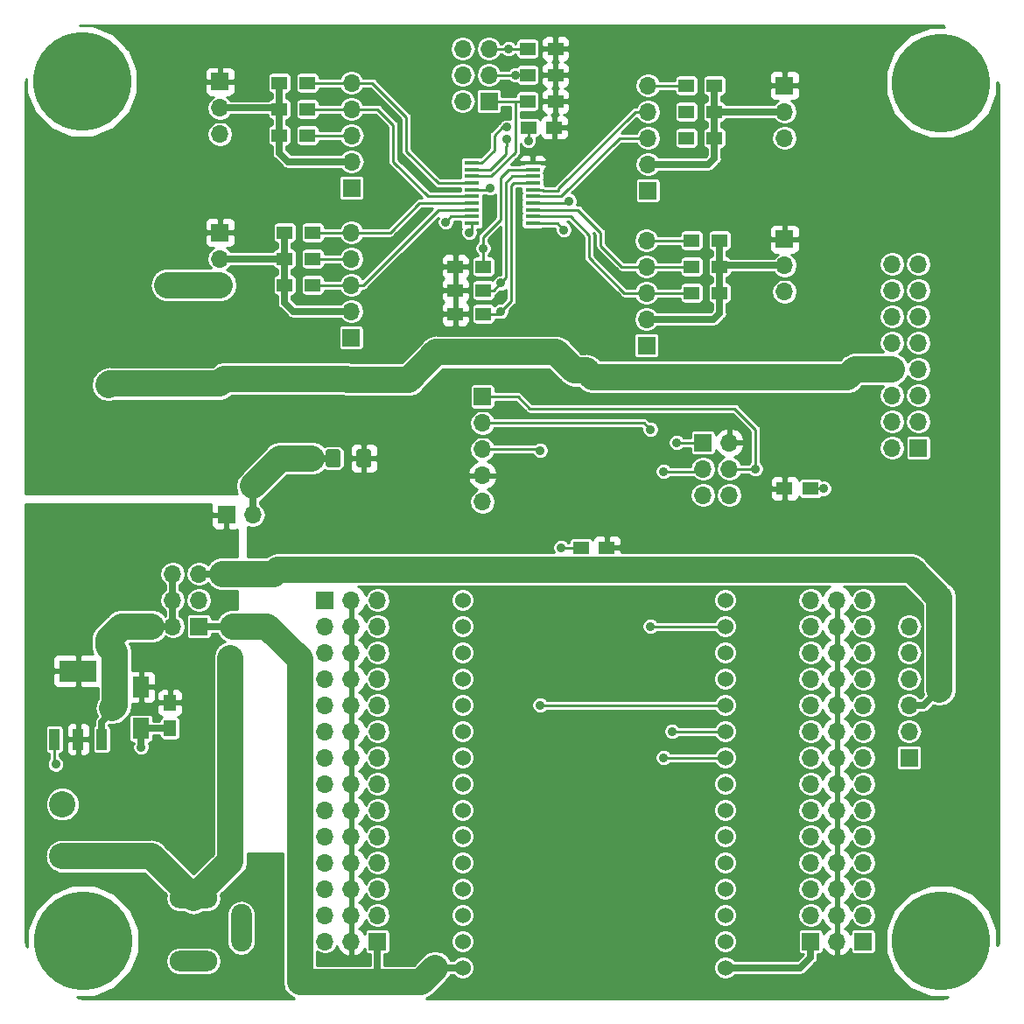
<source format=gbr>
G04 #@! TF.GenerationSoftware,KiCad,Pcbnew,(5.0.2)-1*
G04 #@! TF.CreationDate,2019-08-17T19:24:29-04:00*
G04 #@! TF.ProjectId,ESP32-Hub,45535033-322d-4487-9562-2e6b69636164,2*
G04 #@! TF.SameCoordinates,Original*
G04 #@! TF.FileFunction,Copper,L1,Top*
G04 #@! TF.FilePolarity,Positive*
%FSLAX46Y46*%
G04 Gerber Fmt 4.6, Leading zero omitted, Abs format (unit mm)*
G04 Created by KiCad (PCBNEW (5.0.2)-1) date 8/17/2019 7:24:29 PM*
%MOMM*%
%LPD*%
G01*
G04 APERTURE LIST*
G04 #@! TA.AperFunction,ComponentPad*
%ADD10O,4.600000X2.000000*%
G04 #@! TD*
G04 #@! TA.AperFunction,ComponentPad*
%ADD11O,2.000000X4.600000*%
G04 #@! TD*
G04 #@! TA.AperFunction,SMDPad,CuDef*
%ADD12R,1.600000X2.000000*%
G04 #@! TD*
G04 #@! TA.AperFunction,SMDPad,CuDef*
%ADD13R,3.657600X2.032000*%
G04 #@! TD*
G04 #@! TA.AperFunction,SMDPad,CuDef*
%ADD14R,1.016000X2.032000*%
G04 #@! TD*
G04 #@! TA.AperFunction,SMDPad,CuDef*
%ADD15R,1.500000X1.300000*%
G04 #@! TD*
G04 #@! TA.AperFunction,SMDPad,CuDef*
%ADD16R,1.250000X1.500000*%
G04 #@! TD*
G04 #@! TA.AperFunction,SMDPad,CuDef*
%ADD17R,1.500000X1.250000*%
G04 #@! TD*
G04 #@! TA.AperFunction,ComponentPad*
%ADD18O,1.700000X1.700000*%
G04 #@! TD*
G04 #@! TA.AperFunction,ComponentPad*
%ADD19R,1.700000X1.700000*%
G04 #@! TD*
G04 #@! TA.AperFunction,ComponentPad*
%ADD20C,2.540000*%
G04 #@! TD*
G04 #@! TA.AperFunction,ComponentPad*
%ADD21C,9.525000*%
G04 #@! TD*
G04 #@! TA.AperFunction,ComponentPad*
%ADD22C,1.524000*%
G04 #@! TD*
G04 #@! TA.AperFunction,SMDPad,CuDef*
%ADD23R,1.450000X0.450000*%
G04 #@! TD*
G04 #@! TA.AperFunction,Conductor*
%ADD24C,0.150000*%
G04 #@! TD*
G04 #@! TA.AperFunction,SMDPad,CuDef*
%ADD25C,1.425000*%
G04 #@! TD*
G04 #@! TA.AperFunction,ViaPad*
%ADD26C,0.889000*%
G04 #@! TD*
G04 #@! TA.AperFunction,Conductor*
%ADD27C,0.635000*%
G04 #@! TD*
G04 #@! TA.AperFunction,Conductor*
%ADD28C,2.540000*%
G04 #@! TD*
G04 #@! TA.AperFunction,Conductor*
%ADD29C,0.254000*%
G04 #@! TD*
G04 APERTURE END LIST*
D10*
G04 #@! TO.P,J1,2*
G04 #@! TO.N,GND*
X26670000Y-100965000D03*
G04 #@! TO.P,J1,1*
G04 #@! TO.N,/DCIN*
X26670000Y-94865000D03*
D11*
G04 #@! TO.P,J1,3*
G04 #@! TO.N,GND*
X31270000Y-97765000D03*
G04 #@! TD*
D12*
G04 #@! TO.P,C3,2*
G04 #@! TO.N,GND*
X21590000Y-78454000D03*
G04 #@! TO.P,C3,1*
G04 #@! TO.N,/VO3*
X21590000Y-74454000D03*
G04 #@! TD*
D13*
G04 #@! TO.P,U2,4*
G04 #@! TO.N,/VO3*
X15494000Y-72898000D03*
D14*
G04 #@! TO.P,U2,2*
X15494000Y-79502000D03*
G04 #@! TO.P,U2,3*
G04 #@! TO.N,+5V*
X17780000Y-79502000D03*
G04 #@! TO.P,U2,1*
G04 #@! TO.N,GND*
X13208000Y-79502000D03*
G04 #@! TD*
D15*
G04 #@! TO.P,R1,1*
G04 #@! TO.N,+3V3*
X51990000Y-36068000D03*
G04 #@! TO.P,R1,2*
G04 #@! TO.N,/STM_SCL*
X54690000Y-36068000D03*
G04 #@! TD*
G04 #@! TO.P,R2,1*
G04 #@! TO.N,+3V3*
X51990000Y-33782000D03*
G04 #@! TO.P,R2,2*
G04 #@! TO.N,/STM_SDA*
X54690000Y-33782000D03*
G04 #@! TD*
G04 #@! TO.P,R3,1*
G04 #@! TO.N,+3V3*
X51990000Y-38354000D03*
G04 #@! TO.P,R3,2*
G04 #@! TO.N,/GP23*
X54690000Y-38354000D03*
G04 #@! TD*
G04 #@! TO.P,R4,1*
G04 #@! TO.N,+3V3*
X61675000Y-12700000D03*
G04 #@! TO.P,R4,2*
G04 #@! TO.N,/A0*
X58975000Y-12700000D03*
G04 #@! TD*
G04 #@! TO.P,R5,1*
G04 #@! TO.N,+3V3*
X61675000Y-15240000D03*
G04 #@! TO.P,R5,2*
G04 #@! TO.N,/A1*
X58975000Y-15240000D03*
G04 #@! TD*
G04 #@! TO.P,R6,1*
G04 #@! TO.N,+3V3*
X61675000Y-17780000D03*
G04 #@! TO.P,R6,2*
G04 #@! TO.N,/A2*
X58975000Y-17780000D03*
G04 #@! TD*
G04 #@! TO.P,R7,1*
G04 #@! TO.N,Net-(J4-Pad2)*
X34972000Y-18542000D03*
G04 #@! TO.P,R7,2*
G04 #@! TO.N,/SC0*
X37672000Y-18542000D03*
G04 #@! TD*
G04 #@! TO.P,R8,1*
G04 #@! TO.N,Net-(J4-Pad2)*
X34972000Y-21082000D03*
G04 #@! TO.P,R8,2*
G04 #@! TO.N,/SD0*
X37672000Y-21082000D03*
G04 #@! TD*
G04 #@! TO.P,R9,1*
G04 #@! TO.N,Net-(J4-Pad2)*
X34972000Y-16002000D03*
G04 #@! TO.P,R9,2*
G04 #@! TO.N,/INT0*
X37672000Y-16002000D03*
G04 #@! TD*
G04 #@! TO.P,R10,1*
G04 #@! TO.N,Net-(J10-Pad2)*
X35480000Y-33020000D03*
G04 #@! TO.P,R10,2*
G04 #@! TO.N,/SC1*
X38180000Y-33020000D03*
G04 #@! TD*
G04 #@! TO.P,R11,1*
G04 #@! TO.N,Net-(J10-Pad2)*
X35480000Y-35560000D03*
G04 #@! TO.P,R11,2*
G04 #@! TO.N,/SD1*
X38180000Y-35560000D03*
G04 #@! TD*
G04 #@! TO.P,R12,1*
G04 #@! TO.N,Net-(J10-Pad2)*
X35480000Y-30480000D03*
G04 #@! TO.P,R12,2*
G04 #@! TO.N,/INT1*
X38180000Y-30480000D03*
G04 #@! TD*
G04 #@! TO.P,R13,1*
G04 #@! TO.N,Net-(J12-Pad2)*
X77550000Y-33782000D03*
G04 #@! TO.P,R13,2*
G04 #@! TO.N,/SC2*
X74850000Y-33782000D03*
G04 #@! TD*
G04 #@! TO.P,R14,1*
G04 #@! TO.N,Net-(J12-Pad2)*
X77550000Y-36322000D03*
G04 #@! TO.P,R14,2*
G04 #@! TO.N,/SD2*
X74850000Y-36322000D03*
G04 #@! TD*
G04 #@! TO.P,R15,1*
G04 #@! TO.N,Net-(J12-Pad2)*
X77550000Y-31242000D03*
G04 #@! TO.P,R15,2*
G04 #@! TO.N,/INT2*
X74850000Y-31242000D03*
G04 #@! TD*
G04 #@! TO.P,R16,1*
G04 #@! TO.N,Net-(J11-Pad2)*
X77042000Y-21336000D03*
G04 #@! TO.P,R16,2*
G04 #@! TO.N,N/C*
X74342000Y-21336000D03*
G04 #@! TD*
G04 #@! TO.P,R17,1*
G04 #@! TO.N,Net-(J11-Pad2)*
X77042000Y-18796000D03*
G04 #@! TO.P,R17,2*
G04 #@! TO.N,N/C*
X74342000Y-18796000D03*
G04 #@! TD*
G04 #@! TO.P,R18,1*
G04 #@! TO.N,Net-(J11-Pad2)*
X77042000Y-16256000D03*
G04 #@! TO.P,R18,2*
G04 #@! TO.N,/INT3*
X74342000Y-16256000D03*
G04 #@! TD*
D16*
G04 #@! TO.P,C2,2*
G04 #@! TO.N,GND*
X24384000Y-78466000D03*
G04 #@! TO.P,C2,1*
G04 #@! TO.N,/VO3*
X24384000Y-75966000D03*
G04 #@! TD*
D17*
G04 #@! TO.P,C4,2*
G04 #@! TO.N,GND*
X64155000Y-60960000D03*
G04 #@! TO.P,C4,1*
G04 #@! TO.N,+3V3*
X66655000Y-60960000D03*
G04 #@! TD*
G04 #@! TO.P,C5,1*
G04 #@! TO.N,+3V3*
X61575000Y-20320000D03*
G04 #@! TO.P,C5,2*
G04 #@! TO.N,GND*
X59075000Y-20320000D03*
G04 #@! TD*
G04 #@! TO.P,C6,2*
G04 #@! TO.N,GND*
X86340000Y-55245000D03*
G04 #@! TO.P,C6,1*
G04 #@! TO.N,+3V3*
X83840000Y-55245000D03*
G04 #@! TD*
D18*
G04 #@! TO.P,P1,16*
G04 #@! TO.N,+5V*
X94234000Y-33528000D03*
G04 #@! TO.P,P1,15*
G04 #@! TO.N,GND*
X96774000Y-33528000D03*
G04 #@! TO.P,P1,14*
G04 #@! TO.N,+5V*
X94234000Y-36068000D03*
G04 #@! TO.P,P1,13*
G04 #@! TO.N,GND*
X96774000Y-36068000D03*
G04 #@! TO.P,P1,12*
G04 #@! TO.N,+5V*
X94234000Y-38608000D03*
G04 #@! TO.P,P1,11*
G04 #@! TO.N,GND*
X96774000Y-38608000D03*
G04 #@! TO.P,P1,10*
G04 #@! TO.N,+5V*
X94234000Y-41148000D03*
G04 #@! TO.P,P1,9*
G04 #@! TO.N,GND*
X96774000Y-41148000D03*
G04 #@! TO.P,P1,8*
G04 #@! TO.N,+5V*
X94234000Y-43688000D03*
G04 #@! TO.P,P1,7*
G04 #@! TO.N,GND*
X96774000Y-43688000D03*
G04 #@! TO.P,P1,6*
G04 #@! TO.N,+5V*
X94234000Y-46228000D03*
G04 #@! TO.P,P1,5*
G04 #@! TO.N,GND*
X96774000Y-46228000D03*
G04 #@! TO.P,P1,4*
G04 #@! TO.N,+5V*
X94234000Y-48768000D03*
G04 #@! TO.P,P1,3*
G04 #@! TO.N,GND*
X96774000Y-48768000D03*
G04 #@! TO.P,P1,2*
G04 #@! TO.N,+5V*
X94234000Y-51308000D03*
D19*
G04 #@! TO.P,P1,1*
G04 #@! TO.N,GND*
X96774000Y-51308000D03*
G04 #@! TD*
D18*
G04 #@! TO.P,P8,6*
G04 #@! TO.N,GND*
X78486000Y-55880000D03*
G04 #@! TO.P,P8,5*
G04 #@! TO.N,N/C*
X75946000Y-55880000D03*
G04 #@! TO.P,P8,4*
G04 #@! TO.N,/GP23*
X78486000Y-53340000D03*
G04 #@! TO.P,P8,3*
G04 #@! TO.N,/GP18*
X75946000Y-53340000D03*
G04 #@! TO.P,P8,2*
G04 #@! TO.N,+3V3*
X78486000Y-50800000D03*
D19*
G04 #@! TO.P,P8,1*
G04 #@! TO.N,/GP19*
X75946000Y-50800000D03*
G04 #@! TD*
D18*
G04 #@! TO.P,J2,6*
G04 #@! TO.N,N/C*
X95885000Y-68580000D03*
G04 #@! TO.P,J2,5*
G04 #@! TO.N,/TX0*
X95885000Y-71120000D03*
G04 #@! TO.P,J2,4*
G04 #@! TO.N,/RX0*
X95885000Y-73660000D03*
G04 #@! TO.P,J2,3*
G04 #@! TO.N,/FTDI5V*
X95885000Y-76200000D03*
G04 #@! TO.P,J2,2*
G04 #@! TO.N,N/C*
X95885000Y-78740000D03*
D19*
G04 #@! TO.P,J2,1*
G04 #@! TO.N,GND*
X95885000Y-81280000D03*
G04 #@! TD*
D20*
G04 #@! TO.P,J15,2*
G04 #@! TO.N,GND*
X13970000Y-85805000D03*
G04 #@! TO.P,J15,1*
G04 #@! TO.N,/DCIN*
X13970000Y-90805000D03*
G04 #@! TD*
D21*
G04 #@! TO.P,MTG1,1*
G04 #@! TO.N,N/C*
X15875000Y-15875000D03*
G04 #@! TD*
G04 #@! TO.P,MTG2,1*
G04 #@! TO.N,N/C*
X99000000Y-99000000D03*
G04 #@! TD*
G04 #@! TO.P,MTG3,1*
G04 #@! TO.N,N/C*
X16000000Y-99000000D03*
G04 #@! TD*
G04 #@! TO.P,MTG?1,1*
G04 #@! TO.N,N/C*
X99000000Y-16000000D03*
G04 #@! TD*
D22*
G04 #@! TO.P,U1,1*
G04 #@! TO.N,Net-(P12-Pad1)*
X78105000Y-101600000D03*
G04 #@! TO.P,U1,2*
G04 #@! TO.N,GND*
X78105000Y-99060000D03*
G04 #@! TO.P,U1,3*
G04 #@! TO.N,/GP15*
X78105000Y-96520000D03*
G04 #@! TO.P,U1,4*
G04 #@! TO.N,/GP2*
X78105000Y-93980000D03*
G04 #@! TO.P,U1,5*
G04 #@! TO.N,/GP4*
X78105000Y-91440000D03*
G04 #@! TO.P,U1,6*
G04 #@! TO.N,/RX1*
X78105000Y-88900000D03*
G04 #@! TO.P,U1,7*
G04 #@! TO.N,/TX2*
X78105000Y-86360000D03*
G04 #@! TO.P,U1,8*
G04 #@! TO.N,/GP5*
X78105000Y-83820000D03*
G04 #@! TO.P,U1,9*
G04 #@! TO.N,/GP18*
X78105000Y-81280000D03*
G04 #@! TO.P,U1,10*
G04 #@! TO.N,/GP19*
X78105000Y-78740000D03*
G04 #@! TO.P,U1,11*
G04 #@! TO.N,/STM_SDA*
X78105000Y-76200000D03*
G04 #@! TO.P,U1,12*
G04 #@! TO.N,/RX0*
X78105000Y-73660000D03*
G04 #@! TO.P,U1,13*
G04 #@! TO.N,/TX0*
X78105000Y-71120000D03*
G04 #@! TO.P,U1,14*
G04 #@! TO.N,/STM_SCL*
X78105000Y-68580000D03*
G04 #@! TO.P,U1,15*
G04 #@! TO.N,/GP23*
X78105000Y-66040000D03*
G04 #@! TO.P,U1,16*
G04 #@! TO.N,/EN*
X52705000Y-66040000D03*
G04 #@! TO.P,U1,17*
G04 #@! TO.N,/VP*
X52705000Y-68580000D03*
G04 #@! TO.P,U1,18*
G04 #@! TO.N,/VN*
X52705000Y-71120000D03*
G04 #@! TO.P,U1,19*
G04 #@! TO.N,/GP34*
X52705000Y-73660000D03*
G04 #@! TO.P,U1,20*
G04 #@! TO.N,/GP35*
X52705000Y-76200000D03*
G04 #@! TO.P,U1,21*
G04 #@! TO.N,/GP32*
X52705000Y-78740000D03*
G04 #@! TO.P,U1,22*
G04 #@! TO.N,/GP33*
X52705000Y-81280000D03*
G04 #@! TO.P,U1,23*
G04 #@! TO.N,/GP25*
X52705000Y-83820000D03*
G04 #@! TO.P,U1,24*
G04 #@! TO.N,/GP26*
X52705000Y-86360000D03*
G04 #@! TO.P,U1,25*
G04 #@! TO.N,/GP27*
X52705000Y-88900000D03*
G04 #@! TO.P,U1,26*
G04 #@! TO.N,/GP14*
X52705000Y-91440000D03*
G04 #@! TO.P,U1,27*
G04 #@! TO.N,/GP12*
X52705000Y-93980000D03*
G04 #@! TO.P,U1,28*
G04 #@! TO.N,/GP13*
X52705000Y-96520000D03*
G04 #@! TO.P,U1,29*
G04 #@! TO.N,GND*
X52705000Y-99060000D03*
G04 #@! TO.P,U1,30*
G04 #@! TO.N,/VUSB*
X52705000Y-101600000D03*
G04 #@! TD*
D18*
G04 #@! TO.P,P2,28*
G04 #@! TO.N,+3V3*
X41910000Y-99060000D03*
G04 #@! TO.P,P2,27*
G04 #@! TO.N,GND*
X39370000Y-99060000D03*
G04 #@! TO.P,P2,26*
G04 #@! TO.N,+3V3*
X41910000Y-96520000D03*
G04 #@! TO.P,P2,25*
G04 #@! TO.N,GND*
X39370000Y-96520000D03*
G04 #@! TO.P,P2,24*
G04 #@! TO.N,+3V3*
X41910000Y-93980000D03*
G04 #@! TO.P,P2,23*
G04 #@! TO.N,GND*
X39370000Y-93980000D03*
G04 #@! TO.P,P2,22*
G04 #@! TO.N,+3V3*
X41910000Y-91440000D03*
G04 #@! TO.P,P2,21*
G04 #@! TO.N,GND*
X39370000Y-91440000D03*
G04 #@! TO.P,P2,20*
G04 #@! TO.N,+3V3*
X41910000Y-88900000D03*
G04 #@! TO.P,P2,19*
G04 #@! TO.N,GND*
X39370000Y-88900000D03*
G04 #@! TO.P,P2,18*
G04 #@! TO.N,+3V3*
X41910000Y-86360000D03*
G04 #@! TO.P,P2,17*
G04 #@! TO.N,GND*
X39370000Y-86360000D03*
G04 #@! TO.P,P2,16*
G04 #@! TO.N,+3V3*
X41910000Y-83820000D03*
G04 #@! TO.P,P2,15*
G04 #@! TO.N,GND*
X39370000Y-83820000D03*
G04 #@! TO.P,P2,14*
G04 #@! TO.N,+3V3*
X41910000Y-81280000D03*
G04 #@! TO.P,P2,13*
G04 #@! TO.N,GND*
X39370000Y-81280000D03*
G04 #@! TO.P,P2,12*
G04 #@! TO.N,+3V3*
X41910000Y-78740000D03*
G04 #@! TO.P,P2,11*
G04 #@! TO.N,GND*
X39370000Y-78740000D03*
G04 #@! TO.P,P2,10*
G04 #@! TO.N,+3V3*
X41910000Y-76200000D03*
G04 #@! TO.P,P2,9*
G04 #@! TO.N,GND*
X39370000Y-76200000D03*
G04 #@! TO.P,P2,8*
G04 #@! TO.N,+3V3*
X41910000Y-73660000D03*
G04 #@! TO.P,P2,7*
G04 #@! TO.N,GND*
X39370000Y-73660000D03*
G04 #@! TO.P,P2,6*
G04 #@! TO.N,+3V3*
X41910000Y-71120000D03*
G04 #@! TO.P,P2,5*
G04 #@! TO.N,GND*
X39370000Y-71120000D03*
G04 #@! TO.P,P2,4*
G04 #@! TO.N,+3V3*
X41910000Y-68580000D03*
G04 #@! TO.P,P2,3*
G04 #@! TO.N,GND*
X39370000Y-68580000D03*
G04 #@! TO.P,P2,2*
G04 #@! TO.N,+3V3*
X41910000Y-66040000D03*
D19*
G04 #@! TO.P,P2,1*
G04 #@! TO.N,GND*
X39370000Y-66040000D03*
G04 #@! TD*
D18*
G04 #@! TO.P,P11,28*
G04 #@! TO.N,+3V3*
X88900000Y-66040000D03*
G04 #@! TO.P,P11,27*
G04 #@! TO.N,GND*
X91440000Y-66040000D03*
G04 #@! TO.P,P11,26*
G04 #@! TO.N,+3V3*
X88900000Y-68580000D03*
G04 #@! TO.P,P11,25*
G04 #@! TO.N,GND*
X91440000Y-68580000D03*
G04 #@! TO.P,P11,24*
G04 #@! TO.N,+3V3*
X88900000Y-71120000D03*
G04 #@! TO.P,P11,23*
G04 #@! TO.N,GND*
X91440000Y-71120000D03*
G04 #@! TO.P,P11,22*
G04 #@! TO.N,+3V3*
X88900000Y-73660000D03*
G04 #@! TO.P,P11,21*
G04 #@! TO.N,GND*
X91440000Y-73660000D03*
G04 #@! TO.P,P11,20*
G04 #@! TO.N,+3V3*
X88900000Y-76200000D03*
G04 #@! TO.P,P11,19*
G04 #@! TO.N,GND*
X91440000Y-76200000D03*
G04 #@! TO.P,P11,18*
G04 #@! TO.N,+3V3*
X88900000Y-78740000D03*
G04 #@! TO.P,P11,17*
G04 #@! TO.N,GND*
X91440000Y-78740000D03*
G04 #@! TO.P,P11,16*
G04 #@! TO.N,+3V3*
X88900000Y-81280000D03*
G04 #@! TO.P,P11,15*
G04 #@! TO.N,GND*
X91440000Y-81280000D03*
G04 #@! TO.P,P11,14*
G04 #@! TO.N,+3V3*
X88900000Y-83820000D03*
G04 #@! TO.P,P11,13*
G04 #@! TO.N,GND*
X91440000Y-83820000D03*
G04 #@! TO.P,P11,12*
G04 #@! TO.N,+3V3*
X88900000Y-86360000D03*
G04 #@! TO.P,P11,11*
G04 #@! TO.N,GND*
X91440000Y-86360000D03*
G04 #@! TO.P,P11,10*
G04 #@! TO.N,+3V3*
X88900000Y-88900000D03*
G04 #@! TO.P,P11,9*
G04 #@! TO.N,GND*
X91440000Y-88900000D03*
G04 #@! TO.P,P11,8*
G04 #@! TO.N,+3V3*
X88900000Y-91440000D03*
G04 #@! TO.P,P11,7*
G04 #@! TO.N,GND*
X91440000Y-91440000D03*
G04 #@! TO.P,P11,6*
G04 #@! TO.N,+3V3*
X88900000Y-93980000D03*
G04 #@! TO.P,P11,5*
G04 #@! TO.N,GND*
X91440000Y-93980000D03*
G04 #@! TO.P,P11,4*
G04 #@! TO.N,+3V3*
X88900000Y-96520000D03*
G04 #@! TO.P,P11,3*
G04 #@! TO.N,GND*
X91440000Y-96520000D03*
G04 #@! TO.P,P11,2*
G04 #@! TO.N,+3V3*
X88900000Y-99060000D03*
D19*
G04 #@! TO.P,P11,1*
G04 #@! TO.N,GND*
X91440000Y-99060000D03*
G04 #@! TD*
G04 #@! TO.P,P12,1*
G04 #@! TO.N,Net-(P12-Pad1)*
X86360000Y-99060000D03*
D18*
G04 #@! TO.P,P12,2*
G04 #@! TO.N,/GP15*
X86360000Y-96520000D03*
G04 #@! TO.P,P12,3*
G04 #@! TO.N,/GP2*
X86360000Y-93980000D03*
G04 #@! TO.P,P12,4*
G04 #@! TO.N,/GP4*
X86360000Y-91440000D03*
G04 #@! TO.P,P12,5*
G04 #@! TO.N,/RX1*
X86360000Y-88900000D03*
G04 #@! TO.P,P12,6*
G04 #@! TO.N,/TX2*
X86360000Y-86360000D03*
G04 #@! TO.P,P12,7*
G04 #@! TO.N,/GP5*
X86360000Y-83820000D03*
G04 #@! TO.P,P12,8*
G04 #@! TO.N,/GP18*
X86360000Y-81280000D03*
G04 #@! TO.P,P12,9*
G04 #@! TO.N,/GP19*
X86360000Y-78740000D03*
G04 #@! TO.P,P12,10*
G04 #@! TO.N,/STM_SDA*
X86360000Y-76200000D03*
G04 #@! TO.P,P12,11*
G04 #@! TO.N,/RX0*
X86360000Y-73660000D03*
G04 #@! TO.P,P12,12*
G04 #@! TO.N,/TX0*
X86360000Y-71120000D03*
G04 #@! TO.P,P12,13*
G04 #@! TO.N,/STM_SCL*
X86360000Y-68580000D03*
G04 #@! TO.P,P12,14*
G04 #@! TO.N,/GP23*
X86360000Y-66040000D03*
G04 #@! TD*
G04 #@! TO.P,P13,14*
G04 #@! TO.N,/EN*
X44450000Y-66040000D03*
G04 #@! TO.P,P13,13*
G04 #@! TO.N,/VP*
X44450000Y-68580000D03*
G04 #@! TO.P,P13,12*
G04 #@! TO.N,/VN*
X44450000Y-71120000D03*
G04 #@! TO.P,P13,11*
G04 #@! TO.N,/GP34*
X44450000Y-73660000D03*
G04 #@! TO.P,P13,10*
G04 #@! TO.N,/GP35*
X44450000Y-76200000D03*
G04 #@! TO.P,P13,9*
G04 #@! TO.N,/GP32*
X44450000Y-78740000D03*
G04 #@! TO.P,P13,8*
G04 #@! TO.N,/GP33*
X44450000Y-81280000D03*
G04 #@! TO.P,P13,7*
G04 #@! TO.N,/GP25*
X44450000Y-83820000D03*
G04 #@! TO.P,P13,6*
G04 #@! TO.N,/GP26*
X44450000Y-86360000D03*
G04 #@! TO.P,P13,5*
G04 #@! TO.N,/GP27*
X44450000Y-88900000D03*
G04 #@! TO.P,P13,4*
G04 #@! TO.N,/GP14*
X44450000Y-91440000D03*
G04 #@! TO.P,P13,3*
G04 #@! TO.N,/GP12*
X44450000Y-93980000D03*
G04 #@! TO.P,P13,2*
G04 #@! TO.N,/GP13*
X44450000Y-96520000D03*
D19*
G04 #@! TO.P,P13,1*
G04 #@! TO.N,/VUSB*
X44450000Y-99060000D03*
G04 #@! TD*
D23*
G04 #@! TO.P,U3,20*
G04 #@! TO.N,+3V3*
X59465000Y-23745000D03*
G04 #@! TO.P,U3,19*
G04 #@! TO.N,/STM_SDA*
X59465000Y-24395000D03*
G04 #@! TO.P,U3,18*
G04 #@! TO.N,/STM_SCL*
X59465000Y-25045000D03*
G04 #@! TO.P,U3,17*
G04 #@! TO.N,/GP23*
X59465000Y-25695000D03*
G04 #@! TO.P,U3,16*
G04 #@! TO.N,/SC3*
X59465000Y-26345000D03*
G04 #@! TO.P,U3,15*
G04 #@! TO.N,/SD3*
X59465000Y-26995000D03*
G04 #@! TO.P,U3,14*
G04 #@! TO.N,/INT3*
X59465000Y-27645000D03*
G04 #@! TO.P,U3,13*
G04 #@! TO.N,/SC2*
X59465000Y-28295000D03*
G04 #@! TO.P,U3,12*
G04 #@! TO.N,/SD2*
X59465000Y-28945000D03*
G04 #@! TO.P,U3,11*
G04 #@! TO.N,/INT2*
X59465000Y-29595000D03*
G04 #@! TO.P,U3,10*
G04 #@! TO.N,GND*
X53565000Y-29595000D03*
G04 #@! TO.P,U3,9*
G04 #@! TO.N,/SC1*
X53565000Y-28945000D03*
G04 #@! TO.P,U3,8*
G04 #@! TO.N,/SD1*
X53565000Y-28295000D03*
G04 #@! TO.P,U3,7*
G04 #@! TO.N,/INT1*
X53565000Y-27645000D03*
G04 #@! TO.P,U3,6*
G04 #@! TO.N,/SC0*
X53565000Y-26995000D03*
G04 #@! TO.P,U3,5*
G04 #@! TO.N,/SD0*
X53565000Y-26345000D03*
G04 #@! TO.P,U3,4*
G04 #@! TO.N,/INT0*
X53565000Y-25695000D03*
G04 #@! TO.P,U3,3*
G04 #@! TO.N,/A2*
X53565000Y-25045000D03*
G04 #@! TO.P,U3,2*
G04 #@! TO.N,/A1*
X53565000Y-24395000D03*
G04 #@! TO.P,U3,1*
G04 #@! TO.N,/A0*
X53565000Y-23745000D03*
G04 #@! TD*
D18*
G04 #@! TO.P,J9,5*
G04 #@! TO.N,/INT0*
X41960000Y-16002000D03*
G04 #@! TO.P,J9,4*
G04 #@! TO.N,/SC0*
X41960000Y-18542000D03*
G04 #@! TO.P,J9,3*
G04 #@! TO.N,/SD0*
X41960000Y-21082000D03*
G04 #@! TO.P,J9,2*
G04 #@! TO.N,Net-(J4-Pad2)*
X41960000Y-23622000D03*
D19*
G04 #@! TO.P,J9,1*
G04 #@! TO.N,GND*
X41960000Y-26162000D03*
G04 #@! TD*
G04 #@! TO.P,J10,1*
G04 #@! TO.N,GND*
X41910000Y-40640000D03*
D18*
G04 #@! TO.P,J10,2*
G04 #@! TO.N,Net-(J10-Pad2)*
X41910000Y-38100000D03*
G04 #@! TO.P,J10,3*
G04 #@! TO.N,/SD1*
X41910000Y-35560000D03*
G04 #@! TO.P,J10,4*
G04 #@! TO.N,/SC1*
X41910000Y-33020000D03*
G04 #@! TO.P,J10,5*
G04 #@! TO.N,/INT1*
X41910000Y-30480000D03*
G04 #@! TD*
G04 #@! TO.P,J11,5*
G04 #@! TO.N,/INT3*
X70612000Y-16256000D03*
G04 #@! TO.P,J11,4*
G04 #@! TO.N,/SC3*
X70612000Y-18796000D03*
G04 #@! TO.P,J11,3*
G04 #@! TO.N,/SD3*
X70612000Y-21336000D03*
G04 #@! TO.P,J11,2*
G04 #@! TO.N,Net-(J11-Pad2)*
X70612000Y-23876000D03*
D19*
G04 #@! TO.P,J11,1*
G04 #@! TO.N,GND*
X70612000Y-26416000D03*
G04 #@! TD*
G04 #@! TO.P,J12,1*
G04 #@! TO.N,GND*
X70485000Y-41402000D03*
D18*
G04 #@! TO.P,J12,2*
G04 #@! TO.N,Net-(J12-Pad2)*
X70485000Y-38862000D03*
G04 #@! TO.P,J12,3*
G04 #@! TO.N,/SD2*
X70485000Y-36322000D03*
G04 #@! TO.P,J12,4*
G04 #@! TO.N,/SC2*
X70485000Y-33782000D03*
G04 #@! TO.P,J12,5*
G04 #@! TO.N,/INT2*
X70485000Y-31242000D03*
G04 #@! TD*
G04 #@! TO.P,J3,6*
G04 #@! TO.N,GND*
X52705000Y-12700000D03*
G04 #@! TO.P,J3,5*
G04 #@! TO.N,/A0*
X55245000Y-12700000D03*
G04 #@! TO.P,J3,4*
G04 #@! TO.N,GND*
X52705000Y-15240000D03*
G04 #@! TO.P,J3,3*
G04 #@! TO.N,/A1*
X55245000Y-15240000D03*
G04 #@! TO.P,J3,2*
G04 #@! TO.N,GND*
X52705000Y-17780000D03*
D19*
G04 #@! TO.P,J3,1*
G04 #@! TO.N,/A2*
X55245000Y-17780000D03*
G04 #@! TD*
D18*
G04 #@! TO.P,J5,3*
G04 #@! TO.N,+5V*
X29210000Y-35560000D03*
G04 #@! TO.P,J5,2*
G04 #@! TO.N,Net-(J10-Pad2)*
X29210000Y-33020000D03*
D19*
G04 #@! TO.P,J5,1*
G04 #@! TO.N,+3V3*
X29210000Y-30480000D03*
G04 #@! TD*
G04 #@! TO.P,J6,1*
G04 #@! TO.N,+3V3*
X83820000Y-31115000D03*
D18*
G04 #@! TO.P,J6,2*
G04 #@! TO.N,Net-(J12-Pad2)*
X83820000Y-33655000D03*
G04 #@! TO.P,J6,3*
G04 #@! TO.N,+5V*
X83820000Y-36195000D03*
G04 #@! TD*
G04 #@! TO.P,J8,3*
G04 #@! TO.N,+5V*
X83820000Y-21336000D03*
G04 #@! TO.P,J8,2*
G04 #@! TO.N,Net-(J11-Pad2)*
X83820000Y-18796000D03*
D19*
G04 #@! TO.P,J8,1*
G04 #@! TO.N,+3V3*
X83820000Y-16256000D03*
G04 #@! TD*
D18*
G04 #@! TO.P,J4,3*
G04 #@! TO.N,+5V*
X29210000Y-20955000D03*
G04 #@! TO.P,J4,2*
G04 #@! TO.N,Net-(J4-Pad2)*
X29210000Y-18415000D03*
D19*
G04 #@! TO.P,J4,1*
G04 #@! TO.N,+3V3*
X29210000Y-15875000D03*
G04 #@! TD*
D18*
G04 #@! TO.P,J7,5*
G04 #@! TO.N,GND*
X54610000Y-56515000D03*
G04 #@! TO.P,J7,4*
G04 #@! TO.N,+3V3*
X54610000Y-53975000D03*
G04 #@! TO.P,J7,3*
G04 #@! TO.N,/STM_SDA*
X54610000Y-51435000D03*
G04 #@! TO.P,J7,2*
G04 #@! TO.N,/STM_SCL*
X54610000Y-48895000D03*
D19*
G04 #@! TO.P,J7,1*
G04 #@! TO.N,/GP23*
X54610000Y-46355000D03*
G04 #@! TD*
G04 #@! TO.P,H1,1*
G04 #@! TO.N,/VO3*
X29845000Y-57785000D03*
D18*
G04 #@! TO.P,H1,2*
G04 #@! TO.N,Net-(F1-Pad2)*
X32385000Y-57785000D03*
G04 #@! TD*
D19*
G04 #@! TO.P,H2,1*
G04 #@! TO.N,/VUSB*
X27178000Y-68580000D03*
D18*
G04 #@! TO.P,H2,2*
G04 #@! TO.N,+5V*
X24638000Y-68580000D03*
G04 #@! TO.P,H2,3*
G04 #@! TO.N,/DCIN*
X27178000Y-66040000D03*
G04 #@! TO.P,H2,4*
G04 #@! TO.N,+5V*
X24638000Y-66040000D03*
G04 #@! TO.P,H2,5*
G04 #@! TO.N,/FTDI5V*
X27178000Y-63500000D03*
G04 #@! TO.P,H2,6*
G04 #@! TO.N,+5V*
X24638000Y-63500000D03*
G04 #@! TD*
D24*
G04 #@! TO.N,+3V3*
G04 #@! TO.C,F1*
G36*
X43630504Y-51450204D02*
X43654773Y-51453804D01*
X43678571Y-51459765D01*
X43701671Y-51468030D01*
X43723849Y-51478520D01*
X43744893Y-51491133D01*
X43764598Y-51505747D01*
X43782777Y-51522223D01*
X43799253Y-51540402D01*
X43813867Y-51560107D01*
X43826480Y-51581151D01*
X43836970Y-51603329D01*
X43845235Y-51626429D01*
X43851196Y-51650227D01*
X43854796Y-51674496D01*
X43856000Y-51699000D01*
X43856000Y-52949000D01*
X43854796Y-52973504D01*
X43851196Y-52997773D01*
X43845235Y-53021571D01*
X43836970Y-53044671D01*
X43826480Y-53066849D01*
X43813867Y-53087893D01*
X43799253Y-53107598D01*
X43782777Y-53125777D01*
X43764598Y-53142253D01*
X43744893Y-53156867D01*
X43723849Y-53169480D01*
X43701671Y-53179970D01*
X43678571Y-53188235D01*
X43654773Y-53194196D01*
X43630504Y-53197796D01*
X43606000Y-53199000D01*
X42681000Y-53199000D01*
X42656496Y-53197796D01*
X42632227Y-53194196D01*
X42608429Y-53188235D01*
X42585329Y-53179970D01*
X42563151Y-53169480D01*
X42542107Y-53156867D01*
X42522402Y-53142253D01*
X42504223Y-53125777D01*
X42487747Y-53107598D01*
X42473133Y-53087893D01*
X42460520Y-53066849D01*
X42450030Y-53044671D01*
X42441765Y-53021571D01*
X42435804Y-52997773D01*
X42432204Y-52973504D01*
X42431000Y-52949000D01*
X42431000Y-51699000D01*
X42432204Y-51674496D01*
X42435804Y-51650227D01*
X42441765Y-51626429D01*
X42450030Y-51603329D01*
X42460520Y-51581151D01*
X42473133Y-51560107D01*
X42487747Y-51540402D01*
X42504223Y-51522223D01*
X42522402Y-51505747D01*
X42542107Y-51491133D01*
X42563151Y-51478520D01*
X42585329Y-51468030D01*
X42608429Y-51459765D01*
X42632227Y-51453804D01*
X42656496Y-51450204D01*
X42681000Y-51449000D01*
X43606000Y-51449000D01*
X43630504Y-51450204D01*
X43630504Y-51450204D01*
G37*
D25*
G04 #@! TD*
G04 #@! TO.P,F1,1*
G04 #@! TO.N,+3V3*
X43143500Y-52324000D03*
D24*
G04 #@! TO.N,Net-(F1-Pad2)*
G04 #@! TO.C,F1*
G36*
X40655504Y-51450204D02*
X40679773Y-51453804D01*
X40703571Y-51459765D01*
X40726671Y-51468030D01*
X40748849Y-51478520D01*
X40769893Y-51491133D01*
X40789598Y-51505747D01*
X40807777Y-51522223D01*
X40824253Y-51540402D01*
X40838867Y-51560107D01*
X40851480Y-51581151D01*
X40861970Y-51603329D01*
X40870235Y-51626429D01*
X40876196Y-51650227D01*
X40879796Y-51674496D01*
X40881000Y-51699000D01*
X40881000Y-52949000D01*
X40879796Y-52973504D01*
X40876196Y-52997773D01*
X40870235Y-53021571D01*
X40861970Y-53044671D01*
X40851480Y-53066849D01*
X40838867Y-53087893D01*
X40824253Y-53107598D01*
X40807777Y-53125777D01*
X40789598Y-53142253D01*
X40769893Y-53156867D01*
X40748849Y-53169480D01*
X40726671Y-53179970D01*
X40703571Y-53188235D01*
X40679773Y-53194196D01*
X40655504Y-53197796D01*
X40631000Y-53199000D01*
X39706000Y-53199000D01*
X39681496Y-53197796D01*
X39657227Y-53194196D01*
X39633429Y-53188235D01*
X39610329Y-53179970D01*
X39588151Y-53169480D01*
X39567107Y-53156867D01*
X39547402Y-53142253D01*
X39529223Y-53125777D01*
X39512747Y-53107598D01*
X39498133Y-53087893D01*
X39485520Y-53066849D01*
X39475030Y-53044671D01*
X39466765Y-53021571D01*
X39460804Y-52997773D01*
X39457204Y-52973504D01*
X39456000Y-52949000D01*
X39456000Y-51699000D01*
X39457204Y-51674496D01*
X39460804Y-51650227D01*
X39466765Y-51626429D01*
X39475030Y-51603329D01*
X39485520Y-51581151D01*
X39498133Y-51560107D01*
X39512747Y-51540402D01*
X39529223Y-51522223D01*
X39547402Y-51505747D01*
X39567107Y-51491133D01*
X39588151Y-51478520D01*
X39610329Y-51468030D01*
X39633429Y-51459765D01*
X39657227Y-51453804D01*
X39681496Y-51450204D01*
X39706000Y-51449000D01*
X40631000Y-51449000D01*
X40655504Y-51450204D01*
X40655504Y-51450204D01*
G37*
D25*
G04 #@! TD*
G04 #@! TO.P,F1,2*
G04 #@! TO.N,Net-(F1-Pad2)*
X40168500Y-52324000D03*
D26*
G04 #@! TO.N,+5V*
X18415000Y-69850000D03*
X24130000Y-35560000D03*
X29210000Y-45085000D03*
X18415000Y-45212000D03*
G04 #@! TO.N,GND*
X21590000Y-80264000D03*
X62230000Y-60960000D03*
X13335000Y-81915000D03*
X59055000Y-21590000D03*
X53340000Y-30480000D03*
X87630000Y-55245000D03*
G04 #@! TO.N,+3V3*
X42926000Y-58928000D03*
G04 #@! TO.N,/STM_SDA*
X60198000Y-76200000D03*
X60198000Y-51562000D03*
X54690000Y-32004000D03*
G04 #@! TO.N,/STM_SCL*
X56388000Y-35374000D03*
X70866000Y-68580000D03*
X70866000Y-49530000D03*
G04 #@! TO.N,/SD0*
X55372000Y-26162000D03*
G04 #@! TO.N,/A1*
X56959500Y-21465000D03*
X57785000Y-15240000D03*
G04 #@! TO.N,/A0*
X56948283Y-20308783D03*
X57150000Y-12700000D03*
G04 #@! TO.N,/DCIN*
X30226000Y-71628000D03*
G04 #@! TO.N,/GP19*
X72961500Y-78740000D03*
X73406000Y-50800000D03*
G04 #@! TO.N,/GP18*
X72136000Y-81280000D03*
X72136000Y-53594000D03*
G04 #@! TO.N,/SC1*
X51054000Y-29464000D03*
G04 #@! TO.N,/INT2*
X62484000Y-30226000D03*
G04 #@! TO.N,/INT3*
X62992000Y-27432000D03*
G04 #@! TO.N,/GP23*
X81026000Y-53340000D03*
X56388000Y-38100000D03*
G04 #@! TO.N,/FTDI5V*
X56642000Y-63109001D03*
G04 #@! TD*
D27*
G04 #@! TO.N,+5V*
X17780000Y-77851000D02*
X18796000Y-76835000D01*
X17780000Y-79502000D02*
X17780000Y-77851000D01*
D28*
X29654499Y-44640501D02*
X41465499Y-44640501D01*
X61746501Y-42061501D02*
X63500000Y-43815000D01*
X29210000Y-45085000D02*
X29654499Y-44640501D01*
X41465499Y-44640501D02*
X41528998Y-44704000D01*
X41528998Y-44704000D02*
X47498000Y-44704000D01*
X47498000Y-44704000D02*
X50140499Y-42061501D01*
X50140499Y-42061501D02*
X61746501Y-42061501D01*
X63500000Y-43815000D02*
X64643000Y-43815000D01*
X64643000Y-43815000D02*
X65278000Y-44450000D01*
X65278000Y-44450000D02*
X89916000Y-44450000D01*
X90678000Y-43688000D02*
X94234000Y-43688000D01*
X89916000Y-44450000D02*
X90678000Y-43688000D01*
X24130000Y-35560000D02*
X29210000Y-35560000D01*
X18415000Y-70478617D02*
X19050000Y-71113617D01*
X18415000Y-69850000D02*
X18415000Y-70478617D01*
X19050000Y-76200000D02*
X18796000Y-76454000D01*
X19050000Y-71113617D02*
X19050000Y-76200000D01*
D27*
X18796000Y-76835000D02*
X18796000Y-76454000D01*
D28*
X18542000Y-45085000D02*
X18415000Y-45212000D01*
X29210000Y-45085000D02*
X18542000Y-45085000D01*
D27*
X24638000Y-63500000D02*
X24638000Y-66040000D01*
X24638000Y-68580000D02*
X24638000Y-66040000D01*
D28*
X19685000Y-68580000D02*
X18415000Y-69850000D01*
X22606000Y-68580000D02*
X19685000Y-68580000D01*
D27*
X24638000Y-68580000D02*
X22606000Y-68580000D01*
G04 #@! TO.N,GND*
X21590000Y-78454000D02*
X21590000Y-80264000D01*
X24372000Y-78454000D02*
X24384000Y-78466000D01*
X21590000Y-78454000D02*
X24372000Y-78454000D01*
D29*
X64155000Y-60960000D02*
X62230000Y-60960000D01*
X13208000Y-79502000D02*
X13208000Y-81788000D01*
X13208000Y-81788000D02*
X13335000Y-81915000D01*
X59075000Y-20320000D02*
X59075000Y-21570000D01*
X59075000Y-21570000D02*
X59055000Y-21590000D01*
X53565000Y-29595000D02*
X53565000Y-30255000D01*
X53565000Y-30255000D02*
X53340000Y-30480000D01*
X86340000Y-55245000D02*
X87630000Y-55245000D01*
G04 #@! TO.N,/STM_SDA*
X78105000Y-76200000D02*
X60198000Y-76200000D01*
X56388000Y-29210000D02*
X54690000Y-30908000D01*
X60071000Y-51435000D02*
X60198000Y-51562000D01*
X54610000Y-51435000D02*
X60071000Y-51435000D01*
X54690000Y-30908000D02*
X54690000Y-32004000D01*
X54690000Y-32004000D02*
X54690000Y-33782000D01*
X57139000Y-24395000D02*
X56388000Y-25146000D01*
X59465000Y-24395000D02*
X57139000Y-24395000D01*
X56388000Y-25146000D02*
X56388000Y-29210000D01*
G04 #@! TO.N,/STM_SCL*
X54690000Y-36068000D02*
X55694000Y-36068000D01*
X56896010Y-34865990D02*
X56896010Y-25653990D01*
X57505000Y-25045000D02*
X56896010Y-25653990D01*
X59465000Y-25045000D02*
X57505000Y-25045000D01*
X55694000Y-36068000D02*
X56388000Y-35374000D01*
X56388000Y-35374000D02*
X56896010Y-34865990D01*
X78105000Y-68580000D02*
X70866000Y-68580000D01*
X70231000Y-48895000D02*
X70866000Y-49530000D01*
X54610000Y-48895000D02*
X70231000Y-48895000D01*
G04 #@! TO.N,/SD0*
X53565000Y-26345000D02*
X55189000Y-26345000D01*
X55189000Y-26345000D02*
X55372000Y-26162000D01*
X41960000Y-21082000D02*
X37672000Y-21082000D01*
G04 #@! TO.N,/A2*
X55245000Y-17780000D02*
X58975000Y-17780000D01*
X55473000Y-25045000D02*
X53565000Y-25045000D01*
X57785000Y-17780000D02*
X57785000Y-22733000D01*
X57785000Y-22733000D02*
X55473000Y-25045000D01*
G04 #@! TO.N,/A1*
X58975000Y-15240000D02*
X57785000Y-15240000D01*
X55245000Y-15240000D02*
X57785000Y-15240000D01*
X55361000Y-24395000D02*
X53565000Y-24395000D01*
X56896000Y-22860000D02*
X55361000Y-24395000D01*
X56896000Y-22157117D02*
X56896000Y-22860000D01*
X56959500Y-21465000D02*
X56959500Y-22093617D01*
X56959500Y-22093617D02*
X56896000Y-22157117D01*
G04 #@! TO.N,/A0*
X56526217Y-20308783D02*
X56948283Y-20308783D01*
X55245000Y-12700000D02*
X57150000Y-12700000D01*
X57150000Y-12700000D02*
X58975000Y-12700000D01*
X55753000Y-22536000D02*
X55753000Y-21082000D01*
X54544000Y-23745000D02*
X55753000Y-22536000D01*
X53565000Y-23745000D02*
X54544000Y-23745000D01*
X55753000Y-21082000D02*
X56526217Y-20308783D01*
G04 #@! TO.N,Net-(J4-Pad2)*
X34845000Y-20955000D02*
X34845000Y-18415000D01*
X34845000Y-18415000D02*
X34845000Y-15875000D01*
D27*
X41960000Y-23622000D02*
X35814000Y-23622000D01*
X34972000Y-22780000D02*
X34972000Y-21082000D01*
X35814000Y-23622000D02*
X34972000Y-22780000D01*
X34972000Y-18542000D02*
X34972000Y-21082000D01*
X34972000Y-16002000D02*
X34972000Y-18542000D01*
X34845000Y-18415000D02*
X34972000Y-18542000D01*
X29210000Y-18415000D02*
X34845000Y-18415000D01*
G04 #@! TO.N,/DCIN*
X25400000Y-93595000D02*
X26670000Y-94865000D01*
X24370001Y-92565001D02*
X24370001Y-91934001D01*
X26670000Y-94865000D02*
X24370001Y-92565001D01*
X23241000Y-90805000D02*
X13970000Y-90805000D01*
X24370001Y-91934001D02*
X23241000Y-90805000D01*
D28*
X22610000Y-90805000D02*
X26670000Y-94865000D01*
X13970000Y-90805000D02*
X22610000Y-90805000D01*
X30226000Y-91309000D02*
X26670000Y-94865000D01*
X30226000Y-71628000D02*
X30226000Y-91309000D01*
D29*
G04 #@! TO.N,/GP19*
X78105000Y-78740000D02*
X72961500Y-78740000D01*
X73406000Y-50800000D02*
X75946000Y-50800000D01*
G04 #@! TO.N,/GP18*
X78105000Y-81280000D02*
X72136000Y-81280000D01*
X75692000Y-53594000D02*
X75946000Y-53340000D01*
X72136000Y-53594000D02*
X75692000Y-53594000D01*
G04 #@! TO.N,/INT0*
X37672000Y-16002000D02*
X41960000Y-16002000D01*
X41960000Y-16002000D02*
X43942000Y-16002000D01*
X53565000Y-25695000D02*
X50333000Y-25695000D01*
X47244000Y-22606000D02*
X47244000Y-19304000D01*
X50333000Y-25695000D02*
X47244000Y-22606000D01*
X43942000Y-16002000D02*
X47244000Y-19304000D01*
G04 #@! TO.N,/SC0*
X37672000Y-18542000D02*
X41960000Y-18542000D01*
X41960000Y-18542000D02*
X44450000Y-18542000D01*
X53565000Y-26995000D02*
X49347000Y-26995000D01*
X45974000Y-23622000D02*
X45974000Y-20066000D01*
X49347000Y-26995000D02*
X45974000Y-23622000D01*
X44450000Y-18542000D02*
X45974000Y-20066000D01*
G04 #@! TO.N,/INT1*
X41910000Y-30480000D02*
X38180000Y-30480000D01*
X48514000Y-27645000D02*
X53565000Y-27645000D01*
X45679000Y-30480000D02*
X48514000Y-27645000D01*
X41910000Y-30480000D02*
X45679000Y-30480000D01*
G04 #@! TO.N,/SC1*
X53565000Y-28945000D02*
X51573000Y-28945000D01*
X51573000Y-28945000D02*
X51054000Y-29464000D01*
X38180000Y-33020000D02*
X41910000Y-33020000D01*
G04 #@! TO.N,/SD1*
X43112081Y-35560000D02*
X41910000Y-35560000D01*
X53565000Y-28295000D02*
X50377081Y-28295000D01*
X50377081Y-28295000D02*
X43112081Y-35560000D01*
X38180000Y-35560000D02*
X41910000Y-35560000D01*
G04 #@! TO.N,/INT2*
X70485000Y-31242000D02*
X74850000Y-31242000D01*
X59465000Y-29595000D02*
X61853000Y-29595000D01*
X61853000Y-29595000D02*
X62484000Y-30226000D01*
G04 #@! TO.N,/SC2*
X70485000Y-33782000D02*
X74850000Y-33782000D01*
X68072000Y-33782000D02*
X70485000Y-33782000D01*
X66040000Y-31750000D02*
X68072000Y-33782000D01*
X66040000Y-30480000D02*
X66040000Y-31750000D01*
X63855000Y-28295000D02*
X66040000Y-30480000D01*
X59465000Y-28295000D02*
X63855000Y-28295000D01*
G04 #@! TO.N,/SD2*
X74850000Y-36322000D02*
X70485000Y-36322000D01*
X59465000Y-28945000D02*
X63108000Y-28945000D01*
X70485000Y-36322000D02*
X68326000Y-36322000D01*
X64897000Y-32893000D02*
X64897000Y-30734000D01*
X68326000Y-36322000D02*
X64897000Y-32893000D01*
X63108000Y-28945000D02*
X64897000Y-30734000D01*
G04 #@! TO.N,/INT3*
X59465000Y-27645000D02*
X62779000Y-27645000D01*
X62779000Y-27645000D02*
X62992000Y-27432000D01*
X70612000Y-16256000D02*
X74342000Y-16256000D01*
G04 #@! TO.N,/SC3*
X59465000Y-26345000D02*
X60444000Y-26345000D01*
X60444000Y-26345000D02*
X60515000Y-26416000D01*
X60515000Y-26416000D02*
X61976000Y-26416000D01*
X69409919Y-18796000D02*
X70612000Y-18796000D01*
X61976000Y-26229919D02*
X69409919Y-18796000D01*
X61976000Y-26416000D02*
X61976000Y-26229919D01*
G04 #@! TO.N,/SD3*
X59465000Y-26995000D02*
X62207258Y-26995000D01*
X67866258Y-21336000D02*
X70612000Y-21336000D01*
X62207258Y-26995000D02*
X67866258Y-21336000D01*
G04 #@! TO.N,/GP23*
X78486000Y-53340000D02*
X81026000Y-53340000D01*
X59465000Y-25695000D02*
X57617020Y-25695000D01*
X57404020Y-25908000D02*
X57404020Y-37083980D01*
X57617020Y-25695000D02*
X57404020Y-25908000D01*
X56134000Y-38354000D02*
X54690000Y-38354000D01*
X57404020Y-37083980D02*
X56388000Y-38100000D01*
X56388000Y-38100000D02*
X56134000Y-38354000D01*
X81026000Y-53340000D02*
X81026000Y-49530000D01*
X81026000Y-49530000D02*
X78994000Y-47498000D01*
X78994000Y-47498000D02*
X59182000Y-47498000D01*
X58039000Y-46355000D02*
X54610000Y-46355000D01*
X59182000Y-47498000D02*
X58039000Y-46355000D01*
D27*
G04 #@! TO.N,Net-(P12-Pad1)*
X78105000Y-101600000D02*
X85344000Y-101600000D01*
X86360000Y-100584000D02*
X86360000Y-99060000D01*
X85344000Y-101600000D02*
X86360000Y-100584000D01*
G04 #@! TO.N,Net-(J10-Pad2)*
X29210000Y-33020000D02*
X35480000Y-33020000D01*
X35480000Y-30480000D02*
X35480000Y-33020000D01*
X35480000Y-35560000D02*
X35480000Y-33020000D01*
X35480000Y-37258000D02*
X35480000Y-35560000D01*
X41910000Y-38100000D02*
X36322000Y-38100000D01*
X36322000Y-38100000D02*
X35480000Y-37258000D01*
G04 #@! TO.N,Net-(J12-Pad2)*
X77550000Y-31242000D02*
X77550000Y-33782000D01*
X77677000Y-33655000D02*
X77550000Y-33782000D01*
X83820000Y-33655000D02*
X77677000Y-33655000D01*
X77550000Y-33782000D02*
X77550000Y-36322000D01*
X70485000Y-38862000D02*
X76962000Y-38862000D01*
X77550000Y-38274000D02*
X77550000Y-36322000D01*
X76962000Y-38862000D02*
X77550000Y-38274000D01*
G04 #@! TO.N,Net-(J11-Pad2)*
X76454000Y-23876000D02*
X77042000Y-23288000D01*
X70612000Y-23876000D02*
X76454000Y-23876000D01*
X77042000Y-21336000D02*
X77042000Y-23288000D01*
X77042000Y-18796000D02*
X77042000Y-21336000D01*
X83820000Y-18796000D02*
X77042000Y-18796000D01*
X77042000Y-16256000D02*
X77042000Y-18796000D01*
G04 #@! TO.N,/VUSB*
X44450000Y-103000000D02*
X44450000Y-99060000D01*
X52705000Y-101600000D02*
X50038000Y-101600000D01*
X48638000Y-103000000D02*
X44450000Y-103000000D01*
X30480000Y-68580000D02*
X27178000Y-68580000D01*
D28*
X50038000Y-101600000D02*
X48638000Y-103000000D01*
X48638000Y-103000000D02*
X36960000Y-103000000D01*
X36960000Y-103000000D02*
X36960000Y-71758000D01*
X33782000Y-68580000D02*
X30480000Y-68580000D01*
X36960000Y-71758000D02*
X33782000Y-68580000D01*
D27*
G04 #@! TO.N,Net-(F1-Pad2)*
X32385000Y-57785000D02*
X32385000Y-54991000D01*
D28*
X35052000Y-52324000D02*
X32385000Y-54991000D01*
X38100000Y-52324000D02*
X35052000Y-52324000D01*
D27*
X38100000Y-52324000D02*
X40168500Y-52324000D01*
D28*
G04 #@! TO.N,/FTDI5V*
X34407001Y-63500000D02*
X34798000Y-63109001D01*
X29464000Y-63500000D02*
X34407001Y-63500000D01*
D27*
X27178000Y-63500000D02*
X29464000Y-63500000D01*
X95885000Y-76200000D02*
X97282000Y-76200000D01*
X97282000Y-76200000D02*
X98806000Y-74676000D01*
X96012000Y-62992000D02*
X93472000Y-62992000D01*
D28*
X96129001Y-63109001D02*
X98552000Y-65532000D01*
D27*
X98806000Y-65786000D02*
X98552000Y-65532000D01*
X98552000Y-65532000D02*
X96012000Y-62992000D01*
D28*
X98806000Y-74676000D02*
X98806000Y-65786000D01*
X44450000Y-63109001D02*
X56642000Y-63109001D01*
X34798000Y-63109001D02*
X44450000Y-63109001D01*
X56642000Y-63109001D02*
X68580000Y-63109001D01*
X44450000Y-63109001D02*
X68580000Y-63109001D01*
X68580000Y-63109001D02*
X96129001Y-63109001D01*
G04 #@! TD*
D29*
G04 #@! TO.N,+3V3*
G36*
X99146945Y-10444536D02*
X99298591Y-10602500D01*
X97926371Y-10602500D01*
X95942562Y-11424221D01*
X94424221Y-12942562D01*
X93602500Y-14926371D01*
X93602500Y-17073629D01*
X94424221Y-19057438D01*
X95942562Y-20575779D01*
X97926371Y-21397500D01*
X100073629Y-21397500D01*
X102057438Y-20575779D01*
X103575779Y-19057438D01*
X104397500Y-17073629D01*
X104397500Y-15913865D01*
X104569000Y-16092511D01*
X104569001Y-98982297D01*
X104547271Y-99246600D01*
X104397500Y-99402883D01*
X104397500Y-97926371D01*
X103575779Y-95942562D01*
X102057438Y-94424221D01*
X100073629Y-93602500D01*
X97926371Y-93602500D01*
X95942562Y-94424221D01*
X94424221Y-95942562D01*
X93602500Y-97926371D01*
X93602500Y-100073629D01*
X94424221Y-102057438D01*
X95942562Y-103575779D01*
X97926371Y-104397500D01*
X99610992Y-104397500D01*
X99468260Y-104546438D01*
X98989833Y-104569000D01*
X49212851Y-104569000D01*
X49282188Y-104555208D01*
X49828305Y-104190305D01*
X49920417Y-104052449D01*
X51320415Y-102652452D01*
X51556918Y-102298500D01*
X51787053Y-102298500D01*
X52057542Y-102568989D01*
X52477643Y-102743000D01*
X52932357Y-102743000D01*
X53352458Y-102568989D01*
X53673989Y-102247458D01*
X53848000Y-101827357D01*
X53848000Y-101372643D01*
X53673989Y-100952542D01*
X53352458Y-100631011D01*
X52932357Y-100457000D01*
X52477643Y-100457000D01*
X52057542Y-100631011D01*
X51787053Y-100901500D01*
X51556917Y-100901500D01*
X51228304Y-100409696D01*
X50682188Y-100044793D01*
X50038000Y-99916655D01*
X49393811Y-100044793D01*
X48985548Y-100317585D01*
X47954134Y-101349000D01*
X45148500Y-101349000D01*
X45148500Y-100298464D01*
X45300000Y-100298464D01*
X45448659Y-100268894D01*
X45574686Y-100184686D01*
X45658894Y-100058659D01*
X45688464Y-99910000D01*
X45688464Y-98832643D01*
X51562000Y-98832643D01*
X51562000Y-99287357D01*
X51736011Y-99707458D01*
X52057542Y-100028989D01*
X52477643Y-100203000D01*
X52932357Y-100203000D01*
X53352458Y-100028989D01*
X53673989Y-99707458D01*
X53848000Y-99287357D01*
X53848000Y-98832643D01*
X76962000Y-98832643D01*
X76962000Y-99287357D01*
X77136011Y-99707458D01*
X77457542Y-100028989D01*
X77877643Y-100203000D01*
X78332357Y-100203000D01*
X78752458Y-100028989D01*
X79073989Y-99707458D01*
X79248000Y-99287357D01*
X79248000Y-98832643D01*
X79073989Y-98412542D01*
X78752458Y-98091011D01*
X78332357Y-97917000D01*
X77877643Y-97917000D01*
X77457542Y-98091011D01*
X77136011Y-98412542D01*
X76962000Y-98832643D01*
X53848000Y-98832643D01*
X53673989Y-98412542D01*
X53352458Y-98091011D01*
X52932357Y-97917000D01*
X52477643Y-97917000D01*
X52057542Y-98091011D01*
X51736011Y-98412542D01*
X51562000Y-98832643D01*
X45688464Y-98832643D01*
X45688464Y-98210000D01*
X45658894Y-98061341D01*
X45574686Y-97935314D01*
X45448659Y-97851106D01*
X45300000Y-97821536D01*
X43600000Y-97821536D01*
X43451341Y-97851106D01*
X43325314Y-97935314D01*
X43241106Y-98061341D01*
X43211536Y-98210000D01*
X43211536Y-98365244D01*
X43181645Y-98293076D01*
X42791358Y-97864817D01*
X42632046Y-97790000D01*
X42791358Y-97715183D01*
X43181645Y-97286924D01*
X43296555Y-97009488D01*
X43562499Y-97407501D01*
X43969688Y-97679576D01*
X44328761Y-97751000D01*
X44571239Y-97751000D01*
X44930312Y-97679576D01*
X45337501Y-97407501D01*
X45609576Y-97000312D01*
X45705116Y-96520000D01*
X45659892Y-96292643D01*
X51562000Y-96292643D01*
X51562000Y-96747357D01*
X51736011Y-97167458D01*
X52057542Y-97488989D01*
X52477643Y-97663000D01*
X52932357Y-97663000D01*
X53352458Y-97488989D01*
X53673989Y-97167458D01*
X53848000Y-96747357D01*
X53848000Y-96292643D01*
X76962000Y-96292643D01*
X76962000Y-96747357D01*
X77136011Y-97167458D01*
X77457542Y-97488989D01*
X77877643Y-97663000D01*
X78332357Y-97663000D01*
X78752458Y-97488989D01*
X79073989Y-97167458D01*
X79248000Y-96747357D01*
X79248000Y-96292643D01*
X79073989Y-95872542D01*
X78752458Y-95551011D01*
X78332357Y-95377000D01*
X77877643Y-95377000D01*
X77457542Y-95551011D01*
X77136011Y-95872542D01*
X76962000Y-96292643D01*
X53848000Y-96292643D01*
X53673989Y-95872542D01*
X53352458Y-95551011D01*
X52932357Y-95377000D01*
X52477643Y-95377000D01*
X52057542Y-95551011D01*
X51736011Y-95872542D01*
X51562000Y-96292643D01*
X45659892Y-96292643D01*
X45609576Y-96039688D01*
X45337501Y-95632499D01*
X44930312Y-95360424D01*
X44571239Y-95289000D01*
X44328761Y-95289000D01*
X43969688Y-95360424D01*
X43562499Y-95632499D01*
X43296555Y-96030512D01*
X43181645Y-95753076D01*
X42791358Y-95324817D01*
X42632046Y-95250000D01*
X42791358Y-95175183D01*
X43181645Y-94746924D01*
X43296555Y-94469488D01*
X43562499Y-94867501D01*
X43969688Y-95139576D01*
X44328761Y-95211000D01*
X44571239Y-95211000D01*
X44930312Y-95139576D01*
X45337501Y-94867501D01*
X45609576Y-94460312D01*
X45705116Y-93980000D01*
X45659892Y-93752643D01*
X51562000Y-93752643D01*
X51562000Y-94207357D01*
X51736011Y-94627458D01*
X52057542Y-94948989D01*
X52477643Y-95123000D01*
X52932357Y-95123000D01*
X53352458Y-94948989D01*
X53673989Y-94627458D01*
X53848000Y-94207357D01*
X53848000Y-93752643D01*
X76962000Y-93752643D01*
X76962000Y-94207357D01*
X77136011Y-94627458D01*
X77457542Y-94948989D01*
X77877643Y-95123000D01*
X78332357Y-95123000D01*
X78752458Y-94948989D01*
X79073989Y-94627458D01*
X79248000Y-94207357D01*
X79248000Y-93752643D01*
X79073989Y-93332542D01*
X78752458Y-93011011D01*
X78332357Y-92837000D01*
X77877643Y-92837000D01*
X77457542Y-93011011D01*
X77136011Y-93332542D01*
X76962000Y-93752643D01*
X53848000Y-93752643D01*
X53673989Y-93332542D01*
X53352458Y-93011011D01*
X52932357Y-92837000D01*
X52477643Y-92837000D01*
X52057542Y-93011011D01*
X51736011Y-93332542D01*
X51562000Y-93752643D01*
X45659892Y-93752643D01*
X45609576Y-93499688D01*
X45337501Y-93092499D01*
X44930312Y-92820424D01*
X44571239Y-92749000D01*
X44328761Y-92749000D01*
X43969688Y-92820424D01*
X43562499Y-93092499D01*
X43296555Y-93490512D01*
X43181645Y-93213076D01*
X42791358Y-92784817D01*
X42632046Y-92710000D01*
X42791358Y-92635183D01*
X43181645Y-92206924D01*
X43296555Y-91929488D01*
X43562499Y-92327501D01*
X43969688Y-92599576D01*
X44328761Y-92671000D01*
X44571239Y-92671000D01*
X44930312Y-92599576D01*
X45337501Y-92327501D01*
X45609576Y-91920312D01*
X45705116Y-91440000D01*
X45659892Y-91212643D01*
X51562000Y-91212643D01*
X51562000Y-91667357D01*
X51736011Y-92087458D01*
X52057542Y-92408989D01*
X52477643Y-92583000D01*
X52932357Y-92583000D01*
X53352458Y-92408989D01*
X53673989Y-92087458D01*
X53848000Y-91667357D01*
X53848000Y-91212643D01*
X76962000Y-91212643D01*
X76962000Y-91667357D01*
X77136011Y-92087458D01*
X77457542Y-92408989D01*
X77877643Y-92583000D01*
X78332357Y-92583000D01*
X78752458Y-92408989D01*
X79073989Y-92087458D01*
X79248000Y-91667357D01*
X79248000Y-91212643D01*
X79073989Y-90792542D01*
X78752458Y-90471011D01*
X78332357Y-90297000D01*
X77877643Y-90297000D01*
X77457542Y-90471011D01*
X77136011Y-90792542D01*
X76962000Y-91212643D01*
X53848000Y-91212643D01*
X53673989Y-90792542D01*
X53352458Y-90471011D01*
X52932357Y-90297000D01*
X52477643Y-90297000D01*
X52057542Y-90471011D01*
X51736011Y-90792542D01*
X51562000Y-91212643D01*
X45659892Y-91212643D01*
X45609576Y-90959688D01*
X45337501Y-90552499D01*
X44930312Y-90280424D01*
X44571239Y-90209000D01*
X44328761Y-90209000D01*
X43969688Y-90280424D01*
X43562499Y-90552499D01*
X43296555Y-90950512D01*
X43181645Y-90673076D01*
X42791358Y-90244817D01*
X42632046Y-90170000D01*
X42791358Y-90095183D01*
X43181645Y-89666924D01*
X43296555Y-89389488D01*
X43562499Y-89787501D01*
X43969688Y-90059576D01*
X44328761Y-90131000D01*
X44571239Y-90131000D01*
X44930312Y-90059576D01*
X45337501Y-89787501D01*
X45609576Y-89380312D01*
X45705116Y-88900000D01*
X45659892Y-88672643D01*
X51562000Y-88672643D01*
X51562000Y-89127357D01*
X51736011Y-89547458D01*
X52057542Y-89868989D01*
X52477643Y-90043000D01*
X52932357Y-90043000D01*
X53352458Y-89868989D01*
X53673989Y-89547458D01*
X53848000Y-89127357D01*
X53848000Y-88672643D01*
X76962000Y-88672643D01*
X76962000Y-89127357D01*
X77136011Y-89547458D01*
X77457542Y-89868989D01*
X77877643Y-90043000D01*
X78332357Y-90043000D01*
X78752458Y-89868989D01*
X79073989Y-89547458D01*
X79248000Y-89127357D01*
X79248000Y-88672643D01*
X79073989Y-88252542D01*
X78752458Y-87931011D01*
X78332357Y-87757000D01*
X77877643Y-87757000D01*
X77457542Y-87931011D01*
X77136011Y-88252542D01*
X76962000Y-88672643D01*
X53848000Y-88672643D01*
X53673989Y-88252542D01*
X53352458Y-87931011D01*
X52932357Y-87757000D01*
X52477643Y-87757000D01*
X52057542Y-87931011D01*
X51736011Y-88252542D01*
X51562000Y-88672643D01*
X45659892Y-88672643D01*
X45609576Y-88419688D01*
X45337501Y-88012499D01*
X44930312Y-87740424D01*
X44571239Y-87669000D01*
X44328761Y-87669000D01*
X43969688Y-87740424D01*
X43562499Y-88012499D01*
X43296555Y-88410512D01*
X43181645Y-88133076D01*
X42791358Y-87704817D01*
X42632046Y-87630000D01*
X42791358Y-87555183D01*
X43181645Y-87126924D01*
X43296555Y-86849488D01*
X43562499Y-87247501D01*
X43969688Y-87519576D01*
X44328761Y-87591000D01*
X44571239Y-87591000D01*
X44930312Y-87519576D01*
X45337501Y-87247501D01*
X45609576Y-86840312D01*
X45705116Y-86360000D01*
X45659892Y-86132643D01*
X51562000Y-86132643D01*
X51562000Y-86587357D01*
X51736011Y-87007458D01*
X52057542Y-87328989D01*
X52477643Y-87503000D01*
X52932357Y-87503000D01*
X53352458Y-87328989D01*
X53673989Y-87007458D01*
X53848000Y-86587357D01*
X53848000Y-86132643D01*
X76962000Y-86132643D01*
X76962000Y-86587357D01*
X77136011Y-87007458D01*
X77457542Y-87328989D01*
X77877643Y-87503000D01*
X78332357Y-87503000D01*
X78752458Y-87328989D01*
X79073989Y-87007458D01*
X79248000Y-86587357D01*
X79248000Y-86132643D01*
X79073989Y-85712542D01*
X78752458Y-85391011D01*
X78332357Y-85217000D01*
X77877643Y-85217000D01*
X77457542Y-85391011D01*
X77136011Y-85712542D01*
X76962000Y-86132643D01*
X53848000Y-86132643D01*
X53673989Y-85712542D01*
X53352458Y-85391011D01*
X52932357Y-85217000D01*
X52477643Y-85217000D01*
X52057542Y-85391011D01*
X51736011Y-85712542D01*
X51562000Y-86132643D01*
X45659892Y-86132643D01*
X45609576Y-85879688D01*
X45337501Y-85472499D01*
X44930312Y-85200424D01*
X44571239Y-85129000D01*
X44328761Y-85129000D01*
X43969688Y-85200424D01*
X43562499Y-85472499D01*
X43296555Y-85870512D01*
X43181645Y-85593076D01*
X42791358Y-85164817D01*
X42632046Y-85090000D01*
X42791358Y-85015183D01*
X43181645Y-84586924D01*
X43296555Y-84309488D01*
X43562499Y-84707501D01*
X43969688Y-84979576D01*
X44328761Y-85051000D01*
X44571239Y-85051000D01*
X44930312Y-84979576D01*
X45337501Y-84707501D01*
X45609576Y-84300312D01*
X45705116Y-83820000D01*
X45659892Y-83592643D01*
X51562000Y-83592643D01*
X51562000Y-84047357D01*
X51736011Y-84467458D01*
X52057542Y-84788989D01*
X52477643Y-84963000D01*
X52932357Y-84963000D01*
X53352458Y-84788989D01*
X53673989Y-84467458D01*
X53848000Y-84047357D01*
X53848000Y-83592643D01*
X76962000Y-83592643D01*
X76962000Y-84047357D01*
X77136011Y-84467458D01*
X77457542Y-84788989D01*
X77877643Y-84963000D01*
X78332357Y-84963000D01*
X78752458Y-84788989D01*
X79073989Y-84467458D01*
X79248000Y-84047357D01*
X79248000Y-83592643D01*
X79073989Y-83172542D01*
X78752458Y-82851011D01*
X78332357Y-82677000D01*
X77877643Y-82677000D01*
X77457542Y-82851011D01*
X77136011Y-83172542D01*
X76962000Y-83592643D01*
X53848000Y-83592643D01*
X53673989Y-83172542D01*
X53352458Y-82851011D01*
X52932357Y-82677000D01*
X52477643Y-82677000D01*
X52057542Y-82851011D01*
X51736011Y-83172542D01*
X51562000Y-83592643D01*
X45659892Y-83592643D01*
X45609576Y-83339688D01*
X45337501Y-82932499D01*
X44930312Y-82660424D01*
X44571239Y-82589000D01*
X44328761Y-82589000D01*
X43969688Y-82660424D01*
X43562499Y-82932499D01*
X43296555Y-83330512D01*
X43181645Y-83053076D01*
X42791358Y-82624817D01*
X42632046Y-82550000D01*
X42791358Y-82475183D01*
X43181645Y-82046924D01*
X43296555Y-81769488D01*
X43562499Y-82167501D01*
X43969688Y-82439576D01*
X44328761Y-82511000D01*
X44571239Y-82511000D01*
X44930312Y-82439576D01*
X45337501Y-82167501D01*
X45609576Y-81760312D01*
X45705116Y-81280000D01*
X45659892Y-81052643D01*
X51562000Y-81052643D01*
X51562000Y-81507357D01*
X51736011Y-81927458D01*
X52057542Y-82248989D01*
X52477643Y-82423000D01*
X52932357Y-82423000D01*
X53352458Y-82248989D01*
X53673989Y-81927458D01*
X53848000Y-81507357D01*
X53848000Y-81115798D01*
X71310500Y-81115798D01*
X71310500Y-81444202D01*
X71436174Y-81747608D01*
X71668392Y-81979826D01*
X71971798Y-82105500D01*
X72300202Y-82105500D01*
X72603608Y-81979826D01*
X72795434Y-81788000D01*
X77078246Y-81788000D01*
X77136011Y-81927458D01*
X77457542Y-82248989D01*
X77877643Y-82423000D01*
X78332357Y-82423000D01*
X78752458Y-82248989D01*
X79073989Y-81927458D01*
X79248000Y-81507357D01*
X79248000Y-81052643D01*
X79073989Y-80632542D01*
X78752458Y-80311011D01*
X78332357Y-80137000D01*
X77877643Y-80137000D01*
X77457542Y-80311011D01*
X77136011Y-80632542D01*
X77078246Y-80772000D01*
X72795434Y-80772000D01*
X72603608Y-80580174D01*
X72300202Y-80454500D01*
X71971798Y-80454500D01*
X71668392Y-80580174D01*
X71436174Y-80812392D01*
X71310500Y-81115798D01*
X53848000Y-81115798D01*
X53848000Y-81052643D01*
X53673989Y-80632542D01*
X53352458Y-80311011D01*
X52932357Y-80137000D01*
X52477643Y-80137000D01*
X52057542Y-80311011D01*
X51736011Y-80632542D01*
X51562000Y-81052643D01*
X45659892Y-81052643D01*
X45609576Y-80799688D01*
X45337501Y-80392499D01*
X44930312Y-80120424D01*
X44571239Y-80049000D01*
X44328761Y-80049000D01*
X43969688Y-80120424D01*
X43562499Y-80392499D01*
X43296555Y-80790512D01*
X43181645Y-80513076D01*
X42791358Y-80084817D01*
X42632046Y-80010000D01*
X42791358Y-79935183D01*
X43181645Y-79506924D01*
X43296555Y-79229488D01*
X43562499Y-79627501D01*
X43969688Y-79899576D01*
X44328761Y-79971000D01*
X44571239Y-79971000D01*
X44930312Y-79899576D01*
X45337501Y-79627501D01*
X45609576Y-79220312D01*
X45705116Y-78740000D01*
X45659892Y-78512643D01*
X51562000Y-78512643D01*
X51562000Y-78967357D01*
X51736011Y-79387458D01*
X52057542Y-79708989D01*
X52477643Y-79883000D01*
X52932357Y-79883000D01*
X53352458Y-79708989D01*
X53673989Y-79387458D01*
X53848000Y-78967357D01*
X53848000Y-78575798D01*
X72136000Y-78575798D01*
X72136000Y-78904202D01*
X72261674Y-79207608D01*
X72493892Y-79439826D01*
X72797298Y-79565500D01*
X73125702Y-79565500D01*
X73429108Y-79439826D01*
X73620934Y-79248000D01*
X77078246Y-79248000D01*
X77136011Y-79387458D01*
X77457542Y-79708989D01*
X77877643Y-79883000D01*
X78332357Y-79883000D01*
X78752458Y-79708989D01*
X79073989Y-79387458D01*
X79248000Y-78967357D01*
X79248000Y-78512643D01*
X79073989Y-78092542D01*
X78752458Y-77771011D01*
X78332357Y-77597000D01*
X77877643Y-77597000D01*
X77457542Y-77771011D01*
X77136011Y-78092542D01*
X77078246Y-78232000D01*
X73620934Y-78232000D01*
X73429108Y-78040174D01*
X73125702Y-77914500D01*
X72797298Y-77914500D01*
X72493892Y-78040174D01*
X72261674Y-78272392D01*
X72136000Y-78575798D01*
X53848000Y-78575798D01*
X53848000Y-78512643D01*
X53673989Y-78092542D01*
X53352458Y-77771011D01*
X52932357Y-77597000D01*
X52477643Y-77597000D01*
X52057542Y-77771011D01*
X51736011Y-78092542D01*
X51562000Y-78512643D01*
X45659892Y-78512643D01*
X45609576Y-78259688D01*
X45337501Y-77852499D01*
X44930312Y-77580424D01*
X44571239Y-77509000D01*
X44328761Y-77509000D01*
X43969688Y-77580424D01*
X43562499Y-77852499D01*
X43296555Y-78250512D01*
X43181645Y-77973076D01*
X42791358Y-77544817D01*
X42632046Y-77470000D01*
X42791358Y-77395183D01*
X43181645Y-76966924D01*
X43296555Y-76689488D01*
X43562499Y-77087501D01*
X43969688Y-77359576D01*
X44328761Y-77431000D01*
X44571239Y-77431000D01*
X44930312Y-77359576D01*
X45337501Y-77087501D01*
X45609576Y-76680312D01*
X45705116Y-76200000D01*
X45659892Y-75972643D01*
X51562000Y-75972643D01*
X51562000Y-76427357D01*
X51736011Y-76847458D01*
X52057542Y-77168989D01*
X52477643Y-77343000D01*
X52932357Y-77343000D01*
X53352458Y-77168989D01*
X53673989Y-76847458D01*
X53848000Y-76427357D01*
X53848000Y-76035798D01*
X59372500Y-76035798D01*
X59372500Y-76364202D01*
X59498174Y-76667608D01*
X59730392Y-76899826D01*
X60033798Y-77025500D01*
X60362202Y-77025500D01*
X60665608Y-76899826D01*
X60857434Y-76708000D01*
X77078246Y-76708000D01*
X77136011Y-76847458D01*
X77457542Y-77168989D01*
X77877643Y-77343000D01*
X78332357Y-77343000D01*
X78752458Y-77168989D01*
X79073989Y-76847458D01*
X79248000Y-76427357D01*
X79248000Y-75972643D01*
X79073989Y-75552542D01*
X78752458Y-75231011D01*
X78332357Y-75057000D01*
X77877643Y-75057000D01*
X77457542Y-75231011D01*
X77136011Y-75552542D01*
X77078246Y-75692000D01*
X60857434Y-75692000D01*
X60665608Y-75500174D01*
X60362202Y-75374500D01*
X60033798Y-75374500D01*
X59730392Y-75500174D01*
X59498174Y-75732392D01*
X59372500Y-76035798D01*
X53848000Y-76035798D01*
X53848000Y-75972643D01*
X53673989Y-75552542D01*
X53352458Y-75231011D01*
X52932357Y-75057000D01*
X52477643Y-75057000D01*
X52057542Y-75231011D01*
X51736011Y-75552542D01*
X51562000Y-75972643D01*
X45659892Y-75972643D01*
X45609576Y-75719688D01*
X45337501Y-75312499D01*
X44930312Y-75040424D01*
X44571239Y-74969000D01*
X44328761Y-74969000D01*
X43969688Y-75040424D01*
X43562499Y-75312499D01*
X43296555Y-75710512D01*
X43181645Y-75433076D01*
X42791358Y-75004817D01*
X42632046Y-74930000D01*
X42791358Y-74855183D01*
X43181645Y-74426924D01*
X43296555Y-74149488D01*
X43562499Y-74547501D01*
X43969688Y-74819576D01*
X44328761Y-74891000D01*
X44571239Y-74891000D01*
X44930312Y-74819576D01*
X45337501Y-74547501D01*
X45609576Y-74140312D01*
X45705116Y-73660000D01*
X45659892Y-73432643D01*
X51562000Y-73432643D01*
X51562000Y-73887357D01*
X51736011Y-74307458D01*
X52057542Y-74628989D01*
X52477643Y-74803000D01*
X52932357Y-74803000D01*
X53352458Y-74628989D01*
X53673989Y-74307458D01*
X53848000Y-73887357D01*
X53848000Y-73432643D01*
X76962000Y-73432643D01*
X76962000Y-73887357D01*
X77136011Y-74307458D01*
X77457542Y-74628989D01*
X77877643Y-74803000D01*
X78332357Y-74803000D01*
X78752458Y-74628989D01*
X79073989Y-74307458D01*
X79248000Y-73887357D01*
X79248000Y-73432643D01*
X79073989Y-73012542D01*
X78752458Y-72691011D01*
X78332357Y-72517000D01*
X77877643Y-72517000D01*
X77457542Y-72691011D01*
X77136011Y-73012542D01*
X76962000Y-73432643D01*
X53848000Y-73432643D01*
X53673989Y-73012542D01*
X53352458Y-72691011D01*
X52932357Y-72517000D01*
X52477643Y-72517000D01*
X52057542Y-72691011D01*
X51736011Y-73012542D01*
X51562000Y-73432643D01*
X45659892Y-73432643D01*
X45609576Y-73179688D01*
X45337501Y-72772499D01*
X44930312Y-72500424D01*
X44571239Y-72429000D01*
X44328761Y-72429000D01*
X43969688Y-72500424D01*
X43562499Y-72772499D01*
X43296555Y-73170512D01*
X43181645Y-72893076D01*
X42791358Y-72464817D01*
X42632046Y-72390000D01*
X42791358Y-72315183D01*
X43181645Y-71886924D01*
X43296555Y-71609488D01*
X43562499Y-72007501D01*
X43969688Y-72279576D01*
X44328761Y-72351000D01*
X44571239Y-72351000D01*
X44930312Y-72279576D01*
X45337501Y-72007501D01*
X45609576Y-71600312D01*
X45705116Y-71120000D01*
X45659892Y-70892643D01*
X51562000Y-70892643D01*
X51562000Y-71347357D01*
X51736011Y-71767458D01*
X52057542Y-72088989D01*
X52477643Y-72263000D01*
X52932357Y-72263000D01*
X53352458Y-72088989D01*
X53673989Y-71767458D01*
X53848000Y-71347357D01*
X53848000Y-70892643D01*
X76962000Y-70892643D01*
X76962000Y-71347357D01*
X77136011Y-71767458D01*
X77457542Y-72088989D01*
X77877643Y-72263000D01*
X78332357Y-72263000D01*
X78752458Y-72088989D01*
X79073989Y-71767458D01*
X79248000Y-71347357D01*
X79248000Y-70892643D01*
X79073989Y-70472542D01*
X78752458Y-70151011D01*
X78332357Y-69977000D01*
X77877643Y-69977000D01*
X77457542Y-70151011D01*
X77136011Y-70472542D01*
X76962000Y-70892643D01*
X53848000Y-70892643D01*
X53673989Y-70472542D01*
X53352458Y-70151011D01*
X52932357Y-69977000D01*
X52477643Y-69977000D01*
X52057542Y-70151011D01*
X51736011Y-70472542D01*
X51562000Y-70892643D01*
X45659892Y-70892643D01*
X45609576Y-70639688D01*
X45337501Y-70232499D01*
X44930312Y-69960424D01*
X44571239Y-69889000D01*
X44328761Y-69889000D01*
X43969688Y-69960424D01*
X43562499Y-70232499D01*
X43296555Y-70630512D01*
X43181645Y-70353076D01*
X42791358Y-69924817D01*
X42632046Y-69850000D01*
X42791358Y-69775183D01*
X43181645Y-69346924D01*
X43296555Y-69069488D01*
X43562499Y-69467501D01*
X43969688Y-69739576D01*
X44328761Y-69811000D01*
X44571239Y-69811000D01*
X44930312Y-69739576D01*
X45337501Y-69467501D01*
X45609576Y-69060312D01*
X45705116Y-68580000D01*
X45659892Y-68352643D01*
X51562000Y-68352643D01*
X51562000Y-68807357D01*
X51736011Y-69227458D01*
X52057542Y-69548989D01*
X52477643Y-69723000D01*
X52932357Y-69723000D01*
X53352458Y-69548989D01*
X53673989Y-69227458D01*
X53848000Y-68807357D01*
X53848000Y-68415798D01*
X70040500Y-68415798D01*
X70040500Y-68744202D01*
X70166174Y-69047608D01*
X70398392Y-69279826D01*
X70701798Y-69405500D01*
X71030202Y-69405500D01*
X71333608Y-69279826D01*
X71525434Y-69088000D01*
X77078246Y-69088000D01*
X77136011Y-69227458D01*
X77457542Y-69548989D01*
X77877643Y-69723000D01*
X78332357Y-69723000D01*
X78752458Y-69548989D01*
X79073989Y-69227458D01*
X79248000Y-68807357D01*
X79248000Y-68352643D01*
X79073989Y-67932542D01*
X78752458Y-67611011D01*
X78332357Y-67437000D01*
X77877643Y-67437000D01*
X77457542Y-67611011D01*
X77136011Y-67932542D01*
X77078246Y-68072000D01*
X71525434Y-68072000D01*
X71333608Y-67880174D01*
X71030202Y-67754500D01*
X70701798Y-67754500D01*
X70398392Y-67880174D01*
X70166174Y-68112392D01*
X70040500Y-68415798D01*
X53848000Y-68415798D01*
X53848000Y-68352643D01*
X53673989Y-67932542D01*
X53352458Y-67611011D01*
X52932357Y-67437000D01*
X52477643Y-67437000D01*
X52057542Y-67611011D01*
X51736011Y-67932542D01*
X51562000Y-68352643D01*
X45659892Y-68352643D01*
X45609576Y-68099688D01*
X45337501Y-67692499D01*
X44930312Y-67420424D01*
X44571239Y-67349000D01*
X44328761Y-67349000D01*
X43969688Y-67420424D01*
X43562499Y-67692499D01*
X43296555Y-68090512D01*
X43181645Y-67813076D01*
X42791358Y-67384817D01*
X42632046Y-67310000D01*
X42791358Y-67235183D01*
X43181645Y-66806924D01*
X43296555Y-66529488D01*
X43562499Y-66927501D01*
X43969688Y-67199576D01*
X44328761Y-67271000D01*
X44571239Y-67271000D01*
X44930312Y-67199576D01*
X45337501Y-66927501D01*
X45609576Y-66520312D01*
X45705116Y-66040000D01*
X45659892Y-65812643D01*
X51562000Y-65812643D01*
X51562000Y-66267357D01*
X51736011Y-66687458D01*
X52057542Y-67008989D01*
X52477643Y-67183000D01*
X52932357Y-67183000D01*
X53352458Y-67008989D01*
X53673989Y-66687458D01*
X53848000Y-66267357D01*
X53848000Y-65812643D01*
X76962000Y-65812643D01*
X76962000Y-66267357D01*
X77136011Y-66687458D01*
X77457542Y-67008989D01*
X77877643Y-67183000D01*
X78332357Y-67183000D01*
X78752458Y-67008989D01*
X79073989Y-66687458D01*
X79248000Y-66267357D01*
X79248000Y-65812643D01*
X79073989Y-65392542D01*
X78752458Y-65071011D01*
X78332357Y-64897000D01*
X77877643Y-64897000D01*
X77457542Y-65071011D01*
X77136011Y-65392542D01*
X76962000Y-65812643D01*
X53848000Y-65812643D01*
X53673989Y-65392542D01*
X53352458Y-65071011D01*
X52932357Y-64897000D01*
X52477643Y-64897000D01*
X52057542Y-65071011D01*
X51736011Y-65392542D01*
X51562000Y-65812643D01*
X45659892Y-65812643D01*
X45609576Y-65559688D01*
X45337501Y-65152499D01*
X44930312Y-64880424D01*
X44571239Y-64809000D01*
X44328761Y-64809000D01*
X43969688Y-64880424D01*
X43562499Y-65152499D01*
X43296555Y-65550512D01*
X43181645Y-65273076D01*
X42791358Y-64844817D01*
X42610755Y-64760001D01*
X88199245Y-64760001D01*
X88018642Y-64844817D01*
X87628355Y-65273076D01*
X87513445Y-65550512D01*
X87247501Y-65152499D01*
X86840312Y-64880424D01*
X86481239Y-64809000D01*
X86238761Y-64809000D01*
X85879688Y-64880424D01*
X85472499Y-65152499D01*
X85200424Y-65559688D01*
X85104884Y-66040000D01*
X85200424Y-66520312D01*
X85472499Y-66927501D01*
X85879688Y-67199576D01*
X86238761Y-67271000D01*
X86481239Y-67271000D01*
X86840312Y-67199576D01*
X87247501Y-66927501D01*
X87513445Y-66529488D01*
X87628355Y-66806924D01*
X88018642Y-67235183D01*
X88177954Y-67310000D01*
X88018642Y-67384817D01*
X87628355Y-67813076D01*
X87513445Y-68090512D01*
X87247501Y-67692499D01*
X86840312Y-67420424D01*
X86481239Y-67349000D01*
X86238761Y-67349000D01*
X85879688Y-67420424D01*
X85472499Y-67692499D01*
X85200424Y-68099688D01*
X85104884Y-68580000D01*
X85200424Y-69060312D01*
X85472499Y-69467501D01*
X85879688Y-69739576D01*
X86238761Y-69811000D01*
X86481239Y-69811000D01*
X86840312Y-69739576D01*
X87247501Y-69467501D01*
X87513445Y-69069488D01*
X87628355Y-69346924D01*
X88018642Y-69775183D01*
X88177954Y-69850000D01*
X88018642Y-69924817D01*
X87628355Y-70353076D01*
X87513445Y-70630512D01*
X87247501Y-70232499D01*
X86840312Y-69960424D01*
X86481239Y-69889000D01*
X86238761Y-69889000D01*
X85879688Y-69960424D01*
X85472499Y-70232499D01*
X85200424Y-70639688D01*
X85104884Y-71120000D01*
X85200424Y-71600312D01*
X85472499Y-72007501D01*
X85879688Y-72279576D01*
X86238761Y-72351000D01*
X86481239Y-72351000D01*
X86840312Y-72279576D01*
X87247501Y-72007501D01*
X87513445Y-71609488D01*
X87628355Y-71886924D01*
X88018642Y-72315183D01*
X88177954Y-72390000D01*
X88018642Y-72464817D01*
X87628355Y-72893076D01*
X87513445Y-73170512D01*
X87247501Y-72772499D01*
X86840312Y-72500424D01*
X86481239Y-72429000D01*
X86238761Y-72429000D01*
X85879688Y-72500424D01*
X85472499Y-72772499D01*
X85200424Y-73179688D01*
X85104884Y-73660000D01*
X85200424Y-74140312D01*
X85472499Y-74547501D01*
X85879688Y-74819576D01*
X86238761Y-74891000D01*
X86481239Y-74891000D01*
X86840312Y-74819576D01*
X87247501Y-74547501D01*
X87513445Y-74149488D01*
X87628355Y-74426924D01*
X88018642Y-74855183D01*
X88177954Y-74930000D01*
X88018642Y-75004817D01*
X87628355Y-75433076D01*
X87513445Y-75710512D01*
X87247501Y-75312499D01*
X86840312Y-75040424D01*
X86481239Y-74969000D01*
X86238761Y-74969000D01*
X85879688Y-75040424D01*
X85472499Y-75312499D01*
X85200424Y-75719688D01*
X85104884Y-76200000D01*
X85200424Y-76680312D01*
X85472499Y-77087501D01*
X85879688Y-77359576D01*
X86238761Y-77431000D01*
X86481239Y-77431000D01*
X86840312Y-77359576D01*
X87247501Y-77087501D01*
X87513445Y-76689488D01*
X87628355Y-76966924D01*
X88018642Y-77395183D01*
X88177954Y-77470000D01*
X88018642Y-77544817D01*
X87628355Y-77973076D01*
X87513445Y-78250512D01*
X87247501Y-77852499D01*
X86840312Y-77580424D01*
X86481239Y-77509000D01*
X86238761Y-77509000D01*
X85879688Y-77580424D01*
X85472499Y-77852499D01*
X85200424Y-78259688D01*
X85104884Y-78740000D01*
X85200424Y-79220312D01*
X85472499Y-79627501D01*
X85879688Y-79899576D01*
X86238761Y-79971000D01*
X86481239Y-79971000D01*
X86840312Y-79899576D01*
X87247501Y-79627501D01*
X87513445Y-79229488D01*
X87628355Y-79506924D01*
X88018642Y-79935183D01*
X88177954Y-80010000D01*
X88018642Y-80084817D01*
X87628355Y-80513076D01*
X87513445Y-80790512D01*
X87247501Y-80392499D01*
X86840312Y-80120424D01*
X86481239Y-80049000D01*
X86238761Y-80049000D01*
X85879688Y-80120424D01*
X85472499Y-80392499D01*
X85200424Y-80799688D01*
X85104884Y-81280000D01*
X85200424Y-81760312D01*
X85472499Y-82167501D01*
X85879688Y-82439576D01*
X86238761Y-82511000D01*
X86481239Y-82511000D01*
X86840312Y-82439576D01*
X87247501Y-82167501D01*
X87513445Y-81769488D01*
X87628355Y-82046924D01*
X88018642Y-82475183D01*
X88177954Y-82550000D01*
X88018642Y-82624817D01*
X87628355Y-83053076D01*
X87513445Y-83330512D01*
X87247501Y-82932499D01*
X86840312Y-82660424D01*
X86481239Y-82589000D01*
X86238761Y-82589000D01*
X85879688Y-82660424D01*
X85472499Y-82932499D01*
X85200424Y-83339688D01*
X85104884Y-83820000D01*
X85200424Y-84300312D01*
X85472499Y-84707501D01*
X85879688Y-84979576D01*
X86238761Y-85051000D01*
X86481239Y-85051000D01*
X86840312Y-84979576D01*
X87247501Y-84707501D01*
X87513445Y-84309488D01*
X87628355Y-84586924D01*
X88018642Y-85015183D01*
X88177954Y-85090000D01*
X88018642Y-85164817D01*
X87628355Y-85593076D01*
X87513445Y-85870512D01*
X87247501Y-85472499D01*
X86840312Y-85200424D01*
X86481239Y-85129000D01*
X86238761Y-85129000D01*
X85879688Y-85200424D01*
X85472499Y-85472499D01*
X85200424Y-85879688D01*
X85104884Y-86360000D01*
X85200424Y-86840312D01*
X85472499Y-87247501D01*
X85879688Y-87519576D01*
X86238761Y-87591000D01*
X86481239Y-87591000D01*
X86840312Y-87519576D01*
X87247501Y-87247501D01*
X87513445Y-86849488D01*
X87628355Y-87126924D01*
X88018642Y-87555183D01*
X88177954Y-87630000D01*
X88018642Y-87704817D01*
X87628355Y-88133076D01*
X87513445Y-88410512D01*
X87247501Y-88012499D01*
X86840312Y-87740424D01*
X86481239Y-87669000D01*
X86238761Y-87669000D01*
X85879688Y-87740424D01*
X85472499Y-88012499D01*
X85200424Y-88419688D01*
X85104884Y-88900000D01*
X85200424Y-89380312D01*
X85472499Y-89787501D01*
X85879688Y-90059576D01*
X86238761Y-90131000D01*
X86481239Y-90131000D01*
X86840312Y-90059576D01*
X87247501Y-89787501D01*
X87513445Y-89389488D01*
X87628355Y-89666924D01*
X88018642Y-90095183D01*
X88177954Y-90170000D01*
X88018642Y-90244817D01*
X87628355Y-90673076D01*
X87513445Y-90950512D01*
X87247501Y-90552499D01*
X86840312Y-90280424D01*
X86481239Y-90209000D01*
X86238761Y-90209000D01*
X85879688Y-90280424D01*
X85472499Y-90552499D01*
X85200424Y-90959688D01*
X85104884Y-91440000D01*
X85200424Y-91920312D01*
X85472499Y-92327501D01*
X85879688Y-92599576D01*
X86238761Y-92671000D01*
X86481239Y-92671000D01*
X86840312Y-92599576D01*
X87247501Y-92327501D01*
X87513445Y-91929488D01*
X87628355Y-92206924D01*
X88018642Y-92635183D01*
X88177954Y-92710000D01*
X88018642Y-92784817D01*
X87628355Y-93213076D01*
X87513445Y-93490512D01*
X87247501Y-93092499D01*
X86840312Y-92820424D01*
X86481239Y-92749000D01*
X86238761Y-92749000D01*
X85879688Y-92820424D01*
X85472499Y-93092499D01*
X85200424Y-93499688D01*
X85104884Y-93980000D01*
X85200424Y-94460312D01*
X85472499Y-94867501D01*
X85879688Y-95139576D01*
X86238761Y-95211000D01*
X86481239Y-95211000D01*
X86840312Y-95139576D01*
X87247501Y-94867501D01*
X87513445Y-94469488D01*
X87628355Y-94746924D01*
X88018642Y-95175183D01*
X88177954Y-95250000D01*
X88018642Y-95324817D01*
X87628355Y-95753076D01*
X87513445Y-96030512D01*
X87247501Y-95632499D01*
X86840312Y-95360424D01*
X86481239Y-95289000D01*
X86238761Y-95289000D01*
X85879688Y-95360424D01*
X85472499Y-95632499D01*
X85200424Y-96039688D01*
X85104884Y-96520000D01*
X85200424Y-97000312D01*
X85472499Y-97407501D01*
X85879688Y-97679576D01*
X86238761Y-97751000D01*
X86481239Y-97751000D01*
X86840312Y-97679576D01*
X87247501Y-97407501D01*
X87513445Y-97009488D01*
X87628355Y-97286924D01*
X88018642Y-97715183D01*
X88177954Y-97790000D01*
X88018642Y-97864817D01*
X87628355Y-98293076D01*
X87598464Y-98365244D01*
X87598464Y-98210000D01*
X87568894Y-98061341D01*
X87484686Y-97935314D01*
X87358659Y-97851106D01*
X87210000Y-97821536D01*
X85510000Y-97821536D01*
X85361341Y-97851106D01*
X85235314Y-97935314D01*
X85151106Y-98061341D01*
X85121536Y-98210000D01*
X85121536Y-99910000D01*
X85151106Y-100058659D01*
X85235314Y-100184686D01*
X85361341Y-100268894D01*
X85510000Y-100298464D01*
X85657708Y-100298464D01*
X85054673Y-100901500D01*
X79022947Y-100901500D01*
X78752458Y-100631011D01*
X78332357Y-100457000D01*
X77877643Y-100457000D01*
X77457542Y-100631011D01*
X77136011Y-100952542D01*
X76962000Y-101372643D01*
X76962000Y-101827357D01*
X77136011Y-102247458D01*
X77457542Y-102568989D01*
X77877643Y-102743000D01*
X78332357Y-102743000D01*
X78752458Y-102568989D01*
X79022947Y-102298500D01*
X85275210Y-102298500D01*
X85344000Y-102312183D01*
X85412790Y-102298500D01*
X85412794Y-102298500D01*
X85616541Y-102257972D01*
X85847590Y-102103590D01*
X85886560Y-102045267D01*
X86805271Y-101126557D01*
X86863589Y-101087590D01*
X86902556Y-101029272D01*
X86902558Y-101029270D01*
X87017972Y-100856541D01*
X87023531Y-100828595D01*
X87058500Y-100652794D01*
X87058500Y-100652790D01*
X87072183Y-100584000D01*
X87058500Y-100515210D01*
X87058500Y-100298464D01*
X87210000Y-100298464D01*
X87358659Y-100268894D01*
X87484686Y-100184686D01*
X87568894Y-100058659D01*
X87598464Y-99910000D01*
X87598464Y-99754756D01*
X87628355Y-99826924D01*
X88018642Y-100255183D01*
X88543108Y-100501486D01*
X88773000Y-100380819D01*
X88773000Y-99187000D01*
X88753000Y-99187000D01*
X88753000Y-98933000D01*
X88773000Y-98933000D01*
X88773000Y-96647000D01*
X88753000Y-96647000D01*
X88753000Y-96393000D01*
X88773000Y-96393000D01*
X88773000Y-94107000D01*
X88753000Y-94107000D01*
X88753000Y-93853000D01*
X88773000Y-93853000D01*
X88773000Y-91567000D01*
X88753000Y-91567000D01*
X88753000Y-91313000D01*
X88773000Y-91313000D01*
X88773000Y-89027000D01*
X88753000Y-89027000D01*
X88753000Y-88773000D01*
X88773000Y-88773000D01*
X88773000Y-86487000D01*
X88753000Y-86487000D01*
X88753000Y-86233000D01*
X88773000Y-86233000D01*
X88773000Y-83947000D01*
X88753000Y-83947000D01*
X88753000Y-83693000D01*
X88773000Y-83693000D01*
X88773000Y-81407000D01*
X88753000Y-81407000D01*
X88753000Y-81153000D01*
X88773000Y-81153000D01*
X88773000Y-78867000D01*
X88753000Y-78867000D01*
X88753000Y-78613000D01*
X88773000Y-78613000D01*
X88773000Y-76327000D01*
X88753000Y-76327000D01*
X88753000Y-76073000D01*
X88773000Y-76073000D01*
X88773000Y-73787000D01*
X88753000Y-73787000D01*
X88753000Y-73533000D01*
X88773000Y-73533000D01*
X88773000Y-71247000D01*
X88753000Y-71247000D01*
X88753000Y-70993000D01*
X88773000Y-70993000D01*
X88773000Y-68707000D01*
X88753000Y-68707000D01*
X88753000Y-68453000D01*
X88773000Y-68453000D01*
X88773000Y-66167000D01*
X88753000Y-66167000D01*
X88753000Y-65913000D01*
X88773000Y-65913000D01*
X88773000Y-65893000D01*
X89027000Y-65893000D01*
X89027000Y-65913000D01*
X89047000Y-65913000D01*
X89047000Y-66167000D01*
X89027000Y-66167000D01*
X89027000Y-68453000D01*
X89047000Y-68453000D01*
X89047000Y-68707000D01*
X89027000Y-68707000D01*
X89027000Y-70993000D01*
X89047000Y-70993000D01*
X89047000Y-71247000D01*
X89027000Y-71247000D01*
X89027000Y-73533000D01*
X89047000Y-73533000D01*
X89047000Y-73787000D01*
X89027000Y-73787000D01*
X89027000Y-76073000D01*
X89047000Y-76073000D01*
X89047000Y-76327000D01*
X89027000Y-76327000D01*
X89027000Y-78613000D01*
X89047000Y-78613000D01*
X89047000Y-78867000D01*
X89027000Y-78867000D01*
X89027000Y-81153000D01*
X89047000Y-81153000D01*
X89047000Y-81407000D01*
X89027000Y-81407000D01*
X89027000Y-83693000D01*
X89047000Y-83693000D01*
X89047000Y-83947000D01*
X89027000Y-83947000D01*
X89027000Y-86233000D01*
X89047000Y-86233000D01*
X89047000Y-86487000D01*
X89027000Y-86487000D01*
X89027000Y-88773000D01*
X89047000Y-88773000D01*
X89047000Y-89027000D01*
X89027000Y-89027000D01*
X89027000Y-91313000D01*
X89047000Y-91313000D01*
X89047000Y-91567000D01*
X89027000Y-91567000D01*
X89027000Y-93853000D01*
X89047000Y-93853000D01*
X89047000Y-94107000D01*
X89027000Y-94107000D01*
X89027000Y-96393000D01*
X89047000Y-96393000D01*
X89047000Y-96647000D01*
X89027000Y-96647000D01*
X89027000Y-98933000D01*
X89047000Y-98933000D01*
X89047000Y-99187000D01*
X89027000Y-99187000D01*
X89027000Y-100380819D01*
X89256892Y-100501486D01*
X89781358Y-100255183D01*
X90171645Y-99826924D01*
X90201536Y-99754756D01*
X90201536Y-99910000D01*
X90231106Y-100058659D01*
X90315314Y-100184686D01*
X90441341Y-100268894D01*
X90590000Y-100298464D01*
X92290000Y-100298464D01*
X92438659Y-100268894D01*
X92564686Y-100184686D01*
X92648894Y-100058659D01*
X92678464Y-99910000D01*
X92678464Y-98210000D01*
X92648894Y-98061341D01*
X92564686Y-97935314D01*
X92438659Y-97851106D01*
X92290000Y-97821536D01*
X90590000Y-97821536D01*
X90441341Y-97851106D01*
X90315314Y-97935314D01*
X90231106Y-98061341D01*
X90201536Y-98210000D01*
X90201536Y-98365244D01*
X90171645Y-98293076D01*
X89781358Y-97864817D01*
X89622046Y-97790000D01*
X89781358Y-97715183D01*
X90171645Y-97286924D01*
X90286555Y-97009488D01*
X90552499Y-97407501D01*
X90959688Y-97679576D01*
X91318761Y-97751000D01*
X91561239Y-97751000D01*
X91920312Y-97679576D01*
X92327501Y-97407501D01*
X92599576Y-97000312D01*
X92695116Y-96520000D01*
X92599576Y-96039688D01*
X92327501Y-95632499D01*
X91920312Y-95360424D01*
X91561239Y-95289000D01*
X91318761Y-95289000D01*
X90959688Y-95360424D01*
X90552499Y-95632499D01*
X90286555Y-96030512D01*
X90171645Y-95753076D01*
X89781358Y-95324817D01*
X89622046Y-95250000D01*
X89781358Y-95175183D01*
X90171645Y-94746924D01*
X90286555Y-94469488D01*
X90552499Y-94867501D01*
X90959688Y-95139576D01*
X91318761Y-95211000D01*
X91561239Y-95211000D01*
X91920312Y-95139576D01*
X92327501Y-94867501D01*
X92599576Y-94460312D01*
X92695116Y-93980000D01*
X92599576Y-93499688D01*
X92327501Y-93092499D01*
X91920312Y-92820424D01*
X91561239Y-92749000D01*
X91318761Y-92749000D01*
X90959688Y-92820424D01*
X90552499Y-93092499D01*
X90286555Y-93490512D01*
X90171645Y-93213076D01*
X89781358Y-92784817D01*
X89622046Y-92710000D01*
X89781358Y-92635183D01*
X90171645Y-92206924D01*
X90286555Y-91929488D01*
X90552499Y-92327501D01*
X90959688Y-92599576D01*
X91318761Y-92671000D01*
X91561239Y-92671000D01*
X91920312Y-92599576D01*
X92327501Y-92327501D01*
X92599576Y-91920312D01*
X92695116Y-91440000D01*
X92599576Y-90959688D01*
X92327501Y-90552499D01*
X91920312Y-90280424D01*
X91561239Y-90209000D01*
X91318761Y-90209000D01*
X90959688Y-90280424D01*
X90552499Y-90552499D01*
X90286555Y-90950512D01*
X90171645Y-90673076D01*
X89781358Y-90244817D01*
X89622046Y-90170000D01*
X89781358Y-90095183D01*
X90171645Y-89666924D01*
X90286555Y-89389488D01*
X90552499Y-89787501D01*
X90959688Y-90059576D01*
X91318761Y-90131000D01*
X91561239Y-90131000D01*
X91920312Y-90059576D01*
X92327501Y-89787501D01*
X92599576Y-89380312D01*
X92695116Y-88900000D01*
X92599576Y-88419688D01*
X92327501Y-88012499D01*
X91920312Y-87740424D01*
X91561239Y-87669000D01*
X91318761Y-87669000D01*
X90959688Y-87740424D01*
X90552499Y-88012499D01*
X90286555Y-88410512D01*
X90171645Y-88133076D01*
X89781358Y-87704817D01*
X89622046Y-87630000D01*
X89781358Y-87555183D01*
X90171645Y-87126924D01*
X90286555Y-86849488D01*
X90552499Y-87247501D01*
X90959688Y-87519576D01*
X91318761Y-87591000D01*
X91561239Y-87591000D01*
X91920312Y-87519576D01*
X92327501Y-87247501D01*
X92599576Y-86840312D01*
X92695116Y-86360000D01*
X92599576Y-85879688D01*
X92327501Y-85472499D01*
X91920312Y-85200424D01*
X91561239Y-85129000D01*
X91318761Y-85129000D01*
X90959688Y-85200424D01*
X90552499Y-85472499D01*
X90286555Y-85870512D01*
X90171645Y-85593076D01*
X89781358Y-85164817D01*
X89622046Y-85090000D01*
X89781358Y-85015183D01*
X90171645Y-84586924D01*
X90286555Y-84309488D01*
X90552499Y-84707501D01*
X90959688Y-84979576D01*
X91318761Y-85051000D01*
X91561239Y-85051000D01*
X91920312Y-84979576D01*
X92327501Y-84707501D01*
X92599576Y-84300312D01*
X92695116Y-83820000D01*
X92599576Y-83339688D01*
X92327501Y-82932499D01*
X91920312Y-82660424D01*
X91561239Y-82589000D01*
X91318761Y-82589000D01*
X90959688Y-82660424D01*
X90552499Y-82932499D01*
X90286555Y-83330512D01*
X90171645Y-83053076D01*
X89781358Y-82624817D01*
X89622046Y-82550000D01*
X89781358Y-82475183D01*
X90171645Y-82046924D01*
X90286555Y-81769488D01*
X90552499Y-82167501D01*
X90959688Y-82439576D01*
X91318761Y-82511000D01*
X91561239Y-82511000D01*
X91920312Y-82439576D01*
X92327501Y-82167501D01*
X92599576Y-81760312D01*
X92695116Y-81280000D01*
X92599576Y-80799688D01*
X92352559Y-80430000D01*
X94646536Y-80430000D01*
X94646536Y-82130000D01*
X94676106Y-82278659D01*
X94760314Y-82404686D01*
X94886341Y-82488894D01*
X95035000Y-82518464D01*
X96735000Y-82518464D01*
X96883659Y-82488894D01*
X97009686Y-82404686D01*
X97093894Y-82278659D01*
X97123464Y-82130000D01*
X97123464Y-80430000D01*
X97093894Y-80281341D01*
X97009686Y-80155314D01*
X96883659Y-80071106D01*
X96735000Y-80041536D01*
X95035000Y-80041536D01*
X94886341Y-80071106D01*
X94760314Y-80155314D01*
X94676106Y-80281341D01*
X94646536Y-80430000D01*
X92352559Y-80430000D01*
X92327501Y-80392499D01*
X91920312Y-80120424D01*
X91561239Y-80049000D01*
X91318761Y-80049000D01*
X90959688Y-80120424D01*
X90552499Y-80392499D01*
X90286555Y-80790512D01*
X90171645Y-80513076D01*
X89781358Y-80084817D01*
X89622046Y-80010000D01*
X89781358Y-79935183D01*
X90171645Y-79506924D01*
X90286555Y-79229488D01*
X90552499Y-79627501D01*
X90959688Y-79899576D01*
X91318761Y-79971000D01*
X91561239Y-79971000D01*
X91920312Y-79899576D01*
X92327501Y-79627501D01*
X92599576Y-79220312D01*
X92695116Y-78740000D01*
X94629884Y-78740000D01*
X94725424Y-79220312D01*
X94997499Y-79627501D01*
X95404688Y-79899576D01*
X95763761Y-79971000D01*
X96006239Y-79971000D01*
X96365312Y-79899576D01*
X96772501Y-79627501D01*
X97044576Y-79220312D01*
X97140116Y-78740000D01*
X97044576Y-78259688D01*
X96772501Y-77852499D01*
X96365312Y-77580424D01*
X96006239Y-77509000D01*
X95763761Y-77509000D01*
X95404688Y-77580424D01*
X94997499Y-77852499D01*
X94725424Y-78259688D01*
X94629884Y-78740000D01*
X92695116Y-78740000D01*
X92599576Y-78259688D01*
X92327501Y-77852499D01*
X91920312Y-77580424D01*
X91561239Y-77509000D01*
X91318761Y-77509000D01*
X90959688Y-77580424D01*
X90552499Y-77852499D01*
X90286555Y-78250512D01*
X90171645Y-77973076D01*
X89781358Y-77544817D01*
X89622046Y-77470000D01*
X89781358Y-77395183D01*
X90171645Y-76966924D01*
X90286555Y-76689488D01*
X90552499Y-77087501D01*
X90959688Y-77359576D01*
X91318761Y-77431000D01*
X91561239Y-77431000D01*
X91920312Y-77359576D01*
X92327501Y-77087501D01*
X92599576Y-76680312D01*
X92695116Y-76200000D01*
X92599576Y-75719688D01*
X92327501Y-75312499D01*
X91920312Y-75040424D01*
X91561239Y-74969000D01*
X91318761Y-74969000D01*
X90959688Y-75040424D01*
X90552499Y-75312499D01*
X90286555Y-75710512D01*
X90171645Y-75433076D01*
X89781358Y-75004817D01*
X89622046Y-74930000D01*
X89781358Y-74855183D01*
X90171645Y-74426924D01*
X90286555Y-74149488D01*
X90552499Y-74547501D01*
X90959688Y-74819576D01*
X91318761Y-74891000D01*
X91561239Y-74891000D01*
X91920312Y-74819576D01*
X92327501Y-74547501D01*
X92599576Y-74140312D01*
X92695116Y-73660000D01*
X94629884Y-73660000D01*
X94725424Y-74140312D01*
X94997499Y-74547501D01*
X95404688Y-74819576D01*
X95763761Y-74891000D01*
X96006239Y-74891000D01*
X96365312Y-74819576D01*
X96772501Y-74547501D01*
X97044576Y-74140312D01*
X97140116Y-73660000D01*
X97044576Y-73179688D01*
X96772501Y-72772499D01*
X96365312Y-72500424D01*
X96006239Y-72429000D01*
X95763761Y-72429000D01*
X95404688Y-72500424D01*
X94997499Y-72772499D01*
X94725424Y-73179688D01*
X94629884Y-73660000D01*
X92695116Y-73660000D01*
X92599576Y-73179688D01*
X92327501Y-72772499D01*
X91920312Y-72500424D01*
X91561239Y-72429000D01*
X91318761Y-72429000D01*
X90959688Y-72500424D01*
X90552499Y-72772499D01*
X90286555Y-73170512D01*
X90171645Y-72893076D01*
X89781358Y-72464817D01*
X89622046Y-72390000D01*
X89781358Y-72315183D01*
X90171645Y-71886924D01*
X90286555Y-71609488D01*
X90552499Y-72007501D01*
X90959688Y-72279576D01*
X91318761Y-72351000D01*
X91561239Y-72351000D01*
X91920312Y-72279576D01*
X92327501Y-72007501D01*
X92599576Y-71600312D01*
X92695116Y-71120000D01*
X94629884Y-71120000D01*
X94725424Y-71600312D01*
X94997499Y-72007501D01*
X95404688Y-72279576D01*
X95763761Y-72351000D01*
X96006239Y-72351000D01*
X96365312Y-72279576D01*
X96772501Y-72007501D01*
X97044576Y-71600312D01*
X97140116Y-71120000D01*
X97044576Y-70639688D01*
X96772501Y-70232499D01*
X96365312Y-69960424D01*
X96006239Y-69889000D01*
X95763761Y-69889000D01*
X95404688Y-69960424D01*
X94997499Y-70232499D01*
X94725424Y-70639688D01*
X94629884Y-71120000D01*
X92695116Y-71120000D01*
X92599576Y-70639688D01*
X92327501Y-70232499D01*
X91920312Y-69960424D01*
X91561239Y-69889000D01*
X91318761Y-69889000D01*
X90959688Y-69960424D01*
X90552499Y-70232499D01*
X90286555Y-70630512D01*
X90171645Y-70353076D01*
X89781358Y-69924817D01*
X89622046Y-69850000D01*
X89781358Y-69775183D01*
X90171645Y-69346924D01*
X90286555Y-69069488D01*
X90552499Y-69467501D01*
X90959688Y-69739576D01*
X91318761Y-69811000D01*
X91561239Y-69811000D01*
X91920312Y-69739576D01*
X92327501Y-69467501D01*
X92599576Y-69060312D01*
X92695116Y-68580000D01*
X94629884Y-68580000D01*
X94725424Y-69060312D01*
X94997499Y-69467501D01*
X95404688Y-69739576D01*
X95763761Y-69811000D01*
X96006239Y-69811000D01*
X96365312Y-69739576D01*
X96772501Y-69467501D01*
X97044576Y-69060312D01*
X97140116Y-68580000D01*
X97044576Y-68099688D01*
X96772501Y-67692499D01*
X96365312Y-67420424D01*
X96006239Y-67349000D01*
X95763761Y-67349000D01*
X95404688Y-67420424D01*
X94997499Y-67692499D01*
X94725424Y-68099688D01*
X94629884Y-68580000D01*
X92695116Y-68580000D01*
X92599576Y-68099688D01*
X92327501Y-67692499D01*
X91920312Y-67420424D01*
X91561239Y-67349000D01*
X91318761Y-67349000D01*
X90959688Y-67420424D01*
X90552499Y-67692499D01*
X90286555Y-68090512D01*
X90171645Y-67813076D01*
X89781358Y-67384817D01*
X89622046Y-67310000D01*
X89781358Y-67235183D01*
X90171645Y-66806924D01*
X90286555Y-66529488D01*
X90552499Y-66927501D01*
X90959688Y-67199576D01*
X91318761Y-67271000D01*
X91561239Y-67271000D01*
X91920312Y-67199576D01*
X92327501Y-66927501D01*
X92599576Y-66520312D01*
X92695116Y-66040000D01*
X92599576Y-65559688D01*
X92327501Y-65152499D01*
X91920312Y-64880424D01*
X91561239Y-64809000D01*
X91318761Y-64809000D01*
X90959688Y-64880424D01*
X90552499Y-65152499D01*
X90286555Y-65550512D01*
X90171645Y-65273076D01*
X89781358Y-64844817D01*
X89600755Y-64760001D01*
X95445135Y-64760001D01*
X97155001Y-66469868D01*
X97155000Y-74838608D01*
X97238049Y-75256124D01*
X96992673Y-75501500D01*
X96898787Y-75501500D01*
X96772501Y-75312499D01*
X96365312Y-75040424D01*
X96006239Y-74969000D01*
X95763761Y-74969000D01*
X95404688Y-75040424D01*
X94997499Y-75312499D01*
X94725424Y-75719688D01*
X94629884Y-76200000D01*
X94725424Y-76680312D01*
X94997499Y-77087501D01*
X95404688Y-77359576D01*
X95763761Y-77431000D01*
X96006239Y-77431000D01*
X96365312Y-77359576D01*
X96772501Y-77087501D01*
X96898787Y-76898500D01*
X97213210Y-76898500D01*
X97282000Y-76912183D01*
X97350790Y-76898500D01*
X97350794Y-76898500D01*
X97554541Y-76857972D01*
X97785590Y-76703590D01*
X97824560Y-76645267D01*
X98225876Y-76243951D01*
X98806000Y-76359345D01*
X99450187Y-76231208D01*
X99996305Y-75866305D01*
X100361208Y-75320188D01*
X100457000Y-74838609D01*
X100457000Y-65623391D01*
X100361208Y-65141812D01*
X99996305Y-64595695D01*
X99844043Y-64493957D01*
X99834415Y-64479548D01*
X97411419Y-62056553D01*
X97319306Y-61918696D01*
X96773189Y-61553793D01*
X96291610Y-61458001D01*
X96291609Y-61458001D01*
X96129001Y-61425656D01*
X95966393Y-61458001D01*
X68040000Y-61458001D01*
X68040000Y-61245750D01*
X67881250Y-61087000D01*
X66782000Y-61087000D01*
X66782000Y-61107000D01*
X66528000Y-61107000D01*
X66528000Y-61087000D01*
X66508000Y-61087000D01*
X66508000Y-60833000D01*
X66528000Y-60833000D01*
X66528000Y-59858750D01*
X66782000Y-59858750D01*
X66782000Y-60833000D01*
X67881250Y-60833000D01*
X68040000Y-60674250D01*
X68040000Y-60208690D01*
X67943327Y-59975301D01*
X67764698Y-59796673D01*
X67531309Y-59700000D01*
X66940750Y-59700000D01*
X66782000Y-59858750D01*
X66528000Y-59858750D01*
X66369250Y-59700000D01*
X65778691Y-59700000D01*
X65545302Y-59796673D01*
X65366673Y-59975301D01*
X65270000Y-60208690D01*
X65270000Y-60217038D01*
X65263894Y-60186341D01*
X65179686Y-60060314D01*
X65053659Y-59976106D01*
X64905000Y-59946536D01*
X63405000Y-59946536D01*
X63256341Y-59976106D01*
X63130314Y-60060314D01*
X63046106Y-60186341D01*
X63016536Y-60335000D01*
X63016536Y-60452000D01*
X62889434Y-60452000D01*
X62697608Y-60260174D01*
X62394202Y-60134500D01*
X62065798Y-60134500D01*
X61762392Y-60260174D01*
X61530174Y-60492392D01*
X61404500Y-60795798D01*
X61404500Y-61124202D01*
X61530174Y-61427608D01*
X61560567Y-61458001D01*
X34960607Y-61458001D01*
X34797999Y-61425656D01*
X34635391Y-61458001D01*
X34153812Y-61553793D01*
X33712003Y-61849000D01*
X31877000Y-61849000D01*
X31877000Y-58926075D01*
X31904688Y-58944576D01*
X32263761Y-59016000D01*
X32506239Y-59016000D01*
X32865312Y-58944576D01*
X33272501Y-58672501D01*
X33544576Y-58265312D01*
X33640116Y-57785000D01*
X33544576Y-57304688D01*
X33272501Y-56897499D01*
X33083500Y-56771213D01*
X33083500Y-56509917D01*
X33437451Y-56273415D01*
X35378976Y-54331890D01*
X53168524Y-54331890D01*
X53338355Y-54741924D01*
X53728642Y-55170183D01*
X54126963Y-55357245D01*
X53722499Y-55627499D01*
X53450424Y-56034688D01*
X53354884Y-56515000D01*
X53450424Y-56995312D01*
X53722499Y-57402501D01*
X54129688Y-57674576D01*
X54488761Y-57746000D01*
X54731239Y-57746000D01*
X55090312Y-57674576D01*
X55497501Y-57402501D01*
X55769576Y-56995312D01*
X55865116Y-56515000D01*
X55769576Y-56034688D01*
X55666217Y-55880000D01*
X74690884Y-55880000D01*
X74786424Y-56360312D01*
X75058499Y-56767501D01*
X75465688Y-57039576D01*
X75824761Y-57111000D01*
X76067239Y-57111000D01*
X76426312Y-57039576D01*
X76833501Y-56767501D01*
X77105576Y-56360312D01*
X77201116Y-55880000D01*
X77230884Y-55880000D01*
X77326424Y-56360312D01*
X77598499Y-56767501D01*
X78005688Y-57039576D01*
X78364761Y-57111000D01*
X78607239Y-57111000D01*
X78966312Y-57039576D01*
X79373501Y-56767501D01*
X79645576Y-56360312D01*
X79741116Y-55880000D01*
X79671646Y-55530750D01*
X82455000Y-55530750D01*
X82455000Y-55996310D01*
X82551673Y-56229699D01*
X82730302Y-56408327D01*
X82963691Y-56505000D01*
X83554250Y-56505000D01*
X83713000Y-56346250D01*
X83713000Y-55372000D01*
X82613750Y-55372000D01*
X82455000Y-55530750D01*
X79671646Y-55530750D01*
X79645576Y-55399688D01*
X79373501Y-54992499D01*
X78966312Y-54720424D01*
X78607239Y-54649000D01*
X78364761Y-54649000D01*
X78005688Y-54720424D01*
X77598499Y-54992499D01*
X77326424Y-55399688D01*
X77230884Y-55880000D01*
X77201116Y-55880000D01*
X77105576Y-55399688D01*
X76833501Y-54992499D01*
X76426312Y-54720424D01*
X76067239Y-54649000D01*
X75824761Y-54649000D01*
X75465688Y-54720424D01*
X75058499Y-54992499D01*
X74786424Y-55399688D01*
X74690884Y-55880000D01*
X55666217Y-55880000D01*
X55497501Y-55627499D01*
X55093037Y-55357245D01*
X55491358Y-55170183D01*
X55881645Y-54741924D01*
X56051476Y-54331890D01*
X55930155Y-54102000D01*
X54737000Y-54102000D01*
X54737000Y-54122000D01*
X54483000Y-54122000D01*
X54483000Y-54102000D01*
X53289845Y-54102000D01*
X53168524Y-54331890D01*
X35378976Y-54331890D01*
X35735867Y-53975000D01*
X38262609Y-53975000D01*
X38744188Y-53879208D01*
X39290305Y-53514305D01*
X39331854Y-53452123D01*
X39461670Y-53538864D01*
X39706000Y-53587464D01*
X40631000Y-53587464D01*
X40875330Y-53538864D01*
X41082462Y-53400462D01*
X41220864Y-53193330D01*
X41269464Y-52949000D01*
X41269464Y-52609750D01*
X41796000Y-52609750D01*
X41796000Y-53325310D01*
X41892673Y-53558699D01*
X42071302Y-53737327D01*
X42304691Y-53834000D01*
X42857750Y-53834000D01*
X43016500Y-53675250D01*
X43016500Y-52451000D01*
X43270500Y-52451000D01*
X43270500Y-53675250D01*
X43429250Y-53834000D01*
X43982309Y-53834000D01*
X44215698Y-53737327D01*
X44334915Y-53618110D01*
X53168524Y-53618110D01*
X53289845Y-53848000D01*
X54483000Y-53848000D01*
X54483000Y-53828000D01*
X54737000Y-53828000D01*
X54737000Y-53848000D01*
X55930155Y-53848000D01*
X56051476Y-53618110D01*
X55973480Y-53429798D01*
X71310500Y-53429798D01*
X71310500Y-53758202D01*
X71436174Y-54061608D01*
X71668392Y-54293826D01*
X71971798Y-54419500D01*
X72300202Y-54419500D01*
X72603608Y-54293826D01*
X72795434Y-54102000D01*
X74974642Y-54102000D01*
X75058499Y-54227501D01*
X75465688Y-54499576D01*
X75824761Y-54571000D01*
X76067239Y-54571000D01*
X76426312Y-54499576D01*
X76833501Y-54227501D01*
X77105576Y-53820312D01*
X77201116Y-53340000D01*
X77105576Y-52859688D01*
X76833501Y-52452499D01*
X76426312Y-52180424D01*
X76067239Y-52109000D01*
X75824761Y-52109000D01*
X75465688Y-52180424D01*
X75058499Y-52452499D01*
X74786424Y-52859688D01*
X74741408Y-53086000D01*
X72795434Y-53086000D01*
X72603608Y-52894174D01*
X72300202Y-52768500D01*
X71971798Y-52768500D01*
X71668392Y-52894174D01*
X71436174Y-53126392D01*
X71310500Y-53429798D01*
X55973480Y-53429798D01*
X55881645Y-53208076D01*
X55491358Y-52779817D01*
X55093037Y-52592755D01*
X55497501Y-52322501D01*
X55751075Y-51943000D01*
X59462300Y-51943000D01*
X59498174Y-52029608D01*
X59730392Y-52261826D01*
X60033798Y-52387500D01*
X60362202Y-52387500D01*
X60665608Y-52261826D01*
X60897826Y-52029608D01*
X61023500Y-51726202D01*
X61023500Y-51397798D01*
X60897826Y-51094392D01*
X60665608Y-50862174D01*
X60362202Y-50736500D01*
X60033798Y-50736500D01*
X59730392Y-50862174D01*
X59665566Y-50927000D01*
X55751075Y-50927000D01*
X55497501Y-50547499D01*
X55090312Y-50275424D01*
X54731239Y-50204000D01*
X54488761Y-50204000D01*
X54129688Y-50275424D01*
X53722499Y-50547499D01*
X53450424Y-50954688D01*
X53354884Y-51435000D01*
X53450424Y-51915312D01*
X53722499Y-52322501D01*
X54126963Y-52592755D01*
X53728642Y-52779817D01*
X53338355Y-53208076D01*
X53168524Y-53618110D01*
X44334915Y-53618110D01*
X44394327Y-53558699D01*
X44491000Y-53325310D01*
X44491000Y-52609750D01*
X44332250Y-52451000D01*
X43270500Y-52451000D01*
X43016500Y-52451000D01*
X41954750Y-52451000D01*
X41796000Y-52609750D01*
X41269464Y-52609750D01*
X41269464Y-51699000D01*
X41220864Y-51454670D01*
X41132678Y-51322690D01*
X41796000Y-51322690D01*
X41796000Y-52038250D01*
X41954750Y-52197000D01*
X43016500Y-52197000D01*
X43016500Y-50972750D01*
X43270500Y-50972750D01*
X43270500Y-52197000D01*
X44332250Y-52197000D01*
X44491000Y-52038250D01*
X44491000Y-51322690D01*
X44394327Y-51089301D01*
X44215698Y-50910673D01*
X43982309Y-50814000D01*
X43429250Y-50814000D01*
X43270500Y-50972750D01*
X43016500Y-50972750D01*
X42857750Y-50814000D01*
X42304691Y-50814000D01*
X42071302Y-50910673D01*
X41892673Y-51089301D01*
X41796000Y-51322690D01*
X41132678Y-51322690D01*
X41082462Y-51247538D01*
X40875330Y-51109136D01*
X40631000Y-51060536D01*
X39706000Y-51060536D01*
X39461670Y-51109136D01*
X39331854Y-51195877D01*
X39290305Y-51133695D01*
X38744188Y-50768792D01*
X38262609Y-50673000D01*
X35214609Y-50673000D01*
X35052000Y-50640655D01*
X34407811Y-50768792D01*
X34129598Y-50954688D01*
X33861695Y-51133695D01*
X33769584Y-51271549D01*
X31102585Y-53938549D01*
X30829793Y-54346812D01*
X30701655Y-54991000D01*
X30829793Y-55635188D01*
X30908512Y-55753000D01*
X10431000Y-55753000D01*
X10431000Y-48895000D01*
X53354884Y-48895000D01*
X53450424Y-49375312D01*
X53722499Y-49782501D01*
X54129688Y-50054576D01*
X54488761Y-50126000D01*
X54731239Y-50126000D01*
X55090312Y-50054576D01*
X55497501Y-49782501D01*
X55751075Y-49403000D01*
X70020580Y-49403000D01*
X70040500Y-49422920D01*
X70040500Y-49694202D01*
X70166174Y-49997608D01*
X70398392Y-50229826D01*
X70701798Y-50355500D01*
X71030202Y-50355500D01*
X71333608Y-50229826D01*
X71565826Y-49997608D01*
X71691500Y-49694202D01*
X71691500Y-49365798D01*
X71565826Y-49062392D01*
X71333608Y-48830174D01*
X71030202Y-48704500D01*
X70758920Y-48704500D01*
X70625588Y-48571168D01*
X70597247Y-48528753D01*
X70429212Y-48416475D01*
X70281032Y-48387000D01*
X70281028Y-48387000D01*
X70231000Y-48377049D01*
X70180972Y-48387000D01*
X55751075Y-48387000D01*
X55497501Y-48007499D01*
X55090312Y-47735424D01*
X54731239Y-47664000D01*
X54488761Y-47664000D01*
X54129688Y-47735424D01*
X53722499Y-48007499D01*
X53450424Y-48414688D01*
X53354884Y-48895000D01*
X10431000Y-48895000D01*
X10431000Y-45212000D01*
X16731655Y-45212000D01*
X16859793Y-45856188D01*
X17224696Y-46402304D01*
X17770812Y-46767207D01*
X18415000Y-46895345D01*
X19059188Y-46767207D01*
X19105893Y-46736000D01*
X29047392Y-46736000D01*
X29210000Y-46768345D01*
X29372608Y-46736000D01*
X29372609Y-46736000D01*
X29854188Y-46640208D01*
X30376066Y-46291501D01*
X41047158Y-46291501D01*
X41366389Y-46355000D01*
X41528997Y-46387345D01*
X41691605Y-46355000D01*
X47335392Y-46355000D01*
X47498000Y-46387345D01*
X47660608Y-46355000D01*
X47660609Y-46355000D01*
X48142188Y-46259208D01*
X48688305Y-45894305D01*
X48780418Y-45756448D01*
X49031866Y-45505000D01*
X53371536Y-45505000D01*
X53371536Y-47205000D01*
X53401106Y-47353659D01*
X53485314Y-47479686D01*
X53611341Y-47563894D01*
X53760000Y-47593464D01*
X55460000Y-47593464D01*
X55608659Y-47563894D01*
X55734686Y-47479686D01*
X55818894Y-47353659D01*
X55848464Y-47205000D01*
X55848464Y-46863000D01*
X57828580Y-46863000D01*
X58787414Y-47821835D01*
X58815753Y-47864247D01*
X58858165Y-47892586D01*
X58858167Y-47892588D01*
X58983788Y-47976525D01*
X59131968Y-48006000D01*
X59131971Y-48006000D01*
X59181999Y-48015951D01*
X59232027Y-48006000D01*
X78783580Y-48006000D01*
X80518001Y-49740422D01*
X80518000Y-52680566D01*
X80366566Y-52832000D01*
X79627075Y-52832000D01*
X79373501Y-52452499D01*
X78969037Y-52182245D01*
X79367358Y-51995183D01*
X79757645Y-51566924D01*
X79927476Y-51156890D01*
X79806155Y-50927000D01*
X78613000Y-50927000D01*
X78613000Y-50947000D01*
X78359000Y-50947000D01*
X78359000Y-50927000D01*
X78339000Y-50927000D01*
X78339000Y-50673000D01*
X78359000Y-50673000D01*
X78359000Y-49479181D01*
X78613000Y-49479181D01*
X78613000Y-50673000D01*
X79806155Y-50673000D01*
X79927476Y-50443110D01*
X79757645Y-50033076D01*
X79367358Y-49604817D01*
X78842892Y-49358514D01*
X78613000Y-49479181D01*
X78359000Y-49479181D01*
X78129108Y-49358514D01*
X77604642Y-49604817D01*
X77214355Y-50033076D01*
X77184464Y-50105244D01*
X77184464Y-49950000D01*
X77154894Y-49801341D01*
X77070686Y-49675314D01*
X76944659Y-49591106D01*
X76796000Y-49561536D01*
X75096000Y-49561536D01*
X74947341Y-49591106D01*
X74821314Y-49675314D01*
X74737106Y-49801341D01*
X74707536Y-49950000D01*
X74707536Y-50292000D01*
X74065434Y-50292000D01*
X73873608Y-50100174D01*
X73570202Y-49974500D01*
X73241798Y-49974500D01*
X72938392Y-50100174D01*
X72706174Y-50332392D01*
X72580500Y-50635798D01*
X72580500Y-50964202D01*
X72706174Y-51267608D01*
X72938392Y-51499826D01*
X73241798Y-51625500D01*
X73570202Y-51625500D01*
X73873608Y-51499826D01*
X74065434Y-51308000D01*
X74707536Y-51308000D01*
X74707536Y-51650000D01*
X74737106Y-51798659D01*
X74821314Y-51924686D01*
X74947341Y-52008894D01*
X75096000Y-52038464D01*
X76796000Y-52038464D01*
X76944659Y-52008894D01*
X77070686Y-51924686D01*
X77154894Y-51798659D01*
X77184464Y-51650000D01*
X77184464Y-51494756D01*
X77214355Y-51566924D01*
X77604642Y-51995183D01*
X78002963Y-52182245D01*
X77598499Y-52452499D01*
X77326424Y-52859688D01*
X77230884Y-53340000D01*
X77326424Y-53820312D01*
X77598499Y-54227501D01*
X78005688Y-54499576D01*
X78364761Y-54571000D01*
X78607239Y-54571000D01*
X78966312Y-54499576D01*
X78975121Y-54493690D01*
X82455000Y-54493690D01*
X82455000Y-54959250D01*
X82613750Y-55118000D01*
X83713000Y-55118000D01*
X83713000Y-54143750D01*
X83967000Y-54143750D01*
X83967000Y-55118000D01*
X83987000Y-55118000D01*
X83987000Y-55372000D01*
X83967000Y-55372000D01*
X83967000Y-56346250D01*
X84125750Y-56505000D01*
X84716309Y-56505000D01*
X84949698Y-56408327D01*
X85128327Y-56229699D01*
X85225000Y-55996310D01*
X85225000Y-55987962D01*
X85231106Y-56018659D01*
X85315314Y-56144686D01*
X85441341Y-56228894D01*
X85590000Y-56258464D01*
X87090000Y-56258464D01*
X87238659Y-56228894D01*
X87364686Y-56144686D01*
X87425428Y-56053778D01*
X87465798Y-56070500D01*
X87794202Y-56070500D01*
X88097608Y-55944826D01*
X88329826Y-55712608D01*
X88455500Y-55409202D01*
X88455500Y-55080798D01*
X88329826Y-54777392D01*
X88097608Y-54545174D01*
X87794202Y-54419500D01*
X87465798Y-54419500D01*
X87425428Y-54436222D01*
X87364686Y-54345314D01*
X87238659Y-54261106D01*
X87090000Y-54231536D01*
X85590000Y-54231536D01*
X85441341Y-54261106D01*
X85315314Y-54345314D01*
X85231106Y-54471341D01*
X85225000Y-54502038D01*
X85225000Y-54493690D01*
X85128327Y-54260301D01*
X84949698Y-54081673D01*
X84716309Y-53985000D01*
X84125750Y-53985000D01*
X83967000Y-54143750D01*
X83713000Y-54143750D01*
X83554250Y-53985000D01*
X82963691Y-53985000D01*
X82730302Y-54081673D01*
X82551673Y-54260301D01*
X82455000Y-54493690D01*
X78975121Y-54493690D01*
X79373501Y-54227501D01*
X79627075Y-53848000D01*
X80366566Y-53848000D01*
X80558392Y-54039826D01*
X80861798Y-54165500D01*
X81190202Y-54165500D01*
X81493608Y-54039826D01*
X81725826Y-53807608D01*
X81851500Y-53504202D01*
X81851500Y-53175798D01*
X81725826Y-52872392D01*
X81534000Y-52680566D01*
X81534000Y-51308000D01*
X92978884Y-51308000D01*
X93074424Y-51788312D01*
X93346499Y-52195501D01*
X93753688Y-52467576D01*
X94112761Y-52539000D01*
X94355239Y-52539000D01*
X94714312Y-52467576D01*
X95121501Y-52195501D01*
X95393576Y-51788312D01*
X95489116Y-51308000D01*
X95393576Y-50827688D01*
X95146559Y-50458000D01*
X95535536Y-50458000D01*
X95535536Y-52158000D01*
X95565106Y-52306659D01*
X95649314Y-52432686D01*
X95775341Y-52516894D01*
X95924000Y-52546464D01*
X97624000Y-52546464D01*
X97772659Y-52516894D01*
X97898686Y-52432686D01*
X97982894Y-52306659D01*
X98012464Y-52158000D01*
X98012464Y-50458000D01*
X97982894Y-50309341D01*
X97898686Y-50183314D01*
X97772659Y-50099106D01*
X97624000Y-50069536D01*
X95924000Y-50069536D01*
X95775341Y-50099106D01*
X95649314Y-50183314D01*
X95565106Y-50309341D01*
X95535536Y-50458000D01*
X95146559Y-50458000D01*
X95121501Y-50420499D01*
X94714312Y-50148424D01*
X94355239Y-50077000D01*
X94112761Y-50077000D01*
X93753688Y-50148424D01*
X93346499Y-50420499D01*
X93074424Y-50827688D01*
X92978884Y-51308000D01*
X81534000Y-51308000D01*
X81534000Y-49580028D01*
X81543951Y-49530000D01*
X81534000Y-49479972D01*
X81534000Y-49479968D01*
X81504525Y-49331788D01*
X81429050Y-49218832D01*
X81420588Y-49206167D01*
X81420586Y-49206165D01*
X81392247Y-49163753D01*
X81349835Y-49135414D01*
X80982421Y-48768000D01*
X92978884Y-48768000D01*
X93074424Y-49248312D01*
X93346499Y-49655501D01*
X93753688Y-49927576D01*
X94112761Y-49999000D01*
X94355239Y-49999000D01*
X94714312Y-49927576D01*
X95121501Y-49655501D01*
X95393576Y-49248312D01*
X95489116Y-48768000D01*
X95518884Y-48768000D01*
X95614424Y-49248312D01*
X95886499Y-49655501D01*
X96293688Y-49927576D01*
X96652761Y-49999000D01*
X96895239Y-49999000D01*
X97254312Y-49927576D01*
X97661501Y-49655501D01*
X97933576Y-49248312D01*
X98029116Y-48768000D01*
X97933576Y-48287688D01*
X97661501Y-47880499D01*
X97254312Y-47608424D01*
X96895239Y-47537000D01*
X96652761Y-47537000D01*
X96293688Y-47608424D01*
X95886499Y-47880499D01*
X95614424Y-48287688D01*
X95518884Y-48768000D01*
X95489116Y-48768000D01*
X95393576Y-48287688D01*
X95121501Y-47880499D01*
X94714312Y-47608424D01*
X94355239Y-47537000D01*
X94112761Y-47537000D01*
X93753688Y-47608424D01*
X93346499Y-47880499D01*
X93074424Y-48287688D01*
X92978884Y-48768000D01*
X80982421Y-48768000D01*
X79388587Y-47174167D01*
X79360247Y-47131753D01*
X79192212Y-47019475D01*
X79044032Y-46990000D01*
X79044028Y-46990000D01*
X78994000Y-46980049D01*
X78943972Y-46990000D01*
X59392421Y-46990000D01*
X58433588Y-46031168D01*
X58405247Y-45988753D01*
X58237212Y-45876475D01*
X58089032Y-45847000D01*
X58089028Y-45847000D01*
X58039000Y-45837049D01*
X57988972Y-45847000D01*
X55848464Y-45847000D01*
X55848464Y-45505000D01*
X55818894Y-45356341D01*
X55734686Y-45230314D01*
X55608659Y-45146106D01*
X55460000Y-45116536D01*
X53760000Y-45116536D01*
X53611341Y-45146106D01*
X53485314Y-45230314D01*
X53401106Y-45356341D01*
X53371536Y-45505000D01*
X49031866Y-45505000D01*
X50824366Y-43712501D01*
X61062635Y-43712501D01*
X62217584Y-44867451D01*
X62309695Y-45005305D01*
X62855812Y-45370208D01*
X63337391Y-45466000D01*
X63499999Y-45498345D01*
X63662607Y-45466000D01*
X63959134Y-45466000D01*
X63995582Y-45502448D01*
X64087695Y-45640305D01*
X64494056Y-45911826D01*
X64633812Y-46005208D01*
X65278000Y-46133345D01*
X65440609Y-46101000D01*
X89753392Y-46101000D01*
X89916000Y-46133345D01*
X90078608Y-46101000D01*
X90078609Y-46101000D01*
X90560188Y-46005208D01*
X91106305Y-45640305D01*
X91198418Y-45502448D01*
X91361866Y-45339000D01*
X93348742Y-45339000D01*
X93346499Y-45340499D01*
X93074424Y-45747688D01*
X92978884Y-46228000D01*
X93074424Y-46708312D01*
X93346499Y-47115501D01*
X93753688Y-47387576D01*
X94112761Y-47459000D01*
X94355239Y-47459000D01*
X94714312Y-47387576D01*
X95121501Y-47115501D01*
X95393576Y-46708312D01*
X95489116Y-46228000D01*
X95518884Y-46228000D01*
X95614424Y-46708312D01*
X95886499Y-47115501D01*
X96293688Y-47387576D01*
X96652761Y-47459000D01*
X96895239Y-47459000D01*
X97254312Y-47387576D01*
X97661501Y-47115501D01*
X97933576Y-46708312D01*
X98029116Y-46228000D01*
X97933576Y-45747688D01*
X97661501Y-45340499D01*
X97254312Y-45068424D01*
X96895239Y-44997000D01*
X96652761Y-44997000D01*
X96293688Y-45068424D01*
X95886499Y-45340499D01*
X95614424Y-45747688D01*
X95518884Y-46228000D01*
X95489116Y-46228000D01*
X95393576Y-45747688D01*
X95121501Y-45340499D01*
X94927041Y-45210565D01*
X95424305Y-44878305D01*
X95756565Y-44381041D01*
X95886499Y-44575501D01*
X96293688Y-44847576D01*
X96652761Y-44919000D01*
X96895239Y-44919000D01*
X97254312Y-44847576D01*
X97661501Y-44575501D01*
X97933576Y-44168312D01*
X98029116Y-43688000D01*
X97933576Y-43207688D01*
X97661501Y-42800499D01*
X97254312Y-42528424D01*
X96895239Y-42457000D01*
X96652761Y-42457000D01*
X96293688Y-42528424D01*
X95886499Y-42800499D01*
X95756565Y-42994959D01*
X95424305Y-42497695D01*
X94927041Y-42165435D01*
X95121501Y-42035501D01*
X95393576Y-41628312D01*
X95489116Y-41148000D01*
X95518884Y-41148000D01*
X95614424Y-41628312D01*
X95886499Y-42035501D01*
X96293688Y-42307576D01*
X96652761Y-42379000D01*
X96895239Y-42379000D01*
X97254312Y-42307576D01*
X97661501Y-42035501D01*
X97933576Y-41628312D01*
X98029116Y-41148000D01*
X97933576Y-40667688D01*
X97661501Y-40260499D01*
X97254312Y-39988424D01*
X96895239Y-39917000D01*
X96652761Y-39917000D01*
X96293688Y-39988424D01*
X95886499Y-40260499D01*
X95614424Y-40667688D01*
X95518884Y-41148000D01*
X95489116Y-41148000D01*
X95393576Y-40667688D01*
X95121501Y-40260499D01*
X94714312Y-39988424D01*
X94355239Y-39917000D01*
X94112761Y-39917000D01*
X93753688Y-39988424D01*
X93346499Y-40260499D01*
X93074424Y-40667688D01*
X92978884Y-41148000D01*
X93074424Y-41628312D01*
X93346499Y-42035501D01*
X93348742Y-42037000D01*
X90840609Y-42037000D01*
X90678000Y-42004655D01*
X90033811Y-42132792D01*
X89861822Y-42247712D01*
X89487695Y-42497695D01*
X89395582Y-42635552D01*
X89232134Y-42799000D01*
X65961866Y-42799000D01*
X65925418Y-42762552D01*
X65833305Y-42624695D01*
X65287188Y-42259792D01*
X64805609Y-42164000D01*
X64805608Y-42164000D01*
X64643000Y-42131655D01*
X64480392Y-42164000D01*
X64183867Y-42164000D01*
X63028919Y-41009052D01*
X62936806Y-40871196D01*
X62459095Y-40552000D01*
X69246536Y-40552000D01*
X69246536Y-42252000D01*
X69276106Y-42400659D01*
X69360314Y-42526686D01*
X69486341Y-42610894D01*
X69635000Y-42640464D01*
X71335000Y-42640464D01*
X71483659Y-42610894D01*
X71609686Y-42526686D01*
X71693894Y-42400659D01*
X71723464Y-42252000D01*
X71723464Y-40552000D01*
X71693894Y-40403341D01*
X71609686Y-40277314D01*
X71483659Y-40193106D01*
X71335000Y-40163536D01*
X69635000Y-40163536D01*
X69486341Y-40193106D01*
X69360314Y-40277314D01*
X69276106Y-40403341D01*
X69246536Y-40552000D01*
X62459095Y-40552000D01*
X62390689Y-40506293D01*
X61909110Y-40410501D01*
X61909109Y-40410501D01*
X61746501Y-40378156D01*
X61583893Y-40410501D01*
X50303107Y-40410501D01*
X50140499Y-40378156D01*
X49977891Y-40410501D01*
X49977890Y-40410501D01*
X49496311Y-40506293D01*
X48950194Y-40871196D01*
X48858083Y-41009050D01*
X46814134Y-43053000D01*
X41947339Y-43053000D01*
X41628108Y-42989501D01*
X41628107Y-42989501D01*
X41465499Y-42957156D01*
X41302891Y-42989501D01*
X29817108Y-42989501D01*
X29654499Y-42957156D01*
X29491890Y-42989501D01*
X29010311Y-43085293D01*
X28488433Y-43434000D01*
X18704607Y-43434000D01*
X18541999Y-43401655D01*
X18379391Y-43434000D01*
X17897812Y-43529792D01*
X17351695Y-43894695D01*
X17259582Y-44032552D01*
X17132585Y-44159549D01*
X16859793Y-44567812D01*
X16731655Y-45212000D01*
X10431000Y-45212000D01*
X10431000Y-39790000D01*
X40671536Y-39790000D01*
X40671536Y-41490000D01*
X40701106Y-41638659D01*
X40785314Y-41764686D01*
X40911341Y-41848894D01*
X41060000Y-41878464D01*
X42760000Y-41878464D01*
X42908659Y-41848894D01*
X43034686Y-41764686D01*
X43118894Y-41638659D01*
X43148464Y-41490000D01*
X43148464Y-39790000D01*
X43118894Y-39641341D01*
X43034686Y-39515314D01*
X42908659Y-39431106D01*
X42760000Y-39401536D01*
X41060000Y-39401536D01*
X40911341Y-39431106D01*
X40785314Y-39515314D01*
X40701106Y-39641341D01*
X40671536Y-39790000D01*
X10431000Y-39790000D01*
X10431000Y-35560000D01*
X22446655Y-35560000D01*
X22574792Y-36204188D01*
X22939695Y-36750305D01*
X23485812Y-37115208D01*
X23967391Y-37211000D01*
X29372609Y-37211000D01*
X29854188Y-37115208D01*
X30400305Y-36750305D01*
X30765208Y-36204188D01*
X30893345Y-35560000D01*
X30765208Y-34915812D01*
X30400305Y-34369695D01*
X29903041Y-34037435D01*
X30097501Y-33907501D01*
X30223787Y-33718500D01*
X34351183Y-33718500D01*
X34371106Y-33818659D01*
X34455314Y-33944686D01*
X34581341Y-34028894D01*
X34730000Y-34058464D01*
X34781501Y-34058464D01*
X34781500Y-34521536D01*
X34730000Y-34521536D01*
X34581341Y-34551106D01*
X34455314Y-34635314D01*
X34371106Y-34761341D01*
X34341536Y-34910000D01*
X34341536Y-36210000D01*
X34371106Y-36358659D01*
X34455314Y-36484686D01*
X34581341Y-36568894D01*
X34730000Y-36598464D01*
X34781500Y-36598464D01*
X34781500Y-37189210D01*
X34767817Y-37258000D01*
X34781500Y-37326790D01*
X34781500Y-37326793D01*
X34822028Y-37530540D01*
X34976410Y-37761589D01*
X35034731Y-37800558D01*
X35779441Y-38545269D01*
X35818410Y-38603590D01*
X36049459Y-38757972D01*
X36253206Y-38798500D01*
X36253210Y-38798500D01*
X36322000Y-38812183D01*
X36390790Y-38798500D01*
X40896213Y-38798500D01*
X41022499Y-38987501D01*
X41429688Y-39259576D01*
X41788761Y-39331000D01*
X42031239Y-39331000D01*
X42390312Y-39259576D01*
X42797501Y-38987501D01*
X43029860Y-38639750D01*
X50605000Y-38639750D01*
X50605000Y-39130310D01*
X50701673Y-39363699D01*
X50880302Y-39542327D01*
X51113691Y-39639000D01*
X51704250Y-39639000D01*
X51863000Y-39480250D01*
X51863000Y-38481000D01*
X52117000Y-38481000D01*
X52117000Y-39480250D01*
X52275750Y-39639000D01*
X52866309Y-39639000D01*
X53099698Y-39542327D01*
X53278327Y-39363699D01*
X53375000Y-39130310D01*
X53375000Y-38639750D01*
X53216250Y-38481000D01*
X52117000Y-38481000D01*
X51863000Y-38481000D01*
X50763750Y-38481000D01*
X50605000Y-38639750D01*
X43029860Y-38639750D01*
X43069576Y-38580312D01*
X43165116Y-38100000D01*
X43069576Y-37619688D01*
X42797501Y-37212499D01*
X42390312Y-36940424D01*
X42031239Y-36869000D01*
X41788761Y-36869000D01*
X41429688Y-36940424D01*
X41022499Y-37212499D01*
X40896213Y-37401500D01*
X36611328Y-37401500D01*
X36178500Y-36968673D01*
X36178500Y-36598464D01*
X36230000Y-36598464D01*
X36378659Y-36568894D01*
X36504686Y-36484686D01*
X36588894Y-36358659D01*
X36618464Y-36210000D01*
X36618464Y-34910000D01*
X36588894Y-34761341D01*
X36504686Y-34635314D01*
X36378659Y-34551106D01*
X36230000Y-34521536D01*
X36178500Y-34521536D01*
X36178500Y-34058464D01*
X36230000Y-34058464D01*
X36378659Y-34028894D01*
X36504686Y-33944686D01*
X36588894Y-33818659D01*
X36618464Y-33670000D01*
X36618464Y-32370000D01*
X37041536Y-32370000D01*
X37041536Y-33670000D01*
X37071106Y-33818659D01*
X37155314Y-33944686D01*
X37281341Y-34028894D01*
X37430000Y-34058464D01*
X38930000Y-34058464D01*
X39078659Y-34028894D01*
X39204686Y-33944686D01*
X39288894Y-33818659D01*
X39318464Y-33670000D01*
X39318464Y-33528000D01*
X40768925Y-33528000D01*
X41022499Y-33907501D01*
X41429688Y-34179576D01*
X41788761Y-34251000D01*
X42031239Y-34251000D01*
X42390312Y-34179576D01*
X42797501Y-33907501D01*
X43069576Y-33500312D01*
X43165116Y-33020000D01*
X43069576Y-32539688D01*
X42797501Y-32132499D01*
X42390312Y-31860424D01*
X42031239Y-31789000D01*
X41788761Y-31789000D01*
X41429688Y-31860424D01*
X41022499Y-32132499D01*
X40768925Y-32512000D01*
X39318464Y-32512000D01*
X39318464Y-32370000D01*
X39288894Y-32221341D01*
X39204686Y-32095314D01*
X39078659Y-32011106D01*
X38930000Y-31981536D01*
X37430000Y-31981536D01*
X37281341Y-32011106D01*
X37155314Y-32095314D01*
X37071106Y-32221341D01*
X37041536Y-32370000D01*
X36618464Y-32370000D01*
X36588894Y-32221341D01*
X36504686Y-32095314D01*
X36378659Y-32011106D01*
X36230000Y-31981536D01*
X36178500Y-31981536D01*
X36178500Y-31518464D01*
X36230000Y-31518464D01*
X36378659Y-31488894D01*
X36504686Y-31404686D01*
X36588894Y-31278659D01*
X36618464Y-31130000D01*
X36618464Y-29830000D01*
X36588894Y-29681341D01*
X36504686Y-29555314D01*
X36378659Y-29471106D01*
X36230000Y-29441536D01*
X34730000Y-29441536D01*
X34581341Y-29471106D01*
X34455314Y-29555314D01*
X34371106Y-29681341D01*
X34341536Y-29830000D01*
X34341536Y-31130000D01*
X34371106Y-31278659D01*
X34455314Y-31404686D01*
X34581341Y-31488894D01*
X34730000Y-31518464D01*
X34781500Y-31518464D01*
X34781501Y-31981536D01*
X34730000Y-31981536D01*
X34581341Y-32011106D01*
X34455314Y-32095314D01*
X34371106Y-32221341D01*
X34351183Y-32321500D01*
X30223787Y-32321500D01*
X30097501Y-32132499D01*
X29846821Y-31965000D01*
X30186309Y-31965000D01*
X30419698Y-31868327D01*
X30598327Y-31689699D01*
X30695000Y-31456310D01*
X30695000Y-30765750D01*
X30536250Y-30607000D01*
X29337000Y-30607000D01*
X29337000Y-30627000D01*
X29083000Y-30627000D01*
X29083000Y-30607000D01*
X27883750Y-30607000D01*
X27725000Y-30765750D01*
X27725000Y-31456310D01*
X27821673Y-31689699D01*
X28000302Y-31868327D01*
X28233691Y-31965000D01*
X28573179Y-31965000D01*
X28322499Y-32132499D01*
X28050424Y-32539688D01*
X27954884Y-33020000D01*
X28050424Y-33500312D01*
X28322499Y-33907501D01*
X28324742Y-33909000D01*
X23967391Y-33909000D01*
X23485812Y-34004792D01*
X22939695Y-34369695D01*
X22574792Y-34915812D01*
X22446655Y-35560000D01*
X10431000Y-35560000D01*
X10431000Y-29503690D01*
X27725000Y-29503690D01*
X27725000Y-30194250D01*
X27883750Y-30353000D01*
X29083000Y-30353000D01*
X29083000Y-29153750D01*
X29337000Y-29153750D01*
X29337000Y-30353000D01*
X30536250Y-30353000D01*
X30695000Y-30194250D01*
X30695000Y-29503690D01*
X30598327Y-29270301D01*
X30419698Y-29091673D01*
X30186309Y-28995000D01*
X29495750Y-28995000D01*
X29337000Y-29153750D01*
X29083000Y-29153750D01*
X28924250Y-28995000D01*
X28233691Y-28995000D01*
X28000302Y-29091673D01*
X27821673Y-29270301D01*
X27725000Y-29503690D01*
X10431000Y-29503690D01*
X10431000Y-25312000D01*
X40721536Y-25312000D01*
X40721536Y-27012000D01*
X40751106Y-27160659D01*
X40835314Y-27286686D01*
X40961341Y-27370894D01*
X41110000Y-27400464D01*
X42810000Y-27400464D01*
X42958659Y-27370894D01*
X43084686Y-27286686D01*
X43168894Y-27160659D01*
X43198464Y-27012000D01*
X43198464Y-25312000D01*
X43168894Y-25163341D01*
X43084686Y-25037314D01*
X42958659Y-24953106D01*
X42810000Y-24923536D01*
X41110000Y-24923536D01*
X40961341Y-24953106D01*
X40835314Y-25037314D01*
X40751106Y-25163341D01*
X40721536Y-25312000D01*
X10431000Y-25312000D01*
X10431000Y-16017690D01*
X10463346Y-15624260D01*
X10477500Y-15610106D01*
X10477500Y-16948629D01*
X11299221Y-18932438D01*
X12817562Y-20450779D01*
X14801371Y-21272500D01*
X16948629Y-21272500D01*
X17715141Y-20955000D01*
X27954884Y-20955000D01*
X28050424Y-21435312D01*
X28322499Y-21842501D01*
X28729688Y-22114576D01*
X29088761Y-22186000D01*
X29331239Y-22186000D01*
X29690312Y-22114576D01*
X30097501Y-21842501D01*
X30369576Y-21435312D01*
X30465116Y-20955000D01*
X30369576Y-20474688D01*
X30097501Y-20067499D01*
X29690312Y-19795424D01*
X29331239Y-19724000D01*
X29088761Y-19724000D01*
X28729688Y-19795424D01*
X28322499Y-20067499D01*
X28050424Y-20474688D01*
X27954884Y-20955000D01*
X17715141Y-20955000D01*
X18932438Y-20450779D01*
X20450779Y-18932438D01*
X21272500Y-16948629D01*
X21272500Y-16160750D01*
X27725000Y-16160750D01*
X27725000Y-16851310D01*
X27821673Y-17084699D01*
X28000302Y-17263327D01*
X28233691Y-17360000D01*
X28573179Y-17360000D01*
X28322499Y-17527499D01*
X28050424Y-17934688D01*
X27954884Y-18415000D01*
X28050424Y-18895312D01*
X28322499Y-19302501D01*
X28729688Y-19574576D01*
X29088761Y-19646000D01*
X29331239Y-19646000D01*
X29690312Y-19574576D01*
X30097501Y-19302501D01*
X30223787Y-19113500D01*
X33833536Y-19113500D01*
X33833536Y-19192000D01*
X33863106Y-19340659D01*
X33947314Y-19466686D01*
X34073341Y-19550894D01*
X34222000Y-19580464D01*
X34273500Y-19580464D01*
X34273501Y-20043536D01*
X34222000Y-20043536D01*
X34073341Y-20073106D01*
X33947314Y-20157314D01*
X33863106Y-20283341D01*
X33833536Y-20432000D01*
X33833536Y-21732000D01*
X33863106Y-21880659D01*
X33947314Y-22006686D01*
X34073341Y-22090894D01*
X34222000Y-22120464D01*
X34273500Y-22120464D01*
X34273500Y-22711210D01*
X34259817Y-22780000D01*
X34273500Y-22848790D01*
X34273500Y-22848793D01*
X34314028Y-23052540D01*
X34468410Y-23283589D01*
X34526731Y-23322558D01*
X35271441Y-24067269D01*
X35310410Y-24125590D01*
X35541459Y-24279972D01*
X35745206Y-24320500D01*
X35745210Y-24320500D01*
X35814000Y-24334183D01*
X35882790Y-24320500D01*
X40946213Y-24320500D01*
X41072499Y-24509501D01*
X41479688Y-24781576D01*
X41838761Y-24853000D01*
X42081239Y-24853000D01*
X42440312Y-24781576D01*
X42847501Y-24509501D01*
X43119576Y-24102312D01*
X43215116Y-23622000D01*
X43119576Y-23141688D01*
X42847501Y-22734499D01*
X42440312Y-22462424D01*
X42081239Y-22391000D01*
X41838761Y-22391000D01*
X41479688Y-22462424D01*
X41072499Y-22734499D01*
X40946213Y-22923500D01*
X36103328Y-22923500D01*
X35670500Y-22490673D01*
X35670500Y-22120464D01*
X35722000Y-22120464D01*
X35870659Y-22090894D01*
X35996686Y-22006686D01*
X36080894Y-21880659D01*
X36110464Y-21732000D01*
X36110464Y-20432000D01*
X36533536Y-20432000D01*
X36533536Y-21732000D01*
X36563106Y-21880659D01*
X36647314Y-22006686D01*
X36773341Y-22090894D01*
X36922000Y-22120464D01*
X38422000Y-22120464D01*
X38570659Y-22090894D01*
X38696686Y-22006686D01*
X38780894Y-21880659D01*
X38810464Y-21732000D01*
X38810464Y-21590000D01*
X40818925Y-21590000D01*
X41072499Y-21969501D01*
X41479688Y-22241576D01*
X41838761Y-22313000D01*
X42081239Y-22313000D01*
X42440312Y-22241576D01*
X42847501Y-21969501D01*
X43119576Y-21562312D01*
X43215116Y-21082000D01*
X43119576Y-20601688D01*
X42847501Y-20194499D01*
X42440312Y-19922424D01*
X42081239Y-19851000D01*
X41838761Y-19851000D01*
X41479688Y-19922424D01*
X41072499Y-20194499D01*
X40818925Y-20574000D01*
X38810464Y-20574000D01*
X38810464Y-20432000D01*
X38780894Y-20283341D01*
X38696686Y-20157314D01*
X38570659Y-20073106D01*
X38422000Y-20043536D01*
X36922000Y-20043536D01*
X36773341Y-20073106D01*
X36647314Y-20157314D01*
X36563106Y-20283341D01*
X36533536Y-20432000D01*
X36110464Y-20432000D01*
X36080894Y-20283341D01*
X35996686Y-20157314D01*
X35870659Y-20073106D01*
X35722000Y-20043536D01*
X35670500Y-20043536D01*
X35670500Y-19580464D01*
X35722000Y-19580464D01*
X35870659Y-19550894D01*
X35996686Y-19466686D01*
X36080894Y-19340659D01*
X36110464Y-19192000D01*
X36110464Y-17892000D01*
X36080894Y-17743341D01*
X35996686Y-17617314D01*
X35870659Y-17533106D01*
X35722000Y-17503536D01*
X35670500Y-17503536D01*
X35670500Y-17040464D01*
X35722000Y-17040464D01*
X35870659Y-17010894D01*
X35996686Y-16926686D01*
X36080894Y-16800659D01*
X36110464Y-16652000D01*
X36110464Y-15352000D01*
X36533536Y-15352000D01*
X36533536Y-16652000D01*
X36563106Y-16800659D01*
X36647314Y-16926686D01*
X36773341Y-17010894D01*
X36922000Y-17040464D01*
X38422000Y-17040464D01*
X38570659Y-17010894D01*
X38696686Y-16926686D01*
X38780894Y-16800659D01*
X38810464Y-16652000D01*
X38810464Y-16510000D01*
X40818925Y-16510000D01*
X41072499Y-16889501D01*
X41479688Y-17161576D01*
X41838761Y-17233000D01*
X42081239Y-17233000D01*
X42440312Y-17161576D01*
X42847501Y-16889501D01*
X43101075Y-16510000D01*
X43731580Y-16510000D01*
X46736001Y-19514422D01*
X46736000Y-22555972D01*
X46726049Y-22606000D01*
X46736000Y-22656028D01*
X46736000Y-22656031D01*
X46753785Y-22745441D01*
X46765475Y-22804211D01*
X46830981Y-22902247D01*
X46877753Y-22972247D01*
X46920168Y-23000588D01*
X49938414Y-26018835D01*
X49966753Y-26061247D01*
X50009165Y-26089586D01*
X50009167Y-26089588D01*
X50094773Y-26146788D01*
X50134788Y-26173525D01*
X50282968Y-26203000D01*
X50282972Y-26203000D01*
X50333000Y-26212951D01*
X50383028Y-26203000D01*
X52451536Y-26203000D01*
X52451536Y-26487000D01*
X49557420Y-26487000D01*
X46482000Y-23411580D01*
X46482000Y-20116026D01*
X46491951Y-20065999D01*
X46482000Y-20015972D01*
X46482000Y-20015968D01*
X46452525Y-19867788D01*
X46340247Y-19699753D01*
X46297832Y-19671412D01*
X44844588Y-18218168D01*
X44816247Y-18175753D01*
X44648212Y-18063475D01*
X44500032Y-18034000D01*
X44500028Y-18034000D01*
X44450000Y-18024049D01*
X44399972Y-18034000D01*
X43101075Y-18034000D01*
X42847501Y-17654499D01*
X42440312Y-17382424D01*
X42081239Y-17311000D01*
X41838761Y-17311000D01*
X41479688Y-17382424D01*
X41072499Y-17654499D01*
X40818925Y-18034000D01*
X38810464Y-18034000D01*
X38810464Y-17892000D01*
X38780894Y-17743341D01*
X38696686Y-17617314D01*
X38570659Y-17533106D01*
X38422000Y-17503536D01*
X36922000Y-17503536D01*
X36773341Y-17533106D01*
X36647314Y-17617314D01*
X36563106Y-17743341D01*
X36533536Y-17892000D01*
X36533536Y-19192000D01*
X36563106Y-19340659D01*
X36647314Y-19466686D01*
X36773341Y-19550894D01*
X36922000Y-19580464D01*
X38422000Y-19580464D01*
X38570659Y-19550894D01*
X38696686Y-19466686D01*
X38780894Y-19340659D01*
X38810464Y-19192000D01*
X38810464Y-19050000D01*
X40818925Y-19050000D01*
X41072499Y-19429501D01*
X41479688Y-19701576D01*
X41838761Y-19773000D01*
X42081239Y-19773000D01*
X42440312Y-19701576D01*
X42847501Y-19429501D01*
X43101075Y-19050000D01*
X44239580Y-19050000D01*
X45466001Y-20276421D01*
X45466000Y-23571972D01*
X45456049Y-23622000D01*
X45466000Y-23672028D01*
X45466000Y-23672031D01*
X45480515Y-23745000D01*
X45495475Y-23820211D01*
X45577662Y-23943212D01*
X45607753Y-23988247D01*
X45650168Y-24016588D01*
X48770580Y-27137000D01*
X48564027Y-27137000D01*
X48513999Y-27127049D01*
X48463971Y-27137000D01*
X48463968Y-27137000D01*
X48315788Y-27166475D01*
X48147753Y-27278753D01*
X48119412Y-27321168D01*
X45468580Y-29972000D01*
X43051075Y-29972000D01*
X42797501Y-29592499D01*
X42390312Y-29320424D01*
X42031239Y-29249000D01*
X41788761Y-29249000D01*
X41429688Y-29320424D01*
X41022499Y-29592499D01*
X40768925Y-29972000D01*
X39318464Y-29972000D01*
X39318464Y-29830000D01*
X39288894Y-29681341D01*
X39204686Y-29555314D01*
X39078659Y-29471106D01*
X38930000Y-29441536D01*
X37430000Y-29441536D01*
X37281341Y-29471106D01*
X37155314Y-29555314D01*
X37071106Y-29681341D01*
X37041536Y-29830000D01*
X37041536Y-31130000D01*
X37071106Y-31278659D01*
X37155314Y-31404686D01*
X37281341Y-31488894D01*
X37430000Y-31518464D01*
X38930000Y-31518464D01*
X39078659Y-31488894D01*
X39204686Y-31404686D01*
X39288894Y-31278659D01*
X39318464Y-31130000D01*
X39318464Y-30988000D01*
X40768925Y-30988000D01*
X41022499Y-31367501D01*
X41429688Y-31639576D01*
X41788761Y-31711000D01*
X42031239Y-31711000D01*
X42390312Y-31639576D01*
X42797501Y-31367501D01*
X43051075Y-30988000D01*
X45628972Y-30988000D01*
X45679000Y-30997951D01*
X45729028Y-30988000D01*
X45729032Y-30988000D01*
X45877212Y-30958525D01*
X46045247Y-30846247D01*
X46073588Y-30803832D01*
X48724420Y-28153000D01*
X49800661Y-28153000D01*
X42991228Y-34962433D01*
X42797501Y-34672499D01*
X42390312Y-34400424D01*
X42031239Y-34329000D01*
X41788761Y-34329000D01*
X41429688Y-34400424D01*
X41022499Y-34672499D01*
X40768925Y-35052000D01*
X39318464Y-35052000D01*
X39318464Y-34910000D01*
X39288894Y-34761341D01*
X39204686Y-34635314D01*
X39078659Y-34551106D01*
X38930000Y-34521536D01*
X37430000Y-34521536D01*
X37281341Y-34551106D01*
X37155314Y-34635314D01*
X37071106Y-34761341D01*
X37041536Y-34910000D01*
X37041536Y-36210000D01*
X37071106Y-36358659D01*
X37155314Y-36484686D01*
X37281341Y-36568894D01*
X37430000Y-36598464D01*
X38930000Y-36598464D01*
X39078659Y-36568894D01*
X39204686Y-36484686D01*
X39288894Y-36358659D01*
X39318464Y-36210000D01*
X39318464Y-36068000D01*
X40768925Y-36068000D01*
X41022499Y-36447501D01*
X41429688Y-36719576D01*
X41788761Y-36791000D01*
X42031239Y-36791000D01*
X42390312Y-36719576D01*
X42797501Y-36447501D01*
X42860143Y-36353750D01*
X50605000Y-36353750D01*
X50605000Y-36844310D01*
X50701673Y-37077699D01*
X50834975Y-37211000D01*
X50701673Y-37344301D01*
X50605000Y-37577690D01*
X50605000Y-38068250D01*
X50763750Y-38227000D01*
X51863000Y-38227000D01*
X51863000Y-37227750D01*
X51846250Y-37211000D01*
X51863000Y-37194250D01*
X51863000Y-36195000D01*
X52117000Y-36195000D01*
X52117000Y-37194250D01*
X52133750Y-37211000D01*
X52117000Y-37227750D01*
X52117000Y-38227000D01*
X53216250Y-38227000D01*
X53375000Y-38068250D01*
X53375000Y-37577690D01*
X53278327Y-37344301D01*
X53145025Y-37211000D01*
X53278327Y-37077699D01*
X53375000Y-36844310D01*
X53375000Y-36353750D01*
X53216250Y-36195000D01*
X52117000Y-36195000D01*
X51863000Y-36195000D01*
X50763750Y-36195000D01*
X50605000Y-36353750D01*
X42860143Y-36353750D01*
X43051075Y-36068000D01*
X43062053Y-36068000D01*
X43112081Y-36077951D01*
X43162109Y-36068000D01*
X43162113Y-36068000D01*
X43310293Y-36038525D01*
X43478328Y-35926247D01*
X43506669Y-35883832D01*
X45322751Y-34067750D01*
X50605000Y-34067750D01*
X50605000Y-34558310D01*
X50701673Y-34791699D01*
X50834975Y-34925000D01*
X50701673Y-35058301D01*
X50605000Y-35291690D01*
X50605000Y-35782250D01*
X50763750Y-35941000D01*
X51863000Y-35941000D01*
X51863000Y-34941750D01*
X51846250Y-34925000D01*
X51863000Y-34908250D01*
X51863000Y-33909000D01*
X52117000Y-33909000D01*
X52117000Y-34908250D01*
X52133750Y-34925000D01*
X52117000Y-34941750D01*
X52117000Y-35941000D01*
X53216250Y-35941000D01*
X53375000Y-35782250D01*
X53375000Y-35291690D01*
X53278327Y-35058301D01*
X53145025Y-34925000D01*
X53278327Y-34791699D01*
X53375000Y-34558310D01*
X53375000Y-34067750D01*
X53216250Y-33909000D01*
X52117000Y-33909000D01*
X51863000Y-33909000D01*
X50763750Y-33909000D01*
X50605000Y-34067750D01*
X45322751Y-34067750D01*
X46384811Y-33005690D01*
X50605000Y-33005690D01*
X50605000Y-33496250D01*
X50763750Y-33655000D01*
X51863000Y-33655000D01*
X51863000Y-32655750D01*
X52117000Y-32655750D01*
X52117000Y-33655000D01*
X53216250Y-33655000D01*
X53375000Y-33496250D01*
X53375000Y-33005690D01*
X53278327Y-32772301D01*
X53099698Y-32593673D01*
X52866309Y-32497000D01*
X52275750Y-32497000D01*
X52117000Y-32655750D01*
X51863000Y-32655750D01*
X51704250Y-32497000D01*
X51113691Y-32497000D01*
X50880302Y-32593673D01*
X50701673Y-32772301D01*
X50605000Y-33005690D01*
X46384811Y-33005690D01*
X50325936Y-29064565D01*
X50228500Y-29299798D01*
X50228500Y-29628202D01*
X50354174Y-29931608D01*
X50586392Y-30163826D01*
X50889798Y-30289500D01*
X51218202Y-30289500D01*
X51521608Y-30163826D01*
X51753826Y-29931608D01*
X51879500Y-29628202D01*
X51879500Y-29453000D01*
X52451536Y-29453000D01*
X52451536Y-29820000D01*
X52481106Y-29968659D01*
X52565314Y-30094686D01*
X52597249Y-30116024D01*
X52514500Y-30315798D01*
X52514500Y-30644202D01*
X52640174Y-30947608D01*
X52872392Y-31179826D01*
X53175798Y-31305500D01*
X53504202Y-31305500D01*
X53807608Y-31179826D01*
X54039826Y-30947608D01*
X54165500Y-30644202D01*
X54165500Y-30315798D01*
X54121041Y-30208464D01*
X54290000Y-30208464D01*
X54438659Y-30178894D01*
X54564686Y-30094686D01*
X54648894Y-29968659D01*
X54678464Y-29820000D01*
X54678464Y-29370000D01*
X54658573Y-29270000D01*
X54678464Y-29170000D01*
X54678464Y-28720000D01*
X54658573Y-28620000D01*
X54678464Y-28520000D01*
X54678464Y-28070000D01*
X54658573Y-27970000D01*
X54678464Y-27870000D01*
X54678464Y-27420000D01*
X54658573Y-27320000D01*
X54678464Y-27220000D01*
X54678464Y-26853000D01*
X54895566Y-26853000D01*
X54904392Y-26861826D01*
X55207798Y-26987500D01*
X55536202Y-26987500D01*
X55839608Y-26861826D01*
X55880000Y-26821434D01*
X55880001Y-28999578D01*
X54366168Y-30513412D01*
X54323753Y-30541753D01*
X54211475Y-30709789D01*
X54182000Y-30857969D01*
X54182000Y-30857972D01*
X54172049Y-30908000D01*
X54182000Y-30958028D01*
X54182000Y-31344566D01*
X53990174Y-31536392D01*
X53864500Y-31839798D01*
X53864500Y-32168202D01*
X53990174Y-32471608D01*
X54182000Y-32663434D01*
X54182000Y-32743536D01*
X53940000Y-32743536D01*
X53791341Y-32773106D01*
X53665314Y-32857314D01*
X53581106Y-32983341D01*
X53551536Y-33132000D01*
X53551536Y-34432000D01*
X53581106Y-34580659D01*
X53665314Y-34706686D01*
X53791341Y-34790894D01*
X53940000Y-34820464D01*
X55440000Y-34820464D01*
X55588659Y-34790894D01*
X55714686Y-34706686D01*
X55798894Y-34580659D01*
X55828464Y-34432000D01*
X55828464Y-33132000D01*
X55798894Y-32983341D01*
X55714686Y-32857314D01*
X55588659Y-32773106D01*
X55440000Y-32743536D01*
X55198000Y-32743536D01*
X55198000Y-32663434D01*
X55389826Y-32471608D01*
X55515500Y-32168202D01*
X55515500Y-31839798D01*
X55389826Y-31536392D01*
X55198000Y-31344566D01*
X55198000Y-31118420D01*
X56388011Y-29928410D01*
X56388010Y-34548500D01*
X56223798Y-34548500D01*
X55920392Y-34674174D01*
X55688174Y-34906392D01*
X55617058Y-35078082D01*
X55588659Y-35059106D01*
X55440000Y-35029536D01*
X53940000Y-35029536D01*
X53791341Y-35059106D01*
X53665314Y-35143314D01*
X53581106Y-35269341D01*
X53551536Y-35418000D01*
X53551536Y-36718000D01*
X53581106Y-36866659D01*
X53665314Y-36992686D01*
X53791341Y-37076894D01*
X53940000Y-37106464D01*
X55440000Y-37106464D01*
X55588659Y-37076894D01*
X55714686Y-36992686D01*
X55798894Y-36866659D01*
X55828464Y-36718000D01*
X55828464Y-36559205D01*
X55892212Y-36546525D01*
X56060247Y-36434247D01*
X56088588Y-36391832D01*
X56280920Y-36199500D01*
X56552202Y-36199500D01*
X56855608Y-36073826D01*
X56896021Y-36033413D01*
X56896021Y-36873558D01*
X56495080Y-37274500D01*
X56223798Y-37274500D01*
X55920392Y-37400174D01*
X55785408Y-37535158D01*
X55714686Y-37429314D01*
X55588659Y-37345106D01*
X55440000Y-37315536D01*
X53940000Y-37315536D01*
X53791341Y-37345106D01*
X53665314Y-37429314D01*
X53581106Y-37555341D01*
X53551536Y-37704000D01*
X53551536Y-39004000D01*
X53581106Y-39152659D01*
X53665314Y-39278686D01*
X53791341Y-39362894D01*
X53940000Y-39392464D01*
X55440000Y-39392464D01*
X55588659Y-39362894D01*
X55714686Y-39278686D01*
X55798894Y-39152659D01*
X55828464Y-39004000D01*
X55828464Y-38862000D01*
X56070494Y-38862000D01*
X56223798Y-38925500D01*
X56552202Y-38925500D01*
X56705505Y-38862000D01*
X69229884Y-38862000D01*
X69325424Y-39342312D01*
X69597499Y-39749501D01*
X70004688Y-40021576D01*
X70363761Y-40093000D01*
X70606239Y-40093000D01*
X70965312Y-40021576D01*
X71372501Y-39749501D01*
X71498787Y-39560500D01*
X76893210Y-39560500D01*
X76962000Y-39574183D01*
X77030790Y-39560500D01*
X77030794Y-39560500D01*
X77234541Y-39519972D01*
X77465590Y-39365590D01*
X77504560Y-39307267D01*
X77995274Y-38816555D01*
X78053589Y-38777590D01*
X78092554Y-38719275D01*
X78092559Y-38719270D01*
X78166906Y-38608000D01*
X92978884Y-38608000D01*
X93074424Y-39088312D01*
X93346499Y-39495501D01*
X93753688Y-39767576D01*
X94112761Y-39839000D01*
X94355239Y-39839000D01*
X94714312Y-39767576D01*
X95121501Y-39495501D01*
X95393576Y-39088312D01*
X95489116Y-38608000D01*
X95518884Y-38608000D01*
X95614424Y-39088312D01*
X95886499Y-39495501D01*
X96293688Y-39767576D01*
X96652761Y-39839000D01*
X96895239Y-39839000D01*
X97254312Y-39767576D01*
X97661501Y-39495501D01*
X97933576Y-39088312D01*
X98029116Y-38608000D01*
X97933576Y-38127688D01*
X97661501Y-37720499D01*
X97254312Y-37448424D01*
X96895239Y-37377000D01*
X96652761Y-37377000D01*
X96293688Y-37448424D01*
X95886499Y-37720499D01*
X95614424Y-38127688D01*
X95518884Y-38608000D01*
X95489116Y-38608000D01*
X95393576Y-38127688D01*
X95121501Y-37720499D01*
X94714312Y-37448424D01*
X94355239Y-37377000D01*
X94112761Y-37377000D01*
X93753688Y-37448424D01*
X93346499Y-37720499D01*
X93074424Y-38127688D01*
X92978884Y-38608000D01*
X78166906Y-38608000D01*
X78207972Y-38546541D01*
X78262184Y-38274000D01*
X78248500Y-38205206D01*
X78248500Y-37360464D01*
X78300000Y-37360464D01*
X78448659Y-37330894D01*
X78574686Y-37246686D01*
X78658894Y-37120659D01*
X78688464Y-36972000D01*
X78688464Y-36195000D01*
X82564884Y-36195000D01*
X82660424Y-36675312D01*
X82932499Y-37082501D01*
X83339688Y-37354576D01*
X83698761Y-37426000D01*
X83941239Y-37426000D01*
X84300312Y-37354576D01*
X84707501Y-37082501D01*
X84979576Y-36675312D01*
X85075116Y-36195000D01*
X85049855Y-36068000D01*
X92978884Y-36068000D01*
X93074424Y-36548312D01*
X93346499Y-36955501D01*
X93753688Y-37227576D01*
X94112761Y-37299000D01*
X94355239Y-37299000D01*
X94714312Y-37227576D01*
X95121501Y-36955501D01*
X95393576Y-36548312D01*
X95489116Y-36068000D01*
X95518884Y-36068000D01*
X95614424Y-36548312D01*
X95886499Y-36955501D01*
X96293688Y-37227576D01*
X96652761Y-37299000D01*
X96895239Y-37299000D01*
X97254312Y-37227576D01*
X97661501Y-36955501D01*
X97933576Y-36548312D01*
X98029116Y-36068000D01*
X97933576Y-35587688D01*
X97661501Y-35180499D01*
X97254312Y-34908424D01*
X96895239Y-34837000D01*
X96652761Y-34837000D01*
X96293688Y-34908424D01*
X95886499Y-35180499D01*
X95614424Y-35587688D01*
X95518884Y-36068000D01*
X95489116Y-36068000D01*
X95393576Y-35587688D01*
X95121501Y-35180499D01*
X94714312Y-34908424D01*
X94355239Y-34837000D01*
X94112761Y-34837000D01*
X93753688Y-34908424D01*
X93346499Y-35180499D01*
X93074424Y-35587688D01*
X92978884Y-36068000D01*
X85049855Y-36068000D01*
X84979576Y-35714688D01*
X84707501Y-35307499D01*
X84300312Y-35035424D01*
X83941239Y-34964000D01*
X83698761Y-34964000D01*
X83339688Y-35035424D01*
X82932499Y-35307499D01*
X82660424Y-35714688D01*
X82564884Y-36195000D01*
X78688464Y-36195000D01*
X78688464Y-35672000D01*
X78658894Y-35523341D01*
X78574686Y-35397314D01*
X78448659Y-35313106D01*
X78300000Y-35283536D01*
X78248500Y-35283536D01*
X78248500Y-34820464D01*
X78300000Y-34820464D01*
X78448659Y-34790894D01*
X78574686Y-34706686D01*
X78658894Y-34580659D01*
X78688464Y-34432000D01*
X78688464Y-34353500D01*
X82806213Y-34353500D01*
X82932499Y-34542501D01*
X83339688Y-34814576D01*
X83698761Y-34886000D01*
X83941239Y-34886000D01*
X84300312Y-34814576D01*
X84707501Y-34542501D01*
X84979576Y-34135312D01*
X85075116Y-33655000D01*
X85049855Y-33528000D01*
X92978884Y-33528000D01*
X93074424Y-34008312D01*
X93346499Y-34415501D01*
X93753688Y-34687576D01*
X94112761Y-34759000D01*
X94355239Y-34759000D01*
X94714312Y-34687576D01*
X95121501Y-34415501D01*
X95393576Y-34008312D01*
X95489116Y-33528000D01*
X95518884Y-33528000D01*
X95614424Y-34008312D01*
X95886499Y-34415501D01*
X96293688Y-34687576D01*
X96652761Y-34759000D01*
X96895239Y-34759000D01*
X97254312Y-34687576D01*
X97661501Y-34415501D01*
X97933576Y-34008312D01*
X98029116Y-33528000D01*
X97933576Y-33047688D01*
X97661501Y-32640499D01*
X97254312Y-32368424D01*
X96895239Y-32297000D01*
X96652761Y-32297000D01*
X96293688Y-32368424D01*
X95886499Y-32640499D01*
X95614424Y-33047688D01*
X95518884Y-33528000D01*
X95489116Y-33528000D01*
X95393576Y-33047688D01*
X95121501Y-32640499D01*
X94714312Y-32368424D01*
X94355239Y-32297000D01*
X94112761Y-32297000D01*
X93753688Y-32368424D01*
X93346499Y-32640499D01*
X93074424Y-33047688D01*
X92978884Y-33528000D01*
X85049855Y-33528000D01*
X84979576Y-33174688D01*
X84707501Y-32767499D01*
X84456821Y-32600000D01*
X84796309Y-32600000D01*
X85029698Y-32503327D01*
X85208327Y-32324699D01*
X85305000Y-32091310D01*
X85305000Y-31400750D01*
X85146250Y-31242000D01*
X83947000Y-31242000D01*
X83947000Y-31262000D01*
X83693000Y-31262000D01*
X83693000Y-31242000D01*
X82493750Y-31242000D01*
X82335000Y-31400750D01*
X82335000Y-32091310D01*
X82431673Y-32324699D01*
X82610302Y-32503327D01*
X82843691Y-32600000D01*
X83183179Y-32600000D01*
X82932499Y-32767499D01*
X82806213Y-32956500D01*
X78640960Y-32956500D01*
X78574686Y-32857314D01*
X78448659Y-32773106D01*
X78300000Y-32743536D01*
X78248500Y-32743536D01*
X78248500Y-32280464D01*
X78300000Y-32280464D01*
X78448659Y-32250894D01*
X78574686Y-32166686D01*
X78658894Y-32040659D01*
X78688464Y-31892000D01*
X78688464Y-30592000D01*
X78658894Y-30443341D01*
X78574686Y-30317314D01*
X78448659Y-30233106D01*
X78300000Y-30203536D01*
X76800000Y-30203536D01*
X76651341Y-30233106D01*
X76525314Y-30317314D01*
X76441106Y-30443341D01*
X76411536Y-30592000D01*
X76411536Y-31892000D01*
X76441106Y-32040659D01*
X76525314Y-32166686D01*
X76651341Y-32250894D01*
X76800000Y-32280464D01*
X76851500Y-32280464D01*
X76851501Y-32743536D01*
X76800000Y-32743536D01*
X76651341Y-32773106D01*
X76525314Y-32857314D01*
X76441106Y-32983341D01*
X76411536Y-33132000D01*
X76411536Y-34432000D01*
X76441106Y-34580659D01*
X76525314Y-34706686D01*
X76651341Y-34790894D01*
X76800000Y-34820464D01*
X76851500Y-34820464D01*
X76851501Y-35283536D01*
X76800000Y-35283536D01*
X76651341Y-35313106D01*
X76525314Y-35397314D01*
X76441106Y-35523341D01*
X76411536Y-35672000D01*
X76411536Y-36972000D01*
X76441106Y-37120659D01*
X76525314Y-37246686D01*
X76651341Y-37330894D01*
X76800000Y-37360464D01*
X76851500Y-37360464D01*
X76851500Y-37984672D01*
X76672672Y-38163500D01*
X71498787Y-38163500D01*
X71372501Y-37974499D01*
X70965312Y-37702424D01*
X70606239Y-37631000D01*
X70363761Y-37631000D01*
X70004688Y-37702424D01*
X69597499Y-37974499D01*
X69325424Y-38381688D01*
X69229884Y-38862000D01*
X56705505Y-38862000D01*
X56855608Y-38799826D01*
X57087826Y-38567608D01*
X57213500Y-38264202D01*
X57213500Y-37992920D01*
X57727855Y-37478566D01*
X57770267Y-37450227D01*
X57798606Y-37407815D01*
X57798608Y-37407813D01*
X57882545Y-37282192D01*
X57887690Y-37256327D01*
X57912020Y-37134012D01*
X57912020Y-37134009D01*
X57921971Y-37083981D01*
X57912020Y-37033953D01*
X57912020Y-26203000D01*
X58351536Y-26203000D01*
X58351536Y-26570000D01*
X58371427Y-26670000D01*
X58351536Y-26770000D01*
X58351536Y-27220000D01*
X58371427Y-27320000D01*
X58351536Y-27420000D01*
X58351536Y-27870000D01*
X58371427Y-27970000D01*
X58351536Y-28070000D01*
X58351536Y-28520000D01*
X58371427Y-28620000D01*
X58351536Y-28720000D01*
X58351536Y-29170000D01*
X58371427Y-29270000D01*
X58351536Y-29370000D01*
X58351536Y-29820000D01*
X58381106Y-29968659D01*
X58465314Y-30094686D01*
X58591341Y-30178894D01*
X58740000Y-30208464D01*
X60190000Y-30208464D01*
X60338659Y-30178894D01*
X60452243Y-30103000D01*
X61642580Y-30103000D01*
X61658500Y-30118920D01*
X61658500Y-30390202D01*
X61784174Y-30693608D01*
X62016392Y-30925826D01*
X62319798Y-31051500D01*
X62648202Y-31051500D01*
X62951608Y-30925826D01*
X63183826Y-30693608D01*
X63309500Y-30390202D01*
X63309500Y-30061798D01*
X63183826Y-29758392D01*
X62951608Y-29526174D01*
X62774949Y-29453000D01*
X62897580Y-29453000D01*
X64389001Y-30944422D01*
X64389000Y-32842972D01*
X64379049Y-32893000D01*
X64389000Y-32943028D01*
X64389000Y-32943031D01*
X64399741Y-32997028D01*
X64418475Y-33091211D01*
X64474253Y-33174688D01*
X64530753Y-33259247D01*
X64573168Y-33287588D01*
X67931412Y-36645832D01*
X67959753Y-36688247D01*
X68127788Y-36800525D01*
X68275968Y-36830000D01*
X68275971Y-36830000D01*
X68325999Y-36839951D01*
X68376027Y-36830000D01*
X69343925Y-36830000D01*
X69597499Y-37209501D01*
X70004688Y-37481576D01*
X70363761Y-37553000D01*
X70606239Y-37553000D01*
X70965312Y-37481576D01*
X71372501Y-37209501D01*
X71626075Y-36830000D01*
X73711536Y-36830000D01*
X73711536Y-36972000D01*
X73741106Y-37120659D01*
X73825314Y-37246686D01*
X73951341Y-37330894D01*
X74100000Y-37360464D01*
X75600000Y-37360464D01*
X75748659Y-37330894D01*
X75874686Y-37246686D01*
X75958894Y-37120659D01*
X75988464Y-36972000D01*
X75988464Y-35672000D01*
X75958894Y-35523341D01*
X75874686Y-35397314D01*
X75748659Y-35313106D01*
X75600000Y-35283536D01*
X74100000Y-35283536D01*
X73951341Y-35313106D01*
X73825314Y-35397314D01*
X73741106Y-35523341D01*
X73711536Y-35672000D01*
X73711536Y-35814000D01*
X71626075Y-35814000D01*
X71372501Y-35434499D01*
X70965312Y-35162424D01*
X70606239Y-35091000D01*
X70363761Y-35091000D01*
X70004688Y-35162424D01*
X69597499Y-35434499D01*
X69343925Y-35814000D01*
X68536420Y-35814000D01*
X65405000Y-32682580D01*
X65405000Y-30784027D01*
X65414951Y-30733999D01*
X65405000Y-30683971D01*
X65405000Y-30683968D01*
X65375525Y-30535788D01*
X65371815Y-30530236D01*
X65532000Y-30690421D01*
X65532001Y-31699967D01*
X65522049Y-31750000D01*
X65561475Y-31948211D01*
X65645412Y-32073832D01*
X65645415Y-32073835D01*
X65673754Y-32116247D01*
X65716166Y-32144586D01*
X67677414Y-34105835D01*
X67705753Y-34148247D01*
X67748165Y-34176586D01*
X67748167Y-34176588D01*
X67859533Y-34251000D01*
X67873788Y-34260525D01*
X68021968Y-34290000D01*
X68021972Y-34290000D01*
X68072000Y-34299951D01*
X68122028Y-34290000D01*
X69343925Y-34290000D01*
X69597499Y-34669501D01*
X70004688Y-34941576D01*
X70363761Y-35013000D01*
X70606239Y-35013000D01*
X70965312Y-34941576D01*
X71372501Y-34669501D01*
X71626075Y-34290000D01*
X73711536Y-34290000D01*
X73711536Y-34432000D01*
X73741106Y-34580659D01*
X73825314Y-34706686D01*
X73951341Y-34790894D01*
X74100000Y-34820464D01*
X75600000Y-34820464D01*
X75748659Y-34790894D01*
X75874686Y-34706686D01*
X75958894Y-34580659D01*
X75988464Y-34432000D01*
X75988464Y-33132000D01*
X75958894Y-32983341D01*
X75874686Y-32857314D01*
X75748659Y-32773106D01*
X75600000Y-32743536D01*
X74100000Y-32743536D01*
X73951341Y-32773106D01*
X73825314Y-32857314D01*
X73741106Y-32983341D01*
X73711536Y-33132000D01*
X73711536Y-33274000D01*
X71626075Y-33274000D01*
X71372501Y-32894499D01*
X70965312Y-32622424D01*
X70606239Y-32551000D01*
X70363761Y-32551000D01*
X70004688Y-32622424D01*
X69597499Y-32894499D01*
X69343925Y-33274000D01*
X68282421Y-33274000D01*
X66548000Y-31539580D01*
X66548000Y-31242000D01*
X69229884Y-31242000D01*
X69325424Y-31722312D01*
X69597499Y-32129501D01*
X70004688Y-32401576D01*
X70363761Y-32473000D01*
X70606239Y-32473000D01*
X70965312Y-32401576D01*
X71372501Y-32129501D01*
X71626075Y-31750000D01*
X73711536Y-31750000D01*
X73711536Y-31892000D01*
X73741106Y-32040659D01*
X73825314Y-32166686D01*
X73951341Y-32250894D01*
X74100000Y-32280464D01*
X75600000Y-32280464D01*
X75748659Y-32250894D01*
X75874686Y-32166686D01*
X75958894Y-32040659D01*
X75988464Y-31892000D01*
X75988464Y-30592000D01*
X75958894Y-30443341D01*
X75874686Y-30317314D01*
X75748659Y-30233106D01*
X75600000Y-30203536D01*
X74100000Y-30203536D01*
X73951341Y-30233106D01*
X73825314Y-30317314D01*
X73741106Y-30443341D01*
X73711536Y-30592000D01*
X73711536Y-30734000D01*
X71626075Y-30734000D01*
X71372501Y-30354499D01*
X71049521Y-30138690D01*
X82335000Y-30138690D01*
X82335000Y-30829250D01*
X82493750Y-30988000D01*
X83693000Y-30988000D01*
X83693000Y-29788750D01*
X83947000Y-29788750D01*
X83947000Y-30988000D01*
X85146250Y-30988000D01*
X85305000Y-30829250D01*
X85305000Y-30138690D01*
X85208327Y-29905301D01*
X85029698Y-29726673D01*
X84796309Y-29630000D01*
X84105750Y-29630000D01*
X83947000Y-29788750D01*
X83693000Y-29788750D01*
X83534250Y-29630000D01*
X82843691Y-29630000D01*
X82610302Y-29726673D01*
X82431673Y-29905301D01*
X82335000Y-30138690D01*
X71049521Y-30138690D01*
X70965312Y-30082424D01*
X70606239Y-30011000D01*
X70363761Y-30011000D01*
X70004688Y-30082424D01*
X69597499Y-30354499D01*
X69325424Y-30761688D01*
X69229884Y-31242000D01*
X66548000Y-31242000D01*
X66548000Y-30530028D01*
X66557951Y-30480000D01*
X66548000Y-30429972D01*
X66548000Y-30429968D01*
X66518525Y-30281788D01*
X66469531Y-30208464D01*
X66434588Y-30156167D01*
X66434586Y-30156165D01*
X66406247Y-30113753D01*
X66363836Y-30085415D01*
X64249588Y-27971168D01*
X64221247Y-27928753D01*
X64053212Y-27816475D01*
X63905032Y-27787000D01*
X63905028Y-27787000D01*
X63855000Y-27777049D01*
X63804972Y-27787000D01*
X63738469Y-27787000D01*
X63817500Y-27596202D01*
X63817500Y-27267798D01*
X63691826Y-26964392D01*
X63459608Y-26732174D01*
X63267908Y-26652770D01*
X64354678Y-25566000D01*
X69373536Y-25566000D01*
X69373536Y-27266000D01*
X69403106Y-27414659D01*
X69487314Y-27540686D01*
X69613341Y-27624894D01*
X69762000Y-27654464D01*
X71462000Y-27654464D01*
X71610659Y-27624894D01*
X71736686Y-27540686D01*
X71820894Y-27414659D01*
X71850464Y-27266000D01*
X71850464Y-25566000D01*
X71820894Y-25417341D01*
X71736686Y-25291314D01*
X71610659Y-25207106D01*
X71462000Y-25177536D01*
X69762000Y-25177536D01*
X69613341Y-25207106D01*
X69487314Y-25291314D01*
X69403106Y-25417341D01*
X69373536Y-25566000D01*
X64354678Y-25566000D01*
X66044678Y-23876000D01*
X69356884Y-23876000D01*
X69452424Y-24356312D01*
X69724499Y-24763501D01*
X70131688Y-25035576D01*
X70490761Y-25107000D01*
X70733239Y-25107000D01*
X71092312Y-25035576D01*
X71499501Y-24763501D01*
X71625787Y-24574500D01*
X76385210Y-24574500D01*
X76454000Y-24588183D01*
X76522790Y-24574500D01*
X76522794Y-24574500D01*
X76726541Y-24533972D01*
X76957590Y-24379590D01*
X76996560Y-24321267D01*
X77487272Y-23830557D01*
X77545590Y-23791590D01*
X77584557Y-23733272D01*
X77584559Y-23733270D01*
X77699972Y-23560541D01*
X77754184Y-23288000D01*
X77740500Y-23219206D01*
X77740500Y-22374464D01*
X77792000Y-22374464D01*
X77940659Y-22344894D01*
X78066686Y-22260686D01*
X78150894Y-22134659D01*
X78180464Y-21986000D01*
X78180464Y-21336000D01*
X82564884Y-21336000D01*
X82660424Y-21816312D01*
X82932499Y-22223501D01*
X83339688Y-22495576D01*
X83698761Y-22567000D01*
X83941239Y-22567000D01*
X84300312Y-22495576D01*
X84707501Y-22223501D01*
X84979576Y-21816312D01*
X85075116Y-21336000D01*
X84979576Y-20855688D01*
X84707501Y-20448499D01*
X84300312Y-20176424D01*
X83941239Y-20105000D01*
X83698761Y-20105000D01*
X83339688Y-20176424D01*
X82932499Y-20448499D01*
X82660424Y-20855688D01*
X82564884Y-21336000D01*
X78180464Y-21336000D01*
X78180464Y-20686000D01*
X78150894Y-20537341D01*
X78066686Y-20411314D01*
X77940659Y-20327106D01*
X77792000Y-20297536D01*
X77740500Y-20297536D01*
X77740500Y-19834464D01*
X77792000Y-19834464D01*
X77940659Y-19804894D01*
X78066686Y-19720686D01*
X78150894Y-19594659D01*
X78170817Y-19494500D01*
X82806213Y-19494500D01*
X82932499Y-19683501D01*
X83339688Y-19955576D01*
X83698761Y-20027000D01*
X83941239Y-20027000D01*
X84300312Y-19955576D01*
X84707501Y-19683501D01*
X84979576Y-19276312D01*
X85075116Y-18796000D01*
X84979576Y-18315688D01*
X84707501Y-17908499D01*
X84456821Y-17741000D01*
X84796309Y-17741000D01*
X85029698Y-17644327D01*
X85208327Y-17465699D01*
X85305000Y-17232310D01*
X85305000Y-16541750D01*
X85146250Y-16383000D01*
X83947000Y-16383000D01*
X83947000Y-16403000D01*
X83693000Y-16403000D01*
X83693000Y-16383000D01*
X82493750Y-16383000D01*
X82335000Y-16541750D01*
X82335000Y-17232310D01*
X82431673Y-17465699D01*
X82610302Y-17644327D01*
X82843691Y-17741000D01*
X83183179Y-17741000D01*
X82932499Y-17908499D01*
X82806213Y-18097500D01*
X78170817Y-18097500D01*
X78150894Y-17997341D01*
X78066686Y-17871314D01*
X77940659Y-17787106D01*
X77792000Y-17757536D01*
X77740500Y-17757536D01*
X77740500Y-17294464D01*
X77792000Y-17294464D01*
X77940659Y-17264894D01*
X78066686Y-17180686D01*
X78150894Y-17054659D01*
X78180464Y-16906000D01*
X78180464Y-15606000D01*
X78150894Y-15457341D01*
X78066686Y-15331314D01*
X77989425Y-15279690D01*
X82335000Y-15279690D01*
X82335000Y-15970250D01*
X82493750Y-16129000D01*
X83693000Y-16129000D01*
X83693000Y-14929750D01*
X83947000Y-14929750D01*
X83947000Y-16129000D01*
X85146250Y-16129000D01*
X85305000Y-15970250D01*
X85305000Y-15279690D01*
X85208327Y-15046301D01*
X85029698Y-14867673D01*
X84796309Y-14771000D01*
X84105750Y-14771000D01*
X83947000Y-14929750D01*
X83693000Y-14929750D01*
X83534250Y-14771000D01*
X82843691Y-14771000D01*
X82610302Y-14867673D01*
X82431673Y-15046301D01*
X82335000Y-15279690D01*
X77989425Y-15279690D01*
X77940659Y-15247106D01*
X77792000Y-15217536D01*
X76292000Y-15217536D01*
X76143341Y-15247106D01*
X76017314Y-15331314D01*
X75933106Y-15457341D01*
X75903536Y-15606000D01*
X75903536Y-16906000D01*
X75933106Y-17054659D01*
X76017314Y-17180686D01*
X76143341Y-17264894D01*
X76292000Y-17294464D01*
X76343500Y-17294464D01*
X76343501Y-17757536D01*
X76292000Y-17757536D01*
X76143341Y-17787106D01*
X76017314Y-17871314D01*
X75933106Y-17997341D01*
X75903536Y-18146000D01*
X75903536Y-19446000D01*
X75933106Y-19594659D01*
X76017314Y-19720686D01*
X76143341Y-19804894D01*
X76292000Y-19834464D01*
X76343500Y-19834464D01*
X76343501Y-20297536D01*
X76292000Y-20297536D01*
X76143341Y-20327106D01*
X76017314Y-20411314D01*
X75933106Y-20537341D01*
X75903536Y-20686000D01*
X75903536Y-21986000D01*
X75933106Y-22134659D01*
X76017314Y-22260686D01*
X76143341Y-22344894D01*
X76292000Y-22374464D01*
X76343501Y-22374464D01*
X76343501Y-22998671D01*
X76164672Y-23177500D01*
X71625787Y-23177500D01*
X71499501Y-22988499D01*
X71092312Y-22716424D01*
X70733239Y-22645000D01*
X70490761Y-22645000D01*
X70131688Y-22716424D01*
X69724499Y-22988499D01*
X69452424Y-23395688D01*
X69356884Y-23876000D01*
X66044678Y-23876000D01*
X68076678Y-21844000D01*
X69470925Y-21844000D01*
X69724499Y-22223501D01*
X70131688Y-22495576D01*
X70490761Y-22567000D01*
X70733239Y-22567000D01*
X71092312Y-22495576D01*
X71499501Y-22223501D01*
X71771576Y-21816312D01*
X71867116Y-21336000D01*
X71771576Y-20855688D01*
X71658195Y-20686000D01*
X73203536Y-20686000D01*
X73203536Y-21986000D01*
X73233106Y-22134659D01*
X73317314Y-22260686D01*
X73443341Y-22344894D01*
X73592000Y-22374464D01*
X75092000Y-22374464D01*
X75240659Y-22344894D01*
X75366686Y-22260686D01*
X75450894Y-22134659D01*
X75480464Y-21986000D01*
X75480464Y-20686000D01*
X75450894Y-20537341D01*
X75366686Y-20411314D01*
X75240659Y-20327106D01*
X75092000Y-20297536D01*
X73592000Y-20297536D01*
X73443341Y-20327106D01*
X73317314Y-20411314D01*
X73233106Y-20537341D01*
X73203536Y-20686000D01*
X71658195Y-20686000D01*
X71499501Y-20448499D01*
X71092312Y-20176424D01*
X70733239Y-20105000D01*
X70490761Y-20105000D01*
X70131688Y-20176424D01*
X69724499Y-20448499D01*
X69470925Y-20828000D01*
X68096340Y-20828000D01*
X69530772Y-19393568D01*
X69724499Y-19683501D01*
X70131688Y-19955576D01*
X70490761Y-20027000D01*
X70733239Y-20027000D01*
X71092312Y-19955576D01*
X71499501Y-19683501D01*
X71771576Y-19276312D01*
X71867116Y-18796000D01*
X71771576Y-18315688D01*
X71658195Y-18146000D01*
X73203536Y-18146000D01*
X73203536Y-19446000D01*
X73233106Y-19594659D01*
X73317314Y-19720686D01*
X73443341Y-19804894D01*
X73592000Y-19834464D01*
X75092000Y-19834464D01*
X75240659Y-19804894D01*
X75366686Y-19720686D01*
X75450894Y-19594659D01*
X75480464Y-19446000D01*
X75480464Y-18146000D01*
X75450894Y-17997341D01*
X75366686Y-17871314D01*
X75240659Y-17787106D01*
X75092000Y-17757536D01*
X73592000Y-17757536D01*
X73443341Y-17787106D01*
X73317314Y-17871314D01*
X73233106Y-17997341D01*
X73203536Y-18146000D01*
X71658195Y-18146000D01*
X71499501Y-17908499D01*
X71092312Y-17636424D01*
X70733239Y-17565000D01*
X70490761Y-17565000D01*
X70131688Y-17636424D01*
X69724499Y-17908499D01*
X69470925Y-18288000D01*
X69459946Y-18288000D01*
X69409918Y-18278049D01*
X69359890Y-18288000D01*
X69359887Y-18288000D01*
X69220691Y-18315688D01*
X69211707Y-18317475D01*
X69086086Y-18401412D01*
X69086084Y-18401414D01*
X69043672Y-18429753D01*
X69015333Y-18472165D01*
X61652166Y-25835333D01*
X61609754Y-25863672D01*
X61581414Y-25906085D01*
X61581412Y-25906087D01*
X61580134Y-25908000D01*
X60704358Y-25908000D01*
X60642212Y-25866475D01*
X60578464Y-25853795D01*
X60578464Y-25470000D01*
X60558573Y-25370000D01*
X60578464Y-25270000D01*
X60578464Y-24820000D01*
X60558573Y-24720000D01*
X60578464Y-24620000D01*
X60578464Y-24479561D01*
X60728327Y-24329699D01*
X60825000Y-24096310D01*
X60825000Y-24016250D01*
X60666250Y-23857500D01*
X60408093Y-23857500D01*
X60338659Y-23811106D01*
X60190000Y-23781536D01*
X58740000Y-23781536D01*
X58591341Y-23811106D01*
X58521907Y-23857500D01*
X58263750Y-23857500D01*
X58234250Y-23887000D01*
X57349421Y-23887000D01*
X57842731Y-23393690D01*
X58105000Y-23393690D01*
X58105000Y-23473750D01*
X58263750Y-23632500D01*
X59338000Y-23632500D01*
X59338000Y-23043750D01*
X59592000Y-23043750D01*
X59592000Y-23632500D01*
X60666250Y-23632500D01*
X60825000Y-23473750D01*
X60825000Y-23393690D01*
X60728327Y-23160301D01*
X60549698Y-22981673D01*
X60316309Y-22885000D01*
X59750750Y-22885000D01*
X59592000Y-23043750D01*
X59338000Y-23043750D01*
X59179250Y-22885000D01*
X58613691Y-22885000D01*
X58380302Y-22981673D01*
X58201673Y-23160301D01*
X58105000Y-23393690D01*
X57842731Y-23393690D01*
X58108835Y-23127586D01*
X58151247Y-23099247D01*
X58179586Y-23056835D01*
X58179588Y-23056833D01*
X58263525Y-22931212D01*
X58293000Y-22783032D01*
X58293000Y-22783028D01*
X58302951Y-22733000D01*
X58293000Y-22682972D01*
X58293000Y-21907506D01*
X58355174Y-22057608D01*
X58587392Y-22289826D01*
X58890798Y-22415500D01*
X59219202Y-22415500D01*
X59522608Y-22289826D01*
X59754826Y-22057608D01*
X59880500Y-21754202D01*
X59880500Y-21425798D01*
X59840941Y-21330293D01*
X59973659Y-21303894D01*
X60099686Y-21219686D01*
X60183894Y-21093659D01*
X60190000Y-21062962D01*
X60190000Y-21071310D01*
X60286673Y-21304699D01*
X60465302Y-21483327D01*
X60698691Y-21580000D01*
X61289250Y-21580000D01*
X61448000Y-21421250D01*
X61448000Y-20447000D01*
X61702000Y-20447000D01*
X61702000Y-21421250D01*
X61860750Y-21580000D01*
X62451309Y-21580000D01*
X62684698Y-21483327D01*
X62863327Y-21304699D01*
X62960000Y-21071310D01*
X62960000Y-20605750D01*
X62801250Y-20447000D01*
X61702000Y-20447000D01*
X61448000Y-20447000D01*
X61428000Y-20447000D01*
X61428000Y-20193000D01*
X61448000Y-20193000D01*
X61448000Y-19218750D01*
X61702000Y-19218750D01*
X61702000Y-20193000D01*
X62801250Y-20193000D01*
X62960000Y-20034250D01*
X62960000Y-19568690D01*
X62863327Y-19335301D01*
X62684698Y-19156673D01*
X62463380Y-19065000D01*
X62551309Y-19065000D01*
X62784698Y-18968327D01*
X62963327Y-18789699D01*
X63060000Y-18556310D01*
X63060000Y-18065750D01*
X62901250Y-17907000D01*
X61802000Y-17907000D01*
X61802000Y-18906250D01*
X61955750Y-19060000D01*
X61860750Y-19060000D01*
X61702000Y-19218750D01*
X61448000Y-19218750D01*
X61294250Y-19065000D01*
X61389250Y-19065000D01*
X61548000Y-18906250D01*
X61548000Y-17907000D01*
X60448750Y-17907000D01*
X60290000Y-18065750D01*
X60290000Y-18556310D01*
X60386673Y-18789699D01*
X60565302Y-18968327D01*
X60786620Y-19060000D01*
X60698691Y-19060000D01*
X60465302Y-19156673D01*
X60286673Y-19335301D01*
X60190000Y-19568690D01*
X60190000Y-19577038D01*
X60183894Y-19546341D01*
X60099686Y-19420314D01*
X59973659Y-19336106D01*
X59825000Y-19306536D01*
X58325000Y-19306536D01*
X58293000Y-19312901D01*
X58293000Y-18818464D01*
X59725000Y-18818464D01*
X59873659Y-18788894D01*
X59999686Y-18704686D01*
X60083894Y-18578659D01*
X60113464Y-18430000D01*
X60113464Y-17130000D01*
X60083894Y-16981341D01*
X59999686Y-16855314D01*
X59873659Y-16771106D01*
X59725000Y-16741536D01*
X58225000Y-16741536D01*
X58076341Y-16771106D01*
X57950314Y-16855314D01*
X57866106Y-16981341D01*
X57836536Y-17130000D01*
X57836536Y-17272000D01*
X57835032Y-17272000D01*
X57785000Y-17262048D01*
X57734968Y-17272000D01*
X56483464Y-17272000D01*
X56483464Y-16930000D01*
X56453894Y-16781341D01*
X56369686Y-16655314D01*
X56243659Y-16571106D01*
X56095000Y-16541536D01*
X54395000Y-16541536D01*
X54246341Y-16571106D01*
X54120314Y-16655314D01*
X54036106Y-16781341D01*
X54006536Y-16930000D01*
X54006536Y-18630000D01*
X54036106Y-18778659D01*
X54120314Y-18904686D01*
X54246341Y-18988894D01*
X54395000Y-19018464D01*
X56095000Y-19018464D01*
X56243659Y-18988894D01*
X56369686Y-18904686D01*
X56453894Y-18778659D01*
X56483464Y-18630000D01*
X56483464Y-18288000D01*
X57277000Y-18288000D01*
X57277000Y-19551427D01*
X57112485Y-19483283D01*
X56784081Y-19483283D01*
X56480675Y-19608957D01*
X56248457Y-19841175D01*
X56224268Y-19899573D01*
X56202384Y-19914195D01*
X56202382Y-19914197D01*
X56159970Y-19942536D01*
X56131631Y-19984948D01*
X55429166Y-20687414D01*
X55386754Y-20715753D01*
X55358415Y-20758165D01*
X55358412Y-20758168D01*
X55274475Y-20883789D01*
X55235049Y-21082000D01*
X55245001Y-21132033D01*
X55245000Y-22325579D01*
X54414316Y-23156264D01*
X54290000Y-23131536D01*
X52840000Y-23131536D01*
X52691341Y-23161106D01*
X52565314Y-23245314D01*
X52481106Y-23371341D01*
X52451536Y-23520000D01*
X52451536Y-23970000D01*
X52471427Y-24070000D01*
X52451536Y-24170000D01*
X52451536Y-24620000D01*
X52471427Y-24720000D01*
X52451536Y-24820000D01*
X52451536Y-25187000D01*
X50543421Y-25187000D01*
X47752000Y-22395580D01*
X47752000Y-19354027D01*
X47761951Y-19303999D01*
X47752000Y-19253971D01*
X47752000Y-19253968D01*
X47722525Y-19105788D01*
X47638588Y-18980167D01*
X47638586Y-18980165D01*
X47610247Y-18937753D01*
X47567835Y-18909414D01*
X46438421Y-17780000D01*
X51449884Y-17780000D01*
X51545424Y-18260312D01*
X51817499Y-18667501D01*
X52224688Y-18939576D01*
X52583761Y-19011000D01*
X52826239Y-19011000D01*
X53185312Y-18939576D01*
X53592501Y-18667501D01*
X53864576Y-18260312D01*
X53960116Y-17780000D01*
X53864576Y-17299688D01*
X53592501Y-16892499D01*
X53185312Y-16620424D01*
X52826239Y-16549000D01*
X52583761Y-16549000D01*
X52224688Y-16620424D01*
X51817499Y-16892499D01*
X51545424Y-17299688D01*
X51449884Y-17780000D01*
X46438421Y-17780000D01*
X44336588Y-15678168D01*
X44308247Y-15635753D01*
X44140212Y-15523475D01*
X43992032Y-15494000D01*
X43992028Y-15494000D01*
X43942000Y-15484049D01*
X43891972Y-15494000D01*
X43101075Y-15494000D01*
X42931358Y-15240000D01*
X51449884Y-15240000D01*
X51545424Y-15720312D01*
X51817499Y-16127501D01*
X52224688Y-16399576D01*
X52583761Y-16471000D01*
X52826239Y-16471000D01*
X53185312Y-16399576D01*
X53592501Y-16127501D01*
X53864576Y-15720312D01*
X53960116Y-15240000D01*
X53989884Y-15240000D01*
X54085424Y-15720312D01*
X54357499Y-16127501D01*
X54764688Y-16399576D01*
X55123761Y-16471000D01*
X55366239Y-16471000D01*
X55725312Y-16399576D01*
X56132501Y-16127501D01*
X56386075Y-15748000D01*
X57125566Y-15748000D01*
X57317392Y-15939826D01*
X57620798Y-16065500D01*
X57884040Y-16065500D01*
X57950314Y-16164686D01*
X58076341Y-16248894D01*
X58225000Y-16278464D01*
X59725000Y-16278464D01*
X59873659Y-16248894D01*
X59999686Y-16164686D01*
X60083894Y-16038659D01*
X60113464Y-15890000D01*
X60113464Y-15525750D01*
X60290000Y-15525750D01*
X60290000Y-16016310D01*
X60386673Y-16249699D01*
X60565302Y-16428327D01*
X60762478Y-16510000D01*
X60565302Y-16591673D01*
X60386673Y-16770301D01*
X60290000Y-17003690D01*
X60290000Y-17494250D01*
X60448750Y-17653000D01*
X61548000Y-17653000D01*
X61548000Y-16653750D01*
X61404250Y-16510000D01*
X61548000Y-16366250D01*
X61548000Y-15367000D01*
X61802000Y-15367000D01*
X61802000Y-16366250D01*
X61945750Y-16510000D01*
X61802000Y-16653750D01*
X61802000Y-17653000D01*
X62901250Y-17653000D01*
X63060000Y-17494250D01*
X63060000Y-17003690D01*
X62963327Y-16770301D01*
X62784698Y-16591673D01*
X62587522Y-16510000D01*
X62784698Y-16428327D01*
X62957025Y-16256000D01*
X69356884Y-16256000D01*
X69452424Y-16736312D01*
X69724499Y-17143501D01*
X70131688Y-17415576D01*
X70490761Y-17487000D01*
X70733239Y-17487000D01*
X71092312Y-17415576D01*
X71499501Y-17143501D01*
X71753075Y-16764000D01*
X73203536Y-16764000D01*
X73203536Y-16906000D01*
X73233106Y-17054659D01*
X73317314Y-17180686D01*
X73443341Y-17264894D01*
X73592000Y-17294464D01*
X75092000Y-17294464D01*
X75240659Y-17264894D01*
X75366686Y-17180686D01*
X75450894Y-17054659D01*
X75480464Y-16906000D01*
X75480464Y-15606000D01*
X75450894Y-15457341D01*
X75366686Y-15331314D01*
X75240659Y-15247106D01*
X75092000Y-15217536D01*
X73592000Y-15217536D01*
X73443341Y-15247106D01*
X73317314Y-15331314D01*
X73233106Y-15457341D01*
X73203536Y-15606000D01*
X73203536Y-15748000D01*
X71753075Y-15748000D01*
X71499501Y-15368499D01*
X71092312Y-15096424D01*
X70733239Y-15025000D01*
X70490761Y-15025000D01*
X70131688Y-15096424D01*
X69724499Y-15368499D01*
X69452424Y-15775688D01*
X69356884Y-16256000D01*
X62957025Y-16256000D01*
X62963327Y-16249699D01*
X63060000Y-16016310D01*
X63060000Y-15525750D01*
X62901250Y-15367000D01*
X61802000Y-15367000D01*
X61548000Y-15367000D01*
X60448750Y-15367000D01*
X60290000Y-15525750D01*
X60113464Y-15525750D01*
X60113464Y-14590000D01*
X60083894Y-14441341D01*
X59999686Y-14315314D01*
X59873659Y-14231106D01*
X59725000Y-14201536D01*
X58225000Y-14201536D01*
X58076341Y-14231106D01*
X57950314Y-14315314D01*
X57884040Y-14414500D01*
X57620798Y-14414500D01*
X57317392Y-14540174D01*
X57125566Y-14732000D01*
X56386075Y-14732000D01*
X56132501Y-14352499D01*
X55725312Y-14080424D01*
X55366239Y-14009000D01*
X55123761Y-14009000D01*
X54764688Y-14080424D01*
X54357499Y-14352499D01*
X54085424Y-14759688D01*
X53989884Y-15240000D01*
X53960116Y-15240000D01*
X53864576Y-14759688D01*
X53592501Y-14352499D01*
X53185312Y-14080424D01*
X52826239Y-14009000D01*
X52583761Y-14009000D01*
X52224688Y-14080424D01*
X51817499Y-14352499D01*
X51545424Y-14759688D01*
X51449884Y-15240000D01*
X42931358Y-15240000D01*
X42847501Y-15114499D01*
X42440312Y-14842424D01*
X42081239Y-14771000D01*
X41838761Y-14771000D01*
X41479688Y-14842424D01*
X41072499Y-15114499D01*
X40818925Y-15494000D01*
X38810464Y-15494000D01*
X38810464Y-15352000D01*
X38780894Y-15203341D01*
X38696686Y-15077314D01*
X38570659Y-14993106D01*
X38422000Y-14963536D01*
X36922000Y-14963536D01*
X36773341Y-14993106D01*
X36647314Y-15077314D01*
X36563106Y-15203341D01*
X36533536Y-15352000D01*
X36110464Y-15352000D01*
X36080894Y-15203341D01*
X35996686Y-15077314D01*
X35870659Y-14993106D01*
X35722000Y-14963536D01*
X34222000Y-14963536D01*
X34073341Y-14993106D01*
X33947314Y-15077314D01*
X33863106Y-15203341D01*
X33833536Y-15352000D01*
X33833536Y-16652000D01*
X33863106Y-16800659D01*
X33947314Y-16926686D01*
X34073341Y-17010894D01*
X34222000Y-17040464D01*
X34273500Y-17040464D01*
X34273501Y-17503536D01*
X34222000Y-17503536D01*
X34073341Y-17533106D01*
X33947314Y-17617314D01*
X33881040Y-17716500D01*
X30223787Y-17716500D01*
X30097501Y-17527499D01*
X29846821Y-17360000D01*
X30186309Y-17360000D01*
X30419698Y-17263327D01*
X30598327Y-17084699D01*
X30695000Y-16851310D01*
X30695000Y-16160750D01*
X30536250Y-16002000D01*
X29337000Y-16002000D01*
X29337000Y-16022000D01*
X29083000Y-16022000D01*
X29083000Y-16002000D01*
X27883750Y-16002000D01*
X27725000Y-16160750D01*
X21272500Y-16160750D01*
X21272500Y-14898690D01*
X27725000Y-14898690D01*
X27725000Y-15589250D01*
X27883750Y-15748000D01*
X29083000Y-15748000D01*
X29083000Y-14548750D01*
X29337000Y-14548750D01*
X29337000Y-15748000D01*
X30536250Y-15748000D01*
X30695000Y-15589250D01*
X30695000Y-14898690D01*
X30598327Y-14665301D01*
X30419698Y-14486673D01*
X30186309Y-14390000D01*
X29495750Y-14390000D01*
X29337000Y-14548750D01*
X29083000Y-14548750D01*
X28924250Y-14390000D01*
X28233691Y-14390000D01*
X28000302Y-14486673D01*
X27821673Y-14665301D01*
X27725000Y-14898690D01*
X21272500Y-14898690D01*
X21272500Y-14801371D01*
X20450779Y-12817562D01*
X20333217Y-12700000D01*
X51449884Y-12700000D01*
X51545424Y-13180312D01*
X51817499Y-13587501D01*
X52224688Y-13859576D01*
X52583761Y-13931000D01*
X52826239Y-13931000D01*
X53185312Y-13859576D01*
X53592501Y-13587501D01*
X53864576Y-13180312D01*
X53960116Y-12700000D01*
X53989884Y-12700000D01*
X54085424Y-13180312D01*
X54357499Y-13587501D01*
X54764688Y-13859576D01*
X55123761Y-13931000D01*
X55366239Y-13931000D01*
X55725312Y-13859576D01*
X56132501Y-13587501D01*
X56386075Y-13208000D01*
X56490566Y-13208000D01*
X56682392Y-13399826D01*
X56985798Y-13525500D01*
X57314202Y-13525500D01*
X57617608Y-13399826D01*
X57809434Y-13208000D01*
X57836536Y-13208000D01*
X57836536Y-13350000D01*
X57866106Y-13498659D01*
X57950314Y-13624686D01*
X58076341Y-13708894D01*
X58225000Y-13738464D01*
X59725000Y-13738464D01*
X59873659Y-13708894D01*
X59999686Y-13624686D01*
X60083894Y-13498659D01*
X60113464Y-13350000D01*
X60113464Y-12985750D01*
X60290000Y-12985750D01*
X60290000Y-13476310D01*
X60386673Y-13709699D01*
X60565302Y-13888327D01*
X60762478Y-13970000D01*
X60565302Y-14051673D01*
X60386673Y-14230301D01*
X60290000Y-14463690D01*
X60290000Y-14954250D01*
X60448750Y-15113000D01*
X61548000Y-15113000D01*
X61548000Y-14113750D01*
X61404250Y-13970000D01*
X61548000Y-13826250D01*
X61548000Y-12827000D01*
X61802000Y-12827000D01*
X61802000Y-13826250D01*
X61945750Y-13970000D01*
X61802000Y-14113750D01*
X61802000Y-15113000D01*
X62901250Y-15113000D01*
X63060000Y-14954250D01*
X63060000Y-14463690D01*
X62963327Y-14230301D01*
X62784698Y-14051673D01*
X62587522Y-13970000D01*
X62784698Y-13888327D01*
X62963327Y-13709699D01*
X63060000Y-13476310D01*
X63060000Y-12985750D01*
X62901250Y-12827000D01*
X61802000Y-12827000D01*
X61548000Y-12827000D01*
X60448750Y-12827000D01*
X60290000Y-12985750D01*
X60113464Y-12985750D01*
X60113464Y-12050000D01*
X60088340Y-11923690D01*
X60290000Y-11923690D01*
X60290000Y-12414250D01*
X60448750Y-12573000D01*
X61548000Y-12573000D01*
X61548000Y-11573750D01*
X61802000Y-11573750D01*
X61802000Y-12573000D01*
X62901250Y-12573000D01*
X63060000Y-12414250D01*
X63060000Y-11923690D01*
X62963327Y-11690301D01*
X62784698Y-11511673D01*
X62551309Y-11415000D01*
X61960750Y-11415000D01*
X61802000Y-11573750D01*
X61548000Y-11573750D01*
X61389250Y-11415000D01*
X60798691Y-11415000D01*
X60565302Y-11511673D01*
X60386673Y-11690301D01*
X60290000Y-11923690D01*
X60088340Y-11923690D01*
X60083894Y-11901341D01*
X59999686Y-11775314D01*
X59873659Y-11691106D01*
X59725000Y-11661536D01*
X58225000Y-11661536D01*
X58076341Y-11691106D01*
X57950314Y-11775314D01*
X57866106Y-11901341D01*
X57836536Y-12050000D01*
X57836536Y-12192000D01*
X57809434Y-12192000D01*
X57617608Y-12000174D01*
X57314202Y-11874500D01*
X56985798Y-11874500D01*
X56682392Y-12000174D01*
X56490566Y-12192000D01*
X56386075Y-12192000D01*
X56132501Y-11812499D01*
X55725312Y-11540424D01*
X55366239Y-11469000D01*
X55123761Y-11469000D01*
X54764688Y-11540424D01*
X54357499Y-11812499D01*
X54085424Y-12219688D01*
X53989884Y-12700000D01*
X53960116Y-12700000D01*
X53864576Y-12219688D01*
X53592501Y-11812499D01*
X53185312Y-11540424D01*
X52826239Y-11469000D01*
X52583761Y-11469000D01*
X52224688Y-11540424D01*
X51817499Y-11812499D01*
X51545424Y-12219688D01*
X51449884Y-12700000D01*
X20333217Y-12700000D01*
X18932438Y-11299221D01*
X16948629Y-10477500D01*
X15610106Y-10477500D01*
X15639108Y-10448498D01*
X16010167Y-10431000D01*
X98982310Y-10431000D01*
X99146945Y-10444536D01*
X99146945Y-10444536D01*
G37*
X99146945Y-10444536D02*
X99298591Y-10602500D01*
X97926371Y-10602500D01*
X95942562Y-11424221D01*
X94424221Y-12942562D01*
X93602500Y-14926371D01*
X93602500Y-17073629D01*
X94424221Y-19057438D01*
X95942562Y-20575779D01*
X97926371Y-21397500D01*
X100073629Y-21397500D01*
X102057438Y-20575779D01*
X103575779Y-19057438D01*
X104397500Y-17073629D01*
X104397500Y-15913865D01*
X104569000Y-16092511D01*
X104569001Y-98982297D01*
X104547271Y-99246600D01*
X104397500Y-99402883D01*
X104397500Y-97926371D01*
X103575779Y-95942562D01*
X102057438Y-94424221D01*
X100073629Y-93602500D01*
X97926371Y-93602500D01*
X95942562Y-94424221D01*
X94424221Y-95942562D01*
X93602500Y-97926371D01*
X93602500Y-100073629D01*
X94424221Y-102057438D01*
X95942562Y-103575779D01*
X97926371Y-104397500D01*
X99610992Y-104397500D01*
X99468260Y-104546438D01*
X98989833Y-104569000D01*
X49212851Y-104569000D01*
X49282188Y-104555208D01*
X49828305Y-104190305D01*
X49920417Y-104052449D01*
X51320415Y-102652452D01*
X51556918Y-102298500D01*
X51787053Y-102298500D01*
X52057542Y-102568989D01*
X52477643Y-102743000D01*
X52932357Y-102743000D01*
X53352458Y-102568989D01*
X53673989Y-102247458D01*
X53848000Y-101827357D01*
X53848000Y-101372643D01*
X53673989Y-100952542D01*
X53352458Y-100631011D01*
X52932357Y-100457000D01*
X52477643Y-100457000D01*
X52057542Y-100631011D01*
X51787053Y-100901500D01*
X51556917Y-100901500D01*
X51228304Y-100409696D01*
X50682188Y-100044793D01*
X50038000Y-99916655D01*
X49393811Y-100044793D01*
X48985548Y-100317585D01*
X47954134Y-101349000D01*
X45148500Y-101349000D01*
X45148500Y-100298464D01*
X45300000Y-100298464D01*
X45448659Y-100268894D01*
X45574686Y-100184686D01*
X45658894Y-100058659D01*
X45688464Y-99910000D01*
X45688464Y-98832643D01*
X51562000Y-98832643D01*
X51562000Y-99287357D01*
X51736011Y-99707458D01*
X52057542Y-100028989D01*
X52477643Y-100203000D01*
X52932357Y-100203000D01*
X53352458Y-100028989D01*
X53673989Y-99707458D01*
X53848000Y-99287357D01*
X53848000Y-98832643D01*
X76962000Y-98832643D01*
X76962000Y-99287357D01*
X77136011Y-99707458D01*
X77457542Y-100028989D01*
X77877643Y-100203000D01*
X78332357Y-100203000D01*
X78752458Y-100028989D01*
X79073989Y-99707458D01*
X79248000Y-99287357D01*
X79248000Y-98832643D01*
X79073989Y-98412542D01*
X78752458Y-98091011D01*
X78332357Y-97917000D01*
X77877643Y-97917000D01*
X77457542Y-98091011D01*
X77136011Y-98412542D01*
X76962000Y-98832643D01*
X53848000Y-98832643D01*
X53673989Y-98412542D01*
X53352458Y-98091011D01*
X52932357Y-97917000D01*
X52477643Y-97917000D01*
X52057542Y-98091011D01*
X51736011Y-98412542D01*
X51562000Y-98832643D01*
X45688464Y-98832643D01*
X45688464Y-98210000D01*
X45658894Y-98061341D01*
X45574686Y-97935314D01*
X45448659Y-97851106D01*
X45300000Y-97821536D01*
X43600000Y-97821536D01*
X43451341Y-97851106D01*
X43325314Y-97935314D01*
X43241106Y-98061341D01*
X43211536Y-98210000D01*
X43211536Y-98365244D01*
X43181645Y-98293076D01*
X42791358Y-97864817D01*
X42632046Y-97790000D01*
X42791358Y-97715183D01*
X43181645Y-97286924D01*
X43296555Y-97009488D01*
X43562499Y-97407501D01*
X43969688Y-97679576D01*
X44328761Y-97751000D01*
X44571239Y-97751000D01*
X44930312Y-97679576D01*
X45337501Y-97407501D01*
X45609576Y-97000312D01*
X45705116Y-96520000D01*
X45659892Y-96292643D01*
X51562000Y-96292643D01*
X51562000Y-96747357D01*
X51736011Y-97167458D01*
X52057542Y-97488989D01*
X52477643Y-97663000D01*
X52932357Y-97663000D01*
X53352458Y-97488989D01*
X53673989Y-97167458D01*
X53848000Y-96747357D01*
X53848000Y-96292643D01*
X76962000Y-96292643D01*
X76962000Y-96747357D01*
X77136011Y-97167458D01*
X77457542Y-97488989D01*
X77877643Y-97663000D01*
X78332357Y-97663000D01*
X78752458Y-97488989D01*
X79073989Y-97167458D01*
X79248000Y-96747357D01*
X79248000Y-96292643D01*
X79073989Y-95872542D01*
X78752458Y-95551011D01*
X78332357Y-95377000D01*
X77877643Y-95377000D01*
X77457542Y-95551011D01*
X77136011Y-95872542D01*
X76962000Y-96292643D01*
X53848000Y-96292643D01*
X53673989Y-95872542D01*
X53352458Y-95551011D01*
X52932357Y-95377000D01*
X52477643Y-95377000D01*
X52057542Y-95551011D01*
X51736011Y-95872542D01*
X51562000Y-96292643D01*
X45659892Y-96292643D01*
X45609576Y-96039688D01*
X45337501Y-95632499D01*
X44930312Y-95360424D01*
X44571239Y-95289000D01*
X44328761Y-95289000D01*
X43969688Y-95360424D01*
X43562499Y-95632499D01*
X43296555Y-96030512D01*
X43181645Y-95753076D01*
X42791358Y-95324817D01*
X42632046Y-95250000D01*
X42791358Y-95175183D01*
X43181645Y-94746924D01*
X43296555Y-94469488D01*
X43562499Y-94867501D01*
X43969688Y-95139576D01*
X44328761Y-95211000D01*
X44571239Y-95211000D01*
X44930312Y-95139576D01*
X45337501Y-94867501D01*
X45609576Y-94460312D01*
X45705116Y-93980000D01*
X45659892Y-93752643D01*
X51562000Y-93752643D01*
X51562000Y-94207357D01*
X51736011Y-94627458D01*
X52057542Y-94948989D01*
X52477643Y-95123000D01*
X52932357Y-95123000D01*
X53352458Y-94948989D01*
X53673989Y-94627458D01*
X53848000Y-94207357D01*
X53848000Y-93752643D01*
X76962000Y-93752643D01*
X76962000Y-94207357D01*
X77136011Y-94627458D01*
X77457542Y-94948989D01*
X77877643Y-95123000D01*
X78332357Y-95123000D01*
X78752458Y-94948989D01*
X79073989Y-94627458D01*
X79248000Y-94207357D01*
X79248000Y-93752643D01*
X79073989Y-93332542D01*
X78752458Y-93011011D01*
X78332357Y-92837000D01*
X77877643Y-92837000D01*
X77457542Y-93011011D01*
X77136011Y-93332542D01*
X76962000Y-93752643D01*
X53848000Y-93752643D01*
X53673989Y-93332542D01*
X53352458Y-93011011D01*
X52932357Y-92837000D01*
X52477643Y-92837000D01*
X52057542Y-93011011D01*
X51736011Y-93332542D01*
X51562000Y-93752643D01*
X45659892Y-93752643D01*
X45609576Y-93499688D01*
X45337501Y-93092499D01*
X44930312Y-92820424D01*
X44571239Y-92749000D01*
X44328761Y-92749000D01*
X43969688Y-92820424D01*
X43562499Y-93092499D01*
X43296555Y-93490512D01*
X43181645Y-93213076D01*
X42791358Y-92784817D01*
X42632046Y-92710000D01*
X42791358Y-92635183D01*
X43181645Y-92206924D01*
X43296555Y-91929488D01*
X43562499Y-92327501D01*
X43969688Y-92599576D01*
X44328761Y-92671000D01*
X44571239Y-92671000D01*
X44930312Y-92599576D01*
X45337501Y-92327501D01*
X45609576Y-91920312D01*
X45705116Y-91440000D01*
X45659892Y-91212643D01*
X51562000Y-91212643D01*
X51562000Y-91667357D01*
X51736011Y-92087458D01*
X52057542Y-92408989D01*
X52477643Y-92583000D01*
X52932357Y-92583000D01*
X53352458Y-92408989D01*
X53673989Y-92087458D01*
X53848000Y-91667357D01*
X53848000Y-91212643D01*
X76962000Y-91212643D01*
X76962000Y-91667357D01*
X77136011Y-92087458D01*
X77457542Y-92408989D01*
X77877643Y-92583000D01*
X78332357Y-92583000D01*
X78752458Y-92408989D01*
X79073989Y-92087458D01*
X79248000Y-91667357D01*
X79248000Y-91212643D01*
X79073989Y-90792542D01*
X78752458Y-90471011D01*
X78332357Y-90297000D01*
X77877643Y-90297000D01*
X77457542Y-90471011D01*
X77136011Y-90792542D01*
X76962000Y-91212643D01*
X53848000Y-91212643D01*
X53673989Y-90792542D01*
X53352458Y-90471011D01*
X52932357Y-90297000D01*
X52477643Y-90297000D01*
X52057542Y-90471011D01*
X51736011Y-90792542D01*
X51562000Y-91212643D01*
X45659892Y-91212643D01*
X45609576Y-90959688D01*
X45337501Y-90552499D01*
X44930312Y-90280424D01*
X44571239Y-90209000D01*
X44328761Y-90209000D01*
X43969688Y-90280424D01*
X43562499Y-90552499D01*
X43296555Y-90950512D01*
X43181645Y-90673076D01*
X42791358Y-90244817D01*
X42632046Y-90170000D01*
X42791358Y-90095183D01*
X43181645Y-89666924D01*
X43296555Y-89389488D01*
X43562499Y-89787501D01*
X43969688Y-90059576D01*
X44328761Y-90131000D01*
X44571239Y-90131000D01*
X44930312Y-90059576D01*
X45337501Y-89787501D01*
X45609576Y-89380312D01*
X45705116Y-88900000D01*
X45659892Y-88672643D01*
X51562000Y-88672643D01*
X51562000Y-89127357D01*
X51736011Y-89547458D01*
X52057542Y-89868989D01*
X52477643Y-90043000D01*
X52932357Y-90043000D01*
X53352458Y-89868989D01*
X53673989Y-89547458D01*
X53848000Y-89127357D01*
X53848000Y-88672643D01*
X76962000Y-88672643D01*
X76962000Y-89127357D01*
X77136011Y-89547458D01*
X77457542Y-89868989D01*
X77877643Y-90043000D01*
X78332357Y-90043000D01*
X78752458Y-89868989D01*
X79073989Y-89547458D01*
X79248000Y-89127357D01*
X79248000Y-88672643D01*
X79073989Y-88252542D01*
X78752458Y-87931011D01*
X78332357Y-87757000D01*
X77877643Y-87757000D01*
X77457542Y-87931011D01*
X77136011Y-88252542D01*
X76962000Y-88672643D01*
X53848000Y-88672643D01*
X53673989Y-88252542D01*
X53352458Y-87931011D01*
X52932357Y-87757000D01*
X52477643Y-87757000D01*
X52057542Y-87931011D01*
X51736011Y-88252542D01*
X51562000Y-88672643D01*
X45659892Y-88672643D01*
X45609576Y-88419688D01*
X45337501Y-88012499D01*
X44930312Y-87740424D01*
X44571239Y-87669000D01*
X44328761Y-87669000D01*
X43969688Y-87740424D01*
X43562499Y-88012499D01*
X43296555Y-88410512D01*
X43181645Y-88133076D01*
X42791358Y-87704817D01*
X42632046Y-87630000D01*
X42791358Y-87555183D01*
X43181645Y-87126924D01*
X43296555Y-86849488D01*
X43562499Y-87247501D01*
X43969688Y-87519576D01*
X44328761Y-87591000D01*
X44571239Y-87591000D01*
X44930312Y-87519576D01*
X45337501Y-87247501D01*
X45609576Y-86840312D01*
X45705116Y-86360000D01*
X45659892Y-86132643D01*
X51562000Y-86132643D01*
X51562000Y-86587357D01*
X51736011Y-87007458D01*
X52057542Y-87328989D01*
X52477643Y-87503000D01*
X52932357Y-87503000D01*
X53352458Y-87328989D01*
X53673989Y-87007458D01*
X53848000Y-86587357D01*
X53848000Y-86132643D01*
X76962000Y-86132643D01*
X76962000Y-86587357D01*
X77136011Y-87007458D01*
X77457542Y-87328989D01*
X77877643Y-87503000D01*
X78332357Y-87503000D01*
X78752458Y-87328989D01*
X79073989Y-87007458D01*
X79248000Y-86587357D01*
X79248000Y-86132643D01*
X79073989Y-85712542D01*
X78752458Y-85391011D01*
X78332357Y-85217000D01*
X77877643Y-85217000D01*
X77457542Y-85391011D01*
X77136011Y-85712542D01*
X76962000Y-86132643D01*
X53848000Y-86132643D01*
X53673989Y-85712542D01*
X53352458Y-85391011D01*
X52932357Y-85217000D01*
X52477643Y-85217000D01*
X52057542Y-85391011D01*
X51736011Y-85712542D01*
X51562000Y-86132643D01*
X45659892Y-86132643D01*
X45609576Y-85879688D01*
X45337501Y-85472499D01*
X44930312Y-85200424D01*
X44571239Y-85129000D01*
X44328761Y-85129000D01*
X43969688Y-85200424D01*
X43562499Y-85472499D01*
X43296555Y-85870512D01*
X43181645Y-85593076D01*
X42791358Y-85164817D01*
X42632046Y-85090000D01*
X42791358Y-85015183D01*
X43181645Y-84586924D01*
X43296555Y-84309488D01*
X43562499Y-84707501D01*
X43969688Y-84979576D01*
X44328761Y-85051000D01*
X44571239Y-85051000D01*
X44930312Y-84979576D01*
X45337501Y-84707501D01*
X45609576Y-84300312D01*
X45705116Y-83820000D01*
X45659892Y-83592643D01*
X51562000Y-83592643D01*
X51562000Y-84047357D01*
X51736011Y-84467458D01*
X52057542Y-84788989D01*
X52477643Y-84963000D01*
X52932357Y-84963000D01*
X53352458Y-84788989D01*
X53673989Y-84467458D01*
X53848000Y-84047357D01*
X53848000Y-83592643D01*
X76962000Y-83592643D01*
X76962000Y-84047357D01*
X77136011Y-84467458D01*
X77457542Y-84788989D01*
X77877643Y-84963000D01*
X78332357Y-84963000D01*
X78752458Y-84788989D01*
X79073989Y-84467458D01*
X79248000Y-84047357D01*
X79248000Y-83592643D01*
X79073989Y-83172542D01*
X78752458Y-82851011D01*
X78332357Y-82677000D01*
X77877643Y-82677000D01*
X77457542Y-82851011D01*
X77136011Y-83172542D01*
X76962000Y-83592643D01*
X53848000Y-83592643D01*
X53673989Y-83172542D01*
X53352458Y-82851011D01*
X52932357Y-82677000D01*
X52477643Y-82677000D01*
X52057542Y-82851011D01*
X51736011Y-83172542D01*
X51562000Y-83592643D01*
X45659892Y-83592643D01*
X45609576Y-83339688D01*
X45337501Y-82932499D01*
X44930312Y-82660424D01*
X44571239Y-82589000D01*
X44328761Y-82589000D01*
X43969688Y-82660424D01*
X43562499Y-82932499D01*
X43296555Y-83330512D01*
X43181645Y-83053076D01*
X42791358Y-82624817D01*
X42632046Y-82550000D01*
X42791358Y-82475183D01*
X43181645Y-82046924D01*
X43296555Y-81769488D01*
X43562499Y-82167501D01*
X43969688Y-82439576D01*
X44328761Y-82511000D01*
X44571239Y-82511000D01*
X44930312Y-82439576D01*
X45337501Y-82167501D01*
X45609576Y-81760312D01*
X45705116Y-81280000D01*
X45659892Y-81052643D01*
X51562000Y-81052643D01*
X51562000Y-81507357D01*
X51736011Y-81927458D01*
X52057542Y-82248989D01*
X52477643Y-82423000D01*
X52932357Y-82423000D01*
X53352458Y-82248989D01*
X53673989Y-81927458D01*
X53848000Y-81507357D01*
X53848000Y-81115798D01*
X71310500Y-81115798D01*
X71310500Y-81444202D01*
X71436174Y-81747608D01*
X71668392Y-81979826D01*
X71971798Y-82105500D01*
X72300202Y-82105500D01*
X72603608Y-81979826D01*
X72795434Y-81788000D01*
X77078246Y-81788000D01*
X77136011Y-81927458D01*
X77457542Y-82248989D01*
X77877643Y-82423000D01*
X78332357Y-82423000D01*
X78752458Y-82248989D01*
X79073989Y-81927458D01*
X79248000Y-81507357D01*
X79248000Y-81052643D01*
X79073989Y-80632542D01*
X78752458Y-80311011D01*
X78332357Y-80137000D01*
X77877643Y-80137000D01*
X77457542Y-80311011D01*
X77136011Y-80632542D01*
X77078246Y-80772000D01*
X72795434Y-80772000D01*
X72603608Y-80580174D01*
X72300202Y-80454500D01*
X71971798Y-80454500D01*
X71668392Y-80580174D01*
X71436174Y-80812392D01*
X71310500Y-81115798D01*
X53848000Y-81115798D01*
X53848000Y-81052643D01*
X53673989Y-80632542D01*
X53352458Y-80311011D01*
X52932357Y-80137000D01*
X52477643Y-80137000D01*
X52057542Y-80311011D01*
X51736011Y-80632542D01*
X51562000Y-81052643D01*
X45659892Y-81052643D01*
X45609576Y-80799688D01*
X45337501Y-80392499D01*
X44930312Y-80120424D01*
X44571239Y-80049000D01*
X44328761Y-80049000D01*
X43969688Y-80120424D01*
X43562499Y-80392499D01*
X43296555Y-80790512D01*
X43181645Y-80513076D01*
X42791358Y-80084817D01*
X42632046Y-80010000D01*
X42791358Y-79935183D01*
X43181645Y-79506924D01*
X43296555Y-79229488D01*
X43562499Y-79627501D01*
X43969688Y-79899576D01*
X44328761Y-79971000D01*
X44571239Y-79971000D01*
X44930312Y-79899576D01*
X45337501Y-79627501D01*
X45609576Y-79220312D01*
X45705116Y-78740000D01*
X45659892Y-78512643D01*
X51562000Y-78512643D01*
X51562000Y-78967357D01*
X51736011Y-79387458D01*
X52057542Y-79708989D01*
X52477643Y-79883000D01*
X52932357Y-79883000D01*
X53352458Y-79708989D01*
X53673989Y-79387458D01*
X53848000Y-78967357D01*
X53848000Y-78575798D01*
X72136000Y-78575798D01*
X72136000Y-78904202D01*
X72261674Y-79207608D01*
X72493892Y-79439826D01*
X72797298Y-79565500D01*
X73125702Y-79565500D01*
X73429108Y-79439826D01*
X73620934Y-79248000D01*
X77078246Y-79248000D01*
X77136011Y-79387458D01*
X77457542Y-79708989D01*
X77877643Y-79883000D01*
X78332357Y-79883000D01*
X78752458Y-79708989D01*
X79073989Y-79387458D01*
X79248000Y-78967357D01*
X79248000Y-78512643D01*
X79073989Y-78092542D01*
X78752458Y-77771011D01*
X78332357Y-77597000D01*
X77877643Y-77597000D01*
X77457542Y-77771011D01*
X77136011Y-78092542D01*
X77078246Y-78232000D01*
X73620934Y-78232000D01*
X73429108Y-78040174D01*
X73125702Y-77914500D01*
X72797298Y-77914500D01*
X72493892Y-78040174D01*
X72261674Y-78272392D01*
X72136000Y-78575798D01*
X53848000Y-78575798D01*
X53848000Y-78512643D01*
X53673989Y-78092542D01*
X53352458Y-77771011D01*
X52932357Y-77597000D01*
X52477643Y-77597000D01*
X52057542Y-77771011D01*
X51736011Y-78092542D01*
X51562000Y-78512643D01*
X45659892Y-78512643D01*
X45609576Y-78259688D01*
X45337501Y-77852499D01*
X44930312Y-77580424D01*
X44571239Y-77509000D01*
X44328761Y-77509000D01*
X43969688Y-77580424D01*
X43562499Y-77852499D01*
X43296555Y-78250512D01*
X43181645Y-77973076D01*
X42791358Y-77544817D01*
X42632046Y-77470000D01*
X42791358Y-77395183D01*
X43181645Y-76966924D01*
X43296555Y-76689488D01*
X43562499Y-77087501D01*
X43969688Y-77359576D01*
X44328761Y-77431000D01*
X44571239Y-77431000D01*
X44930312Y-77359576D01*
X45337501Y-77087501D01*
X45609576Y-76680312D01*
X45705116Y-76200000D01*
X45659892Y-75972643D01*
X51562000Y-75972643D01*
X51562000Y-76427357D01*
X51736011Y-76847458D01*
X52057542Y-77168989D01*
X52477643Y-77343000D01*
X52932357Y-77343000D01*
X53352458Y-77168989D01*
X53673989Y-76847458D01*
X53848000Y-76427357D01*
X53848000Y-76035798D01*
X59372500Y-76035798D01*
X59372500Y-76364202D01*
X59498174Y-76667608D01*
X59730392Y-76899826D01*
X60033798Y-77025500D01*
X60362202Y-77025500D01*
X60665608Y-76899826D01*
X60857434Y-76708000D01*
X77078246Y-76708000D01*
X77136011Y-76847458D01*
X77457542Y-77168989D01*
X77877643Y-77343000D01*
X78332357Y-77343000D01*
X78752458Y-77168989D01*
X79073989Y-76847458D01*
X79248000Y-76427357D01*
X79248000Y-75972643D01*
X79073989Y-75552542D01*
X78752458Y-75231011D01*
X78332357Y-75057000D01*
X77877643Y-75057000D01*
X77457542Y-75231011D01*
X77136011Y-75552542D01*
X77078246Y-75692000D01*
X60857434Y-75692000D01*
X60665608Y-75500174D01*
X60362202Y-75374500D01*
X60033798Y-75374500D01*
X59730392Y-75500174D01*
X59498174Y-75732392D01*
X59372500Y-76035798D01*
X53848000Y-76035798D01*
X53848000Y-75972643D01*
X53673989Y-75552542D01*
X53352458Y-75231011D01*
X52932357Y-75057000D01*
X52477643Y-75057000D01*
X52057542Y-75231011D01*
X51736011Y-75552542D01*
X51562000Y-75972643D01*
X45659892Y-75972643D01*
X45609576Y-75719688D01*
X45337501Y-75312499D01*
X44930312Y-75040424D01*
X44571239Y-74969000D01*
X44328761Y-74969000D01*
X43969688Y-75040424D01*
X43562499Y-75312499D01*
X43296555Y-75710512D01*
X43181645Y-75433076D01*
X42791358Y-75004817D01*
X42632046Y-74930000D01*
X42791358Y-74855183D01*
X43181645Y-74426924D01*
X43296555Y-74149488D01*
X43562499Y-74547501D01*
X43969688Y-74819576D01*
X44328761Y-74891000D01*
X44571239Y-74891000D01*
X44930312Y-74819576D01*
X45337501Y-74547501D01*
X45609576Y-74140312D01*
X45705116Y-73660000D01*
X45659892Y-73432643D01*
X51562000Y-73432643D01*
X51562000Y-73887357D01*
X51736011Y-74307458D01*
X52057542Y-74628989D01*
X52477643Y-74803000D01*
X52932357Y-74803000D01*
X53352458Y-74628989D01*
X53673989Y-74307458D01*
X53848000Y-73887357D01*
X53848000Y-73432643D01*
X76962000Y-73432643D01*
X76962000Y-73887357D01*
X77136011Y-74307458D01*
X77457542Y-74628989D01*
X77877643Y-74803000D01*
X78332357Y-74803000D01*
X78752458Y-74628989D01*
X79073989Y-74307458D01*
X79248000Y-73887357D01*
X79248000Y-73432643D01*
X79073989Y-73012542D01*
X78752458Y-72691011D01*
X78332357Y-72517000D01*
X77877643Y-72517000D01*
X77457542Y-72691011D01*
X77136011Y-73012542D01*
X76962000Y-73432643D01*
X53848000Y-73432643D01*
X53673989Y-73012542D01*
X53352458Y-72691011D01*
X52932357Y-72517000D01*
X52477643Y-72517000D01*
X52057542Y-72691011D01*
X51736011Y-73012542D01*
X51562000Y-73432643D01*
X45659892Y-73432643D01*
X45609576Y-73179688D01*
X45337501Y-72772499D01*
X44930312Y-72500424D01*
X44571239Y-72429000D01*
X44328761Y-72429000D01*
X43969688Y-72500424D01*
X43562499Y-72772499D01*
X43296555Y-73170512D01*
X43181645Y-72893076D01*
X42791358Y-72464817D01*
X42632046Y-72390000D01*
X42791358Y-72315183D01*
X43181645Y-71886924D01*
X43296555Y-71609488D01*
X43562499Y-72007501D01*
X43969688Y-72279576D01*
X44328761Y-72351000D01*
X44571239Y-72351000D01*
X44930312Y-72279576D01*
X45337501Y-72007501D01*
X45609576Y-71600312D01*
X45705116Y-71120000D01*
X45659892Y-70892643D01*
X51562000Y-70892643D01*
X51562000Y-71347357D01*
X51736011Y-71767458D01*
X52057542Y-72088989D01*
X52477643Y-72263000D01*
X52932357Y-72263000D01*
X53352458Y-72088989D01*
X53673989Y-71767458D01*
X53848000Y-71347357D01*
X53848000Y-70892643D01*
X76962000Y-70892643D01*
X76962000Y-71347357D01*
X77136011Y-71767458D01*
X77457542Y-72088989D01*
X77877643Y-72263000D01*
X78332357Y-72263000D01*
X78752458Y-72088989D01*
X79073989Y-71767458D01*
X79248000Y-71347357D01*
X79248000Y-70892643D01*
X79073989Y-70472542D01*
X78752458Y-70151011D01*
X78332357Y-69977000D01*
X77877643Y-69977000D01*
X77457542Y-70151011D01*
X77136011Y-70472542D01*
X76962000Y-70892643D01*
X53848000Y-70892643D01*
X53673989Y-70472542D01*
X53352458Y-70151011D01*
X52932357Y-69977000D01*
X52477643Y-69977000D01*
X52057542Y-70151011D01*
X51736011Y-70472542D01*
X51562000Y-70892643D01*
X45659892Y-70892643D01*
X45609576Y-70639688D01*
X45337501Y-70232499D01*
X44930312Y-69960424D01*
X44571239Y-69889000D01*
X44328761Y-69889000D01*
X43969688Y-69960424D01*
X43562499Y-70232499D01*
X43296555Y-70630512D01*
X43181645Y-70353076D01*
X42791358Y-69924817D01*
X42632046Y-69850000D01*
X42791358Y-69775183D01*
X43181645Y-69346924D01*
X43296555Y-69069488D01*
X43562499Y-69467501D01*
X43969688Y-69739576D01*
X44328761Y-69811000D01*
X44571239Y-69811000D01*
X44930312Y-69739576D01*
X45337501Y-69467501D01*
X45609576Y-69060312D01*
X45705116Y-68580000D01*
X45659892Y-68352643D01*
X51562000Y-68352643D01*
X51562000Y-68807357D01*
X51736011Y-69227458D01*
X52057542Y-69548989D01*
X52477643Y-69723000D01*
X52932357Y-69723000D01*
X53352458Y-69548989D01*
X53673989Y-69227458D01*
X53848000Y-68807357D01*
X53848000Y-68415798D01*
X70040500Y-68415798D01*
X70040500Y-68744202D01*
X70166174Y-69047608D01*
X70398392Y-69279826D01*
X70701798Y-69405500D01*
X71030202Y-69405500D01*
X71333608Y-69279826D01*
X71525434Y-69088000D01*
X77078246Y-69088000D01*
X77136011Y-69227458D01*
X77457542Y-69548989D01*
X77877643Y-69723000D01*
X78332357Y-69723000D01*
X78752458Y-69548989D01*
X79073989Y-69227458D01*
X79248000Y-68807357D01*
X79248000Y-68352643D01*
X79073989Y-67932542D01*
X78752458Y-67611011D01*
X78332357Y-67437000D01*
X77877643Y-67437000D01*
X77457542Y-67611011D01*
X77136011Y-67932542D01*
X77078246Y-68072000D01*
X71525434Y-68072000D01*
X71333608Y-67880174D01*
X71030202Y-67754500D01*
X70701798Y-67754500D01*
X70398392Y-67880174D01*
X70166174Y-68112392D01*
X70040500Y-68415798D01*
X53848000Y-68415798D01*
X53848000Y-68352643D01*
X53673989Y-67932542D01*
X53352458Y-67611011D01*
X52932357Y-67437000D01*
X52477643Y-67437000D01*
X52057542Y-67611011D01*
X51736011Y-67932542D01*
X51562000Y-68352643D01*
X45659892Y-68352643D01*
X45609576Y-68099688D01*
X45337501Y-67692499D01*
X44930312Y-67420424D01*
X44571239Y-67349000D01*
X44328761Y-67349000D01*
X43969688Y-67420424D01*
X43562499Y-67692499D01*
X43296555Y-68090512D01*
X43181645Y-67813076D01*
X42791358Y-67384817D01*
X42632046Y-67310000D01*
X42791358Y-67235183D01*
X43181645Y-66806924D01*
X43296555Y-66529488D01*
X43562499Y-66927501D01*
X43969688Y-67199576D01*
X44328761Y-67271000D01*
X44571239Y-67271000D01*
X44930312Y-67199576D01*
X45337501Y-66927501D01*
X45609576Y-66520312D01*
X45705116Y-66040000D01*
X45659892Y-65812643D01*
X51562000Y-65812643D01*
X51562000Y-66267357D01*
X51736011Y-66687458D01*
X52057542Y-67008989D01*
X52477643Y-67183000D01*
X52932357Y-67183000D01*
X53352458Y-67008989D01*
X53673989Y-66687458D01*
X53848000Y-66267357D01*
X53848000Y-65812643D01*
X76962000Y-65812643D01*
X76962000Y-66267357D01*
X77136011Y-66687458D01*
X77457542Y-67008989D01*
X77877643Y-67183000D01*
X78332357Y-67183000D01*
X78752458Y-67008989D01*
X79073989Y-66687458D01*
X79248000Y-66267357D01*
X79248000Y-65812643D01*
X79073989Y-65392542D01*
X78752458Y-65071011D01*
X78332357Y-64897000D01*
X77877643Y-64897000D01*
X77457542Y-65071011D01*
X77136011Y-65392542D01*
X76962000Y-65812643D01*
X53848000Y-65812643D01*
X53673989Y-65392542D01*
X53352458Y-65071011D01*
X52932357Y-64897000D01*
X52477643Y-64897000D01*
X52057542Y-65071011D01*
X51736011Y-65392542D01*
X51562000Y-65812643D01*
X45659892Y-65812643D01*
X45609576Y-65559688D01*
X45337501Y-65152499D01*
X44930312Y-64880424D01*
X44571239Y-64809000D01*
X44328761Y-64809000D01*
X43969688Y-64880424D01*
X43562499Y-65152499D01*
X43296555Y-65550512D01*
X43181645Y-65273076D01*
X42791358Y-64844817D01*
X42610755Y-64760001D01*
X88199245Y-64760001D01*
X88018642Y-64844817D01*
X87628355Y-65273076D01*
X87513445Y-65550512D01*
X87247501Y-65152499D01*
X86840312Y-64880424D01*
X86481239Y-64809000D01*
X86238761Y-64809000D01*
X85879688Y-64880424D01*
X85472499Y-65152499D01*
X85200424Y-65559688D01*
X85104884Y-66040000D01*
X85200424Y-66520312D01*
X85472499Y-66927501D01*
X85879688Y-67199576D01*
X86238761Y-67271000D01*
X86481239Y-67271000D01*
X86840312Y-67199576D01*
X87247501Y-66927501D01*
X87513445Y-66529488D01*
X87628355Y-66806924D01*
X88018642Y-67235183D01*
X88177954Y-67310000D01*
X88018642Y-67384817D01*
X87628355Y-67813076D01*
X87513445Y-68090512D01*
X87247501Y-67692499D01*
X86840312Y-67420424D01*
X86481239Y-67349000D01*
X86238761Y-67349000D01*
X85879688Y-67420424D01*
X85472499Y-67692499D01*
X85200424Y-68099688D01*
X85104884Y-68580000D01*
X85200424Y-69060312D01*
X85472499Y-69467501D01*
X85879688Y-69739576D01*
X86238761Y-69811000D01*
X86481239Y-69811000D01*
X86840312Y-69739576D01*
X87247501Y-69467501D01*
X87513445Y-69069488D01*
X87628355Y-69346924D01*
X88018642Y-69775183D01*
X88177954Y-69850000D01*
X88018642Y-69924817D01*
X87628355Y-70353076D01*
X87513445Y-70630512D01*
X87247501Y-70232499D01*
X86840312Y-69960424D01*
X86481239Y-69889000D01*
X86238761Y-69889000D01*
X85879688Y-69960424D01*
X85472499Y-70232499D01*
X85200424Y-70639688D01*
X85104884Y-71120000D01*
X85200424Y-71600312D01*
X85472499Y-72007501D01*
X85879688Y-72279576D01*
X86238761Y-72351000D01*
X86481239Y-72351000D01*
X86840312Y-72279576D01*
X87247501Y-72007501D01*
X87513445Y-71609488D01*
X87628355Y-71886924D01*
X88018642Y-72315183D01*
X88177954Y-72390000D01*
X88018642Y-72464817D01*
X87628355Y-72893076D01*
X87513445Y-73170512D01*
X87247501Y-72772499D01*
X86840312Y-72500424D01*
X86481239Y-72429000D01*
X86238761Y-72429000D01*
X85879688Y-72500424D01*
X85472499Y-72772499D01*
X85200424Y-73179688D01*
X85104884Y-73660000D01*
X85200424Y-74140312D01*
X85472499Y-74547501D01*
X85879688Y-74819576D01*
X86238761Y-74891000D01*
X86481239Y-74891000D01*
X86840312Y-74819576D01*
X87247501Y-74547501D01*
X87513445Y-74149488D01*
X87628355Y-74426924D01*
X88018642Y-74855183D01*
X88177954Y-74930000D01*
X88018642Y-75004817D01*
X87628355Y-75433076D01*
X87513445Y-75710512D01*
X87247501Y-75312499D01*
X86840312Y-75040424D01*
X86481239Y-74969000D01*
X86238761Y-74969000D01*
X85879688Y-75040424D01*
X85472499Y-75312499D01*
X85200424Y-75719688D01*
X85104884Y-76200000D01*
X85200424Y-76680312D01*
X85472499Y-77087501D01*
X85879688Y-77359576D01*
X86238761Y-77431000D01*
X86481239Y-77431000D01*
X86840312Y-77359576D01*
X87247501Y-77087501D01*
X87513445Y-76689488D01*
X87628355Y-76966924D01*
X88018642Y-77395183D01*
X88177954Y-77470000D01*
X88018642Y-77544817D01*
X87628355Y-77973076D01*
X87513445Y-78250512D01*
X87247501Y-77852499D01*
X86840312Y-77580424D01*
X86481239Y-77509000D01*
X86238761Y-77509000D01*
X85879688Y-77580424D01*
X85472499Y-77852499D01*
X85200424Y-78259688D01*
X85104884Y-78740000D01*
X85200424Y-79220312D01*
X85472499Y-79627501D01*
X85879688Y-79899576D01*
X86238761Y-79971000D01*
X86481239Y-79971000D01*
X86840312Y-79899576D01*
X87247501Y-79627501D01*
X87513445Y-79229488D01*
X87628355Y-79506924D01*
X88018642Y-79935183D01*
X88177954Y-80010000D01*
X88018642Y-80084817D01*
X87628355Y-80513076D01*
X87513445Y-80790512D01*
X87247501Y-80392499D01*
X86840312Y-80120424D01*
X86481239Y-80049000D01*
X86238761Y-80049000D01*
X85879688Y-80120424D01*
X85472499Y-80392499D01*
X85200424Y-80799688D01*
X85104884Y-81280000D01*
X85200424Y-81760312D01*
X85472499Y-82167501D01*
X85879688Y-82439576D01*
X86238761Y-82511000D01*
X86481239Y-82511000D01*
X86840312Y-82439576D01*
X87247501Y-82167501D01*
X87513445Y-81769488D01*
X87628355Y-82046924D01*
X88018642Y-82475183D01*
X88177954Y-82550000D01*
X88018642Y-82624817D01*
X87628355Y-83053076D01*
X87513445Y-83330512D01*
X87247501Y-82932499D01*
X86840312Y-82660424D01*
X86481239Y-82589000D01*
X86238761Y-82589000D01*
X85879688Y-82660424D01*
X85472499Y-82932499D01*
X85200424Y-83339688D01*
X85104884Y-83820000D01*
X85200424Y-84300312D01*
X85472499Y-84707501D01*
X85879688Y-84979576D01*
X86238761Y-85051000D01*
X86481239Y-85051000D01*
X86840312Y-84979576D01*
X87247501Y-84707501D01*
X87513445Y-84309488D01*
X87628355Y-84586924D01*
X88018642Y-85015183D01*
X88177954Y-85090000D01*
X88018642Y-85164817D01*
X87628355Y-85593076D01*
X87513445Y-85870512D01*
X87247501Y-85472499D01*
X86840312Y-85200424D01*
X86481239Y-85129000D01*
X86238761Y-85129000D01*
X85879688Y-85200424D01*
X85472499Y-85472499D01*
X85200424Y-85879688D01*
X85104884Y-86360000D01*
X85200424Y-86840312D01*
X85472499Y-87247501D01*
X85879688Y-87519576D01*
X86238761Y-87591000D01*
X86481239Y-87591000D01*
X86840312Y-87519576D01*
X87247501Y-87247501D01*
X87513445Y-86849488D01*
X87628355Y-87126924D01*
X88018642Y-87555183D01*
X88177954Y-87630000D01*
X88018642Y-87704817D01*
X87628355Y-88133076D01*
X87513445Y-88410512D01*
X87247501Y-88012499D01*
X86840312Y-87740424D01*
X86481239Y-87669000D01*
X86238761Y-87669000D01*
X85879688Y-87740424D01*
X85472499Y-88012499D01*
X85200424Y-88419688D01*
X85104884Y-88900000D01*
X85200424Y-89380312D01*
X85472499Y-89787501D01*
X85879688Y-90059576D01*
X86238761Y-90131000D01*
X86481239Y-90131000D01*
X86840312Y-90059576D01*
X87247501Y-89787501D01*
X87513445Y-89389488D01*
X87628355Y-89666924D01*
X88018642Y-90095183D01*
X88177954Y-90170000D01*
X88018642Y-90244817D01*
X87628355Y-90673076D01*
X87513445Y-90950512D01*
X87247501Y-90552499D01*
X86840312Y-90280424D01*
X86481239Y-90209000D01*
X86238761Y-90209000D01*
X85879688Y-90280424D01*
X85472499Y-90552499D01*
X85200424Y-90959688D01*
X85104884Y-91440000D01*
X85200424Y-91920312D01*
X85472499Y-92327501D01*
X85879688Y-92599576D01*
X86238761Y-92671000D01*
X86481239Y-92671000D01*
X86840312Y-92599576D01*
X87247501Y-92327501D01*
X87513445Y-91929488D01*
X87628355Y-92206924D01*
X88018642Y-92635183D01*
X88177954Y-92710000D01*
X88018642Y-92784817D01*
X87628355Y-93213076D01*
X87513445Y-93490512D01*
X87247501Y-93092499D01*
X86840312Y-92820424D01*
X86481239Y-92749000D01*
X86238761Y-92749000D01*
X85879688Y-92820424D01*
X85472499Y-93092499D01*
X85200424Y-93499688D01*
X85104884Y-93980000D01*
X85200424Y-94460312D01*
X85472499Y-94867501D01*
X85879688Y-95139576D01*
X86238761Y-95211000D01*
X86481239Y-95211000D01*
X86840312Y-95139576D01*
X87247501Y-94867501D01*
X87513445Y-94469488D01*
X87628355Y-94746924D01*
X88018642Y-95175183D01*
X88177954Y-95250000D01*
X88018642Y-95324817D01*
X87628355Y-95753076D01*
X87513445Y-96030512D01*
X87247501Y-95632499D01*
X86840312Y-95360424D01*
X86481239Y-95289000D01*
X86238761Y-95289000D01*
X85879688Y-95360424D01*
X85472499Y-95632499D01*
X85200424Y-96039688D01*
X85104884Y-96520000D01*
X85200424Y-97000312D01*
X85472499Y-97407501D01*
X85879688Y-97679576D01*
X86238761Y-97751000D01*
X86481239Y-97751000D01*
X86840312Y-97679576D01*
X87247501Y-97407501D01*
X87513445Y-97009488D01*
X87628355Y-97286924D01*
X88018642Y-97715183D01*
X88177954Y-97790000D01*
X88018642Y-97864817D01*
X87628355Y-98293076D01*
X87598464Y-98365244D01*
X87598464Y-98210000D01*
X87568894Y-98061341D01*
X87484686Y-97935314D01*
X87358659Y-97851106D01*
X87210000Y-97821536D01*
X85510000Y-97821536D01*
X85361341Y-97851106D01*
X85235314Y-97935314D01*
X85151106Y-98061341D01*
X85121536Y-98210000D01*
X85121536Y-99910000D01*
X85151106Y-100058659D01*
X85235314Y-100184686D01*
X85361341Y-100268894D01*
X85510000Y-100298464D01*
X85657708Y-100298464D01*
X85054673Y-100901500D01*
X79022947Y-100901500D01*
X78752458Y-100631011D01*
X78332357Y-100457000D01*
X77877643Y-100457000D01*
X77457542Y-100631011D01*
X77136011Y-100952542D01*
X76962000Y-101372643D01*
X76962000Y-101827357D01*
X77136011Y-102247458D01*
X77457542Y-102568989D01*
X77877643Y-102743000D01*
X78332357Y-102743000D01*
X78752458Y-102568989D01*
X79022947Y-102298500D01*
X85275210Y-102298500D01*
X85344000Y-102312183D01*
X85412790Y-102298500D01*
X85412794Y-102298500D01*
X85616541Y-102257972D01*
X85847590Y-102103590D01*
X85886560Y-102045267D01*
X86805271Y-101126557D01*
X86863589Y-101087590D01*
X86902556Y-101029272D01*
X86902558Y-101029270D01*
X87017972Y-100856541D01*
X87023531Y-100828595D01*
X87058500Y-100652794D01*
X87058500Y-100652790D01*
X87072183Y-100584000D01*
X87058500Y-100515210D01*
X87058500Y-100298464D01*
X87210000Y-100298464D01*
X87358659Y-100268894D01*
X87484686Y-100184686D01*
X87568894Y-100058659D01*
X87598464Y-99910000D01*
X87598464Y-99754756D01*
X87628355Y-99826924D01*
X88018642Y-100255183D01*
X88543108Y-100501486D01*
X88773000Y-100380819D01*
X88773000Y-99187000D01*
X88753000Y-99187000D01*
X88753000Y-98933000D01*
X88773000Y-98933000D01*
X88773000Y-96647000D01*
X88753000Y-96647000D01*
X88753000Y-96393000D01*
X88773000Y-96393000D01*
X88773000Y-94107000D01*
X88753000Y-94107000D01*
X88753000Y-93853000D01*
X88773000Y-93853000D01*
X88773000Y-91567000D01*
X88753000Y-91567000D01*
X88753000Y-91313000D01*
X88773000Y-91313000D01*
X88773000Y-89027000D01*
X88753000Y-89027000D01*
X88753000Y-88773000D01*
X88773000Y-88773000D01*
X88773000Y-86487000D01*
X88753000Y-86487000D01*
X88753000Y-86233000D01*
X88773000Y-86233000D01*
X88773000Y-83947000D01*
X88753000Y-83947000D01*
X88753000Y-83693000D01*
X88773000Y-83693000D01*
X88773000Y-81407000D01*
X88753000Y-81407000D01*
X88753000Y-81153000D01*
X88773000Y-81153000D01*
X88773000Y-78867000D01*
X88753000Y-78867000D01*
X88753000Y-78613000D01*
X88773000Y-78613000D01*
X88773000Y-76327000D01*
X88753000Y-76327000D01*
X88753000Y-76073000D01*
X88773000Y-76073000D01*
X88773000Y-73787000D01*
X88753000Y-73787000D01*
X88753000Y-73533000D01*
X88773000Y-73533000D01*
X88773000Y-71247000D01*
X88753000Y-71247000D01*
X88753000Y-70993000D01*
X88773000Y-70993000D01*
X88773000Y-68707000D01*
X88753000Y-68707000D01*
X88753000Y-68453000D01*
X88773000Y-68453000D01*
X88773000Y-66167000D01*
X88753000Y-66167000D01*
X88753000Y-65913000D01*
X88773000Y-65913000D01*
X88773000Y-65893000D01*
X89027000Y-65893000D01*
X89027000Y-65913000D01*
X89047000Y-65913000D01*
X89047000Y-66167000D01*
X89027000Y-66167000D01*
X89027000Y-68453000D01*
X89047000Y-68453000D01*
X89047000Y-68707000D01*
X89027000Y-68707000D01*
X89027000Y-70993000D01*
X89047000Y-70993000D01*
X89047000Y-71247000D01*
X89027000Y-71247000D01*
X89027000Y-73533000D01*
X89047000Y-73533000D01*
X89047000Y-73787000D01*
X89027000Y-73787000D01*
X89027000Y-76073000D01*
X89047000Y-76073000D01*
X89047000Y-76327000D01*
X89027000Y-76327000D01*
X89027000Y-78613000D01*
X89047000Y-78613000D01*
X89047000Y-78867000D01*
X89027000Y-78867000D01*
X89027000Y-81153000D01*
X89047000Y-81153000D01*
X89047000Y-81407000D01*
X89027000Y-81407000D01*
X89027000Y-83693000D01*
X89047000Y-83693000D01*
X89047000Y-83947000D01*
X89027000Y-83947000D01*
X89027000Y-86233000D01*
X89047000Y-86233000D01*
X89047000Y-86487000D01*
X89027000Y-86487000D01*
X89027000Y-88773000D01*
X89047000Y-88773000D01*
X89047000Y-89027000D01*
X89027000Y-89027000D01*
X89027000Y-91313000D01*
X89047000Y-91313000D01*
X89047000Y-91567000D01*
X89027000Y-91567000D01*
X89027000Y-93853000D01*
X89047000Y-93853000D01*
X89047000Y-94107000D01*
X89027000Y-94107000D01*
X89027000Y-96393000D01*
X89047000Y-96393000D01*
X89047000Y-96647000D01*
X89027000Y-96647000D01*
X89027000Y-98933000D01*
X89047000Y-98933000D01*
X89047000Y-99187000D01*
X89027000Y-99187000D01*
X89027000Y-100380819D01*
X89256892Y-100501486D01*
X89781358Y-100255183D01*
X90171645Y-99826924D01*
X90201536Y-99754756D01*
X90201536Y-99910000D01*
X90231106Y-100058659D01*
X90315314Y-100184686D01*
X90441341Y-100268894D01*
X90590000Y-100298464D01*
X92290000Y-100298464D01*
X92438659Y-100268894D01*
X92564686Y-100184686D01*
X92648894Y-100058659D01*
X92678464Y-99910000D01*
X92678464Y-98210000D01*
X92648894Y-98061341D01*
X92564686Y-97935314D01*
X92438659Y-97851106D01*
X92290000Y-97821536D01*
X90590000Y-97821536D01*
X90441341Y-97851106D01*
X90315314Y-97935314D01*
X90231106Y-98061341D01*
X90201536Y-98210000D01*
X90201536Y-98365244D01*
X90171645Y-98293076D01*
X89781358Y-97864817D01*
X89622046Y-97790000D01*
X89781358Y-97715183D01*
X90171645Y-97286924D01*
X90286555Y-97009488D01*
X90552499Y-97407501D01*
X90959688Y-97679576D01*
X91318761Y-97751000D01*
X91561239Y-97751000D01*
X91920312Y-97679576D01*
X92327501Y-97407501D01*
X92599576Y-97000312D01*
X92695116Y-96520000D01*
X92599576Y-96039688D01*
X92327501Y-95632499D01*
X91920312Y-95360424D01*
X91561239Y-95289000D01*
X91318761Y-95289000D01*
X90959688Y-95360424D01*
X90552499Y-95632499D01*
X90286555Y-96030512D01*
X90171645Y-95753076D01*
X89781358Y-95324817D01*
X89622046Y-95250000D01*
X89781358Y-95175183D01*
X90171645Y-94746924D01*
X90286555Y-94469488D01*
X90552499Y-94867501D01*
X90959688Y-95139576D01*
X91318761Y-95211000D01*
X91561239Y-95211000D01*
X91920312Y-95139576D01*
X92327501Y-94867501D01*
X92599576Y-94460312D01*
X92695116Y-93980000D01*
X92599576Y-93499688D01*
X92327501Y-93092499D01*
X91920312Y-92820424D01*
X91561239Y-92749000D01*
X91318761Y-92749000D01*
X90959688Y-92820424D01*
X90552499Y-93092499D01*
X90286555Y-93490512D01*
X90171645Y-93213076D01*
X89781358Y-92784817D01*
X89622046Y-92710000D01*
X89781358Y-92635183D01*
X90171645Y-92206924D01*
X90286555Y-91929488D01*
X90552499Y-92327501D01*
X90959688Y-92599576D01*
X91318761Y-92671000D01*
X91561239Y-92671000D01*
X91920312Y-92599576D01*
X92327501Y-92327501D01*
X92599576Y-91920312D01*
X92695116Y-91440000D01*
X92599576Y-90959688D01*
X92327501Y-90552499D01*
X91920312Y-90280424D01*
X91561239Y-90209000D01*
X91318761Y-90209000D01*
X90959688Y-90280424D01*
X90552499Y-90552499D01*
X90286555Y-90950512D01*
X90171645Y-90673076D01*
X89781358Y-90244817D01*
X89622046Y-90170000D01*
X89781358Y-90095183D01*
X90171645Y-89666924D01*
X90286555Y-89389488D01*
X90552499Y-89787501D01*
X90959688Y-90059576D01*
X91318761Y-90131000D01*
X91561239Y-90131000D01*
X91920312Y-90059576D01*
X92327501Y-89787501D01*
X92599576Y-89380312D01*
X92695116Y-88900000D01*
X92599576Y-88419688D01*
X92327501Y-88012499D01*
X91920312Y-87740424D01*
X91561239Y-87669000D01*
X91318761Y-87669000D01*
X90959688Y-87740424D01*
X90552499Y-88012499D01*
X90286555Y-88410512D01*
X90171645Y-88133076D01*
X89781358Y-87704817D01*
X89622046Y-87630000D01*
X89781358Y-87555183D01*
X90171645Y-87126924D01*
X90286555Y-86849488D01*
X90552499Y-87247501D01*
X90959688Y-87519576D01*
X91318761Y-87591000D01*
X91561239Y-87591000D01*
X91920312Y-87519576D01*
X92327501Y-87247501D01*
X92599576Y-86840312D01*
X92695116Y-86360000D01*
X92599576Y-85879688D01*
X92327501Y-85472499D01*
X91920312Y-85200424D01*
X91561239Y-85129000D01*
X91318761Y-85129000D01*
X90959688Y-85200424D01*
X90552499Y-85472499D01*
X90286555Y-85870512D01*
X90171645Y-85593076D01*
X89781358Y-85164817D01*
X89622046Y-85090000D01*
X89781358Y-85015183D01*
X90171645Y-84586924D01*
X90286555Y-84309488D01*
X90552499Y-84707501D01*
X90959688Y-84979576D01*
X91318761Y-85051000D01*
X91561239Y-85051000D01*
X91920312Y-84979576D01*
X92327501Y-84707501D01*
X92599576Y-84300312D01*
X92695116Y-83820000D01*
X92599576Y-83339688D01*
X92327501Y-82932499D01*
X91920312Y-82660424D01*
X91561239Y-82589000D01*
X91318761Y-82589000D01*
X90959688Y-82660424D01*
X90552499Y-82932499D01*
X90286555Y-83330512D01*
X90171645Y-83053076D01*
X89781358Y-82624817D01*
X89622046Y-82550000D01*
X89781358Y-82475183D01*
X90171645Y-82046924D01*
X90286555Y-81769488D01*
X90552499Y-82167501D01*
X90959688Y-82439576D01*
X91318761Y-82511000D01*
X91561239Y-82511000D01*
X91920312Y-82439576D01*
X92327501Y-82167501D01*
X92599576Y-81760312D01*
X92695116Y-81280000D01*
X92599576Y-80799688D01*
X92352559Y-80430000D01*
X94646536Y-80430000D01*
X94646536Y-82130000D01*
X94676106Y-82278659D01*
X94760314Y-82404686D01*
X94886341Y-82488894D01*
X95035000Y-82518464D01*
X96735000Y-82518464D01*
X96883659Y-82488894D01*
X97009686Y-82404686D01*
X97093894Y-82278659D01*
X97123464Y-82130000D01*
X97123464Y-80430000D01*
X97093894Y-80281341D01*
X97009686Y-80155314D01*
X96883659Y-80071106D01*
X96735000Y-80041536D01*
X95035000Y-80041536D01*
X94886341Y-80071106D01*
X94760314Y-80155314D01*
X94676106Y-80281341D01*
X94646536Y-80430000D01*
X92352559Y-80430000D01*
X92327501Y-80392499D01*
X91920312Y-80120424D01*
X91561239Y-80049000D01*
X91318761Y-80049000D01*
X90959688Y-80120424D01*
X90552499Y-80392499D01*
X90286555Y-80790512D01*
X90171645Y-80513076D01*
X89781358Y-80084817D01*
X89622046Y-80010000D01*
X89781358Y-79935183D01*
X90171645Y-79506924D01*
X90286555Y-79229488D01*
X90552499Y-79627501D01*
X90959688Y-79899576D01*
X91318761Y-79971000D01*
X91561239Y-79971000D01*
X91920312Y-79899576D01*
X92327501Y-79627501D01*
X92599576Y-79220312D01*
X92695116Y-78740000D01*
X94629884Y-78740000D01*
X94725424Y-79220312D01*
X94997499Y-79627501D01*
X95404688Y-79899576D01*
X95763761Y-79971000D01*
X96006239Y-79971000D01*
X96365312Y-79899576D01*
X96772501Y-79627501D01*
X97044576Y-79220312D01*
X97140116Y-78740000D01*
X97044576Y-78259688D01*
X96772501Y-77852499D01*
X96365312Y-77580424D01*
X96006239Y-77509000D01*
X95763761Y-77509000D01*
X95404688Y-77580424D01*
X94997499Y-77852499D01*
X94725424Y-78259688D01*
X94629884Y-78740000D01*
X92695116Y-78740000D01*
X92599576Y-78259688D01*
X92327501Y-77852499D01*
X91920312Y-77580424D01*
X91561239Y-77509000D01*
X91318761Y-77509000D01*
X90959688Y-77580424D01*
X90552499Y-77852499D01*
X90286555Y-78250512D01*
X90171645Y-77973076D01*
X89781358Y-77544817D01*
X89622046Y-77470000D01*
X89781358Y-77395183D01*
X90171645Y-76966924D01*
X90286555Y-76689488D01*
X90552499Y-77087501D01*
X90959688Y-77359576D01*
X91318761Y-77431000D01*
X91561239Y-77431000D01*
X91920312Y-77359576D01*
X92327501Y-77087501D01*
X92599576Y-76680312D01*
X92695116Y-76200000D01*
X92599576Y-75719688D01*
X92327501Y-75312499D01*
X91920312Y-75040424D01*
X91561239Y-74969000D01*
X91318761Y-74969000D01*
X90959688Y-75040424D01*
X90552499Y-75312499D01*
X90286555Y-75710512D01*
X90171645Y-75433076D01*
X89781358Y-75004817D01*
X89622046Y-74930000D01*
X89781358Y-74855183D01*
X90171645Y-74426924D01*
X90286555Y-74149488D01*
X90552499Y-74547501D01*
X90959688Y-74819576D01*
X91318761Y-74891000D01*
X91561239Y-74891000D01*
X91920312Y-74819576D01*
X92327501Y-74547501D01*
X92599576Y-74140312D01*
X92695116Y-73660000D01*
X94629884Y-73660000D01*
X94725424Y-74140312D01*
X94997499Y-74547501D01*
X95404688Y-74819576D01*
X95763761Y-74891000D01*
X96006239Y-74891000D01*
X96365312Y-74819576D01*
X96772501Y-74547501D01*
X97044576Y-74140312D01*
X97140116Y-73660000D01*
X97044576Y-73179688D01*
X96772501Y-72772499D01*
X96365312Y-72500424D01*
X96006239Y-72429000D01*
X95763761Y-72429000D01*
X95404688Y-72500424D01*
X94997499Y-72772499D01*
X94725424Y-73179688D01*
X94629884Y-73660000D01*
X92695116Y-73660000D01*
X92599576Y-73179688D01*
X92327501Y-72772499D01*
X91920312Y-72500424D01*
X91561239Y-72429000D01*
X91318761Y-72429000D01*
X90959688Y-72500424D01*
X90552499Y-72772499D01*
X90286555Y-73170512D01*
X90171645Y-72893076D01*
X89781358Y-72464817D01*
X89622046Y-72390000D01*
X89781358Y-72315183D01*
X90171645Y-71886924D01*
X90286555Y-71609488D01*
X90552499Y-72007501D01*
X90959688Y-72279576D01*
X91318761Y-72351000D01*
X91561239Y-72351000D01*
X91920312Y-72279576D01*
X92327501Y-72007501D01
... [117550 chars truncated]
</source>
